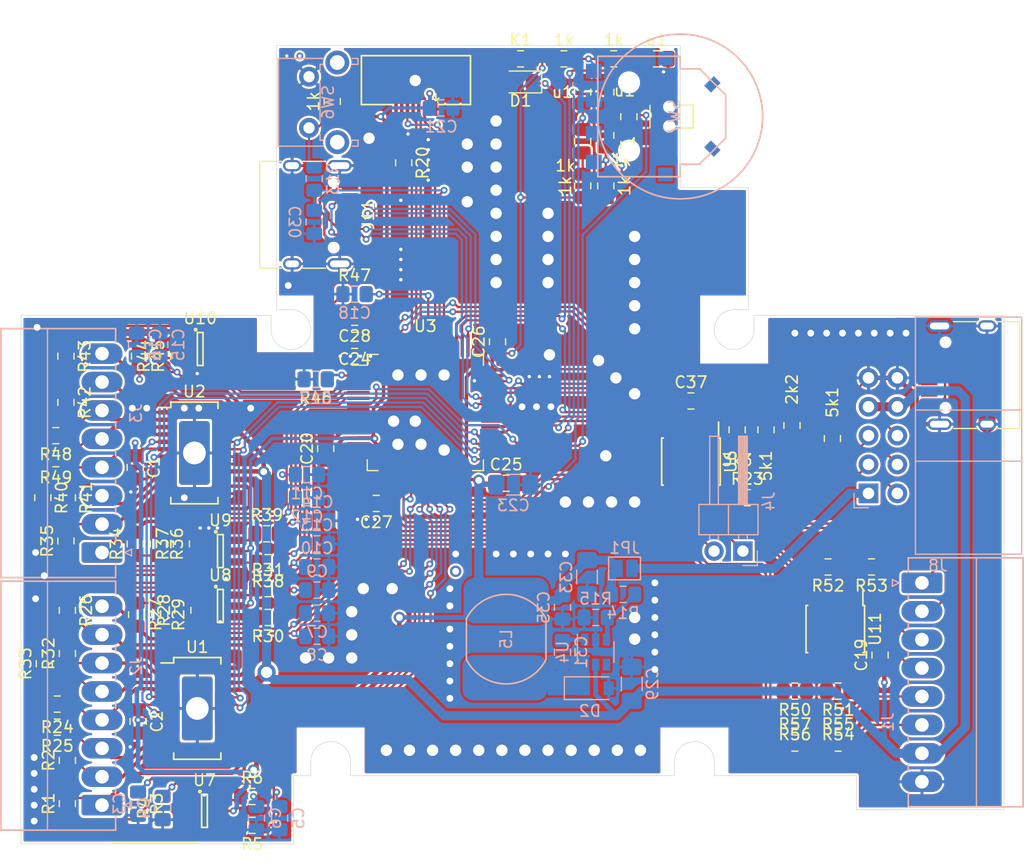
<source format=kicad_pcb>
(kicad_pcb (version 20171130) (host pcbnew "(5.1.2)-1")
  (layers (0 F.Cu signal) (31 B.Cu signal) (34 B.Paste user hide) (35 F.Paste user hide) (36 B.SilkS user hide) (37 F.SilkS user hide) (38 B.Mask user hide) (39 F.Mask user hide) (44 Edge.Cuts user hide))
  (net 0 "")
  (net 1 GND)
  (net 2 +3V3)
  (net 3 +24V)
  (net 4 "Net-(D1-Pad2)")
  (net 5 ROTA)
  (net 6 ROTB)
  (net 7 ROTS)
  (net 8 S)
  (net 9 "Net-(R17-Pad1)")
  (net 10 VBUS)
  (net 11 /hmi/NRST)
  (net 12 /hmi/CB)
  (net 13 /hmi/SW)
  (net 14 /hmi/SDA)
  (net 15 /hmi/SCL)
  (net 16 "Net-(J8-Pad1)")
  (net 17 /hmi/RX)
  (net 18 /hmi/TX)
  (net 19 /hmi/SWDIO)
  (net 20 /hmi/SWCLK)
  (net 21 "Net-(J12-PadA4)")
  (net 22 "Net-(J12-PadA5)")
  (net 23 /hmi/USB-)
  (net 24 /hmi/USB+)
  (net 25 "Net-(J12-PadB5)")
  (net 26 "Net-(R12-Pad2)")
  (net 27 /hmi/FB)
  (net 28 "Net-(R16-Pad1)")
  (net 29 "Net-(R20-Pad1)")
  (net 30 "Net-(R21-Pad2)")
  (net 31 "Net-(J11-PadA4)")
  (net 32 CANL)
  (net 33 CANH)
  (net 34 "Net-(R23-Pad1)")
  (net 35 IO_SO)
  (net 36 LCD_BL)
  (net 37 LCD_MOSI)
  (net 38 LCD_CLK)
  (net 39 LCD_RS)
  (net 40 SPIB_CLK)
  (net 41 SPIB_CS)
  (net 42 SPIB_MOSI)
  (net 43 I00)
  (net 44 I01)
  (net 45 I02)
  (net 46 I03)
  (net 47 /out/IN03)
  (net 48 /out/IN02)
  (net 49 /out/IN01)
  (net 50 /out/IN00)
  (net 51 "Net-(R1-Pad1)")
  (net 52 "Net-(R2-Pad1)")
  (net 53 "Net-(R24-Pad2)")
  (net 54 "Net-(R25-Pad2)")
  (net 55 I04)
  (net 56 I05)
  (net 57 I06)
  (net 58 I07)
  (net 59 /out/IN07)
  (net 60 /out/IN06)
  (net 61 /out/IN05)
  (net 62 /out/IN04)
  (net 63 "Net-(R26-Pad1)")
  (net 64 "Net-(R27-Pad1)")
  (net 65 "Net-(R30-Pad2)")
  (net 66 "Net-(R31-Pad1)")
  (net 67 SPIB_MISO)
  (net 68 CAN_TX)
  (net 69 CAN_RX)
  (net 70 I08)
  (net 71 I09)
  (net 72 I10)
  (net 73 I11)
  (net 74 I12)
  (net 75 I13)
  (net 76 I14)
  (net 77 I15)
  (net 78 /out/IN15)
  (net 79 /out/IN14)
  (net 80 /out/IN13)
  (net 81 /out/IN12)
  (net 82 /out/IN11)
  (net 83 /out/IN10)
  (net 84 /out/IN09)
  (net 85 /out/IN08)
  (net 86 "Net-(R34-Pad1)")
  (net 87 "Net-(R35-Pad1)")
  (net 88 "Net-(R38-Pad2)")
  (net 89 "Net-(R39-Pad1)")
  (net 90 "Net-(R42-Pad1)")
  (net 91 "Net-(R43-Pad1)")
  (net 92 "Net-(R46-Pad2)")
  (net 93 "Net-(R47-Pad1)")
  (net 94 PWM1)
  (net 95 PWM0)
  (net 96 AOUT1)
  (net 97 AOUT0)
  (net 98 PWM3)
  (net 99 PWM2)
  (net 100 "Net-(R50-Pad1)")
  (net 101 "Net-(R52-Pad1)")
  (net 102 DAC1)
  (net 103 DAC0)
  (net 104 /hmi/INT2)
  (net 105 /hmi/INT1)
  (net 106 /hmi/INT0)
  (net 107 LCD_RST)
  (net 108 LED)
  (net 109 "Net-(J1-Pad6)")
  (net 110 "Net-(J1-Pad5)")
  (module Resistor_SMD:R_0805_2012Metric_Pad1.15x1.40mm_HandSolder (layer F.Cu) (at 128.651 92.964 180)
    (fp_text reference R54 (at 0 -1.65) (layer F.SilkS))
    (fp_text value 22k)
    (pad 2 smd roundrect (at 1.025 0 180) (size 1.15 1.4) (layers F.Cu F.Paste F.Mask) (roundrect_rratio 0.217391) (net 94 PWM1))
    (pad 1 smd roundrect (at -1.025 0 180) (size 1.15 1.4) (layers F.Cu F.Paste F.Mask) (roundrect_rratio 0.217391) (net 110 "Net-(J1-Pad5)"))
  )
  (module Resistor_SMD:R_0805_2012Metric_Pad1.15x1.40mm_HandSolder (layer F.Cu) (at 124.841 92.964 180)
    (fp_text reference R56 (at 0 -1.65) (layer F.SilkS))
    (fp_text value 10k)
    (pad 2 smd roundrect (at 1.025 0 180) (size 1.15 1.4) (layers F.Cu F.Paste F.Mask) (roundrect_rratio 0.217391) (net 1 GND))
    (pad 1 smd roundrect (at -1.025 0 180) (size 1.15 1.4) (layers F.Cu F.Paste F.Mask) (roundrect_rratio 0.217391) (net 94 PWM1))
  )
  (module Resistor_SMD:R_0805_2012Metric_Pad1.15x1.40mm_HandSolder (layer F.Cu) (at 124.841 95.377)
    (fp_text reference R57 (at 0 -1.65) (layer F.SilkS))
    (fp_text value 10k)
    (pad 2 smd roundrect (at 1.025 0) (size 1.15 1.4) (layers F.Cu F.Paste F.Mask) (roundrect_rratio 0.217391) (net 95 PWM0))
    (pad 1 smd roundrect (at -1.025 0) (size 1.15 1.4) (layers F.Cu F.Paste F.Mask) (roundrect_rratio 0.217391) (net 1 GND))
  )
  (module Resistor_SMD:R_0805_2012Metric_Pad1.15x1.40mm_HandSolder (layer F.Cu) (at 128.651 95.377)
    (fp_text reference R55 (at 0 -1.65) (layer F.SilkS))
    (fp_text value 22k)
    (pad 2 smd roundrect (at 1.025 0) (size 1.15 1.4) (layers F.Cu F.Paste F.Mask) (roundrect_rratio 0.217391) (net 109 "Net-(J1-Pad6)"))
    (pad 1 smd roundrect (at -1.025 0) (size 1.15 1.4) (layers F.Cu F.Paste F.Mask) (roundrect_rratio 0.217391) (net 95 PWM0))
  )
  (module Resistor_SMD:R_0805_2012Metric_Pad1.15x1.40mm_HandSolder (layer F.Cu) (at 119.761 67.818 270)
    (fp_text reference R8 hide)
    (fp_text value 3k3 (at 2.667 0) (layer F.SilkS))
    (pad 2 smd roundrect (at 1.025 0 270) (size 1.15 1.4) (layers F.Cu F.Paste F.Mask) (roundrect_rratio 0.217391) (net 10 VBUS))
    (pad 1 smd roundrect (at -1.025 0 270) (size 1.15 1.4) (layers F.Cu F.Paste F.Mask) (roundrect_rratio 0.217391) (net 1 GND))
  )
  (module sensact:SSOP-24_3.9x8.7mm_P0.65mm_EP2.7x5.6mm (layer F.Cu) (at 72.009 69.85)
    (fp_text reference U2 (at 0 -5.4) (layer F.SilkS))
    (fp_text value NCV7719)
    (pad 25 thru_hole roundrect (at 0 0) (size 2.7 5.6) (drill 2) (layers *.Cu *.Mask) (roundrect_rratio 0.1) (net 1 GND))
    (pad 24 smd rect (at 2.6 -3.575) (size 1.2 0.4) (layers F.Cu F.Paste F.Mask) (net 1 GND))
    (pad 23 smd rect (at 2.6 -2.925) (size 1.2 0.4) (layers F.Cu F.Paste F.Mask) (net 79 /out/IN14))
    (pad 22 smd rect (at 2.6 -2.275) (size 1.2 0.4) (layers F.Cu F.Paste F.Mask) (net 78 /out/IN15))
    (pad 21 smd rect (at 2.6 -1.625) (size 1.2 0.4) (layers F.Cu F.Paste F.Mask) (net 3 +24V))
    (pad 20 smd rect (at 2.6 -0.975) (size 1.2 0.4) (layers F.Cu F.Paste F.Mask) (net 40 SPIB_CLK))
    (pad 19 smd rect (at 2.6 -0.325) (size 1.2 0.4) (layers F.Cu F.Paste F.Mask) (net 41 SPIB_CS))
    (pad 18 smd rect (at 2.6 0.325) (size 1.2 0.4) (layers F.Cu F.Paste F.Mask) (net 1 GND))
    (pad 17 smd rect (at 2.6 0.975) (size 1.2 0.4) (layers F.Cu F.Paste F.Mask) (net 1 GND))
    (pad 16 smd rect (at 2.6 1.625) (size 1.2 0.4) (layers F.Cu F.Paste F.Mask) (net 3 +24V))
    (pad 15 smd rect (at 2.6 2.275) (size 1.2 0.4) (layers F.Cu F.Paste F.Mask))
    (pad 14 smd rect (at 2.6 2.925) (size 1.2 0.4) (layers F.Cu F.Paste F.Mask) (net 85 /out/IN08))
    (pad 12 smd rect (at -2.6 3.575) (size 1.2 0.4) (layers F.Cu F.Paste F.Mask) (net 1 GND))
    (pad 11 smd rect (at -2.6 2.925) (size 1.2 0.4) (layers F.Cu F.Paste F.Mask) (net 84 /out/IN09))
    (pad 10 smd rect (at -2.6 2.275) (size 1.2 0.4) (layers F.Cu F.Paste F.Mask) (net 83 /out/IN10))
    (pad 9 smd rect (at -2.6 1.625) (size 1.2 0.4) (layers F.Cu F.Paste F.Mask))
    (pad 8 smd rect (at -2.6 0.975) (size 1.2 0.4) (layers F.Cu F.Paste F.Mask) (net 2 +3V3))
    (pad 7 smd rect (at -2.6 0.325) (size 1.2 0.4) (layers F.Cu F.Paste F.Mask) (net 67 SPIB_MISO))
    (pad 6 smd rect (at -2.6 -0.325) (size 1.2 0.4) (layers F.Cu F.Paste F.Mask) (net 2 +3V3))
    (pad 5 smd rect (at -2.6 -0.975) (size 1.2 0.4) (layers F.Cu F.Paste F.Mask) (net 35 IO_SO))
    (pad 4 smd rect (at -2.6 -1.625) (size 1.2 0.4) (layers F.Cu F.Paste F.Mask) (net 82 /out/IN11))
    (pad 3 smd rect (at -2.6 -2.275) (size 1.2 0.4) (layers F.Cu F.Paste F.Mask) (net 81 /out/IN12))
    (pad 2 smd rect (at -2.6 -2.925) (size 1.2 0.4) (layers F.Cu F.Paste F.Mask) (net 80 /out/IN13))
    (pad 13 smd rect (at 2.6 3.575) (size 1.2 0.4) (layers F.Cu F.Paste F.Mask) (net 1 GND))
    (pad 1 smd rect (at -2.6 -3.575) (size 1.2 0.4) (layers F.Cu F.Paste F.Mask) (net 1 GND))
  )
  (module sensact:LQFP-64_10x10mm_P0.5mm_handsolder (layer F.Cu) (at 92.329 66.294)
    (fp_text reference U3 (at 0 -7.6) (layer F.SilkS))
    (fp_text value STM32F072RBTx)
    (pad 64 smd roundrect (at -3.75 -5.9) (size 0.3 2) (layers F.Cu F.Paste F.Mask) (net 2 +3V3))
    (pad 63 smd roundrect (at -3.25 -5.9) (size 0.3 2) (layers F.Cu F.Paste F.Mask) (net 1 GND))
    (pad 62 smd roundrect (at -2.75 -5.9) (size 0.3 2) (layers F.Cu F.Paste F.Mask) (net 68 CAN_TX))
    (pad 61 smd roundrect (at -2.25 -5.9) (size 0.3 2) (layers F.Cu F.Paste F.Mask) (net 69 CAN_RX))
    (pad 60 smd roundrect (at -1.75 -5.9) (size 0.3 2) (layers F.Cu F.Paste F.Mask) (net 1 GND))
    (pad 59 smd roundrect (at -1.25 -5.9) (size 0.3 2) (layers F.Cu F.Paste F.Mask) (net 36 LCD_BL))
    (pad 58 smd roundrect (at -0.75 -5.9) (size 0.3 2) (layers F.Cu F.Paste F.Mask) (net 39 LCD_RS))
    (pad 57 smd roundrect (at -0.25 -5.9) (size 0.3 2) (layers F.Cu F.Paste F.Mask) (net 37 LCD_MOSI))
    (pad 56 smd roundrect (at 0.25 -5.9) (size 0.3 2) (layers F.Cu F.Paste F.Mask) (net 74 I12))
    (pad 55 smd roundrect (at 0.75 -5.9) (size 0.3 2) (layers F.Cu F.Paste F.Mask) (net 38 LCD_CLK))
    (pad 54 smd roundrect (at 1.25 -5.9) (size 0.3 2) (layers F.Cu F.Paste F.Mask) (net 8 S))
    (pad 53 smd roundrect (at 1.75 -5.9) (size 0.3 2) (layers F.Cu F.Paste F.Mask) (net 107 LCD_RST))
    (pad 52 smd roundrect (at 2.25 -5.9) (size 0.3 2) (layers F.Cu F.Paste F.Mask))
    (pad 51 smd roundrect (at 2.75 -5.9) (size 0.3 2) (layers F.Cu F.Paste F.Mask) (net 108 LED))
    (pad 50 smd roundrect (at 3.25 -5.9) (size 0.3 2) (layers F.Cu F.Paste F.Mask) (net 104 /hmi/INT2))
    (pad 48 smd roundrect (at 5.9 -3.75) (size 2 0.3) (layers F.Cu F.Paste F.Mask) (net 2 +3V3))
    (pad 47 smd roundrect (at 5.9 -3.25) (size 2 0.3) (layers F.Cu F.Paste F.Mask) (net 1 GND))
    (pad 46 smd roundrect (at 5.9 -2.75) (size 2 0.3) (layers F.Cu F.Paste F.Mask) (net 19 /hmi/SWDIO))
    (pad 45 smd roundrect (at 5.9 -2.25) (size 2 0.3) (layers F.Cu F.Paste F.Mask) (net 24 /hmi/USB+))
    (pad 44 smd roundrect (at 5.9 -1.75) (size 2 0.3) (layers F.Cu F.Paste F.Mask) (net 23 /hmi/USB-))
    (pad 43 smd roundrect (at 5.9 -1.25) (size 2 0.3) (layers F.Cu F.Paste F.Mask) (net 17 /hmi/RX))
    (pad 42 smd roundrect (at 5.9 -0.75) (size 2 0.3) (layers F.Cu F.Paste F.Mask) (net 18 /hmi/TX))
    (pad 41 smd roundrect (at 5.9 -0.25) (size 2 0.3) (layers F.Cu F.Paste F.Mask) (net 10 VBUS))
    (pad 40 smd roundrect (at 5.9 0.25) (size 2 0.3) (layers F.Cu F.Paste F.Mask) (net 105 /hmi/INT1))
    (pad 39 smd roundrect (at 5.9 0.75) (size 2 0.3) (layers F.Cu F.Paste F.Mask) (net 106 /hmi/INT0))
    (pad 38 smd roundrect (at 5.9 1.25) (size 2 0.3) (layers F.Cu F.Paste F.Mask) (net 6 ROTB))
    (pad 37 smd roundrect (at 5.9 1.75) (size 2 0.3) (layers F.Cu F.Paste F.Mask) (net 5 ROTA))
    (pad 36 smd roundrect (at 5.9 2.25) (size 2 0.3) (layers F.Cu F.Paste F.Mask) (net 42 SPIB_MOSI))
    (pad 35 smd roundrect (at 5.9 2.75) (size 2 0.3) (layers F.Cu F.Paste F.Mask) (net 67 SPIB_MISO))
    (pad 34 smd roundrect (at 5.9 3.25) (size 2 0.3) (layers F.Cu F.Paste F.Mask) (net 40 SPIB_CLK))
    (pad 1 smd roundrect (at -5.9 -3.75) (size 2 0.3) (layers F.Cu F.Paste F.Mask) (net 2 +3V3))
    (pad 17 smd roundrect (at -3.75 5.9) (size 0.3 2) (layers F.Cu F.Paste F.Mask) (net 98 PWM3))
    (pad 33 smd roundrect (at 5.9 3.75) (size 2 0.3) (layers F.Cu F.Paste F.Mask) (net 41 SPIB_CS))
    (pad 49 smd roundrect (at 3.75 -5.9) (size 0.3 2) (layers F.Cu F.Paste F.Mask) (net 20 /hmi/SWCLK))
    (pad 2 smd roundrect (at -5.9 -3.25) (size 2 0.3) (layers F.Cu F.Paste F.Mask) (net 75 I13))
    (pad 3 smd roundrect (at -5.9 -2.75) (size 2 0.3) (layers F.Cu F.Paste F.Mask) (net 76 I14))
    (pad 4 smd roundrect (at -5.9 -2.25) (size 2 0.3) (layers F.Cu F.Paste F.Mask) (net 77 I15))
    (pad 5 smd roundrect (at -5.9 -1.75) (size 2 0.3) (layers F.Cu F.Paste F.Mask) (net 70 I08))
    (pad 6 smd roundrect (at -5.9 -1.25) (size 2 0.3) (layers F.Cu F.Paste F.Mask) (net 71 I09))
    (pad 7 smd roundrect (at -5.9 -0.75) (size 2 0.3) (layers F.Cu F.Paste F.Mask) (net 11 /hmi/NRST))
    (pad 8 smd roundrect (at -5.9 -0.25) (size 2 0.3) (layers F.Cu F.Paste F.Mask) (net 72 I10))
    (pad 9 smd roundrect (at -5.9 0.25) (size 2 0.3) (layers F.Cu F.Paste F.Mask) (net 73 I11))
    (pad 10 smd roundrect (at -5.9 0.75) (size 2 0.3) (layers F.Cu F.Paste F.Mask) (net 55 I04))
    (pad 11 smd roundrect (at -5.9 1.25) (size 2 0.3) (layers F.Cu F.Paste F.Mask) (net 56 I05))
    (pad 12 smd roundrect (at -5.9 1.75) (size 2 0.3) (layers F.Cu F.Paste F.Mask) (net 1 GND))
    (pad 13 smd roundrect (at -5.9 2.25) (size 2 0.3) (layers F.Cu F.Paste F.Mask) (net 2 +3V3))
    (pad 14 smd roundrect (at -5.9 2.75) (size 2 0.3) (layers F.Cu F.Paste F.Mask) (net 95 PWM0))
    (pad 15 smd roundrect (at -5.9 3.25) (size 2 0.3) (layers F.Cu F.Paste F.Mask) (net 94 PWM1))
    (pad 16 smd roundrect (at -5.9 3.75) (size 2 0.3) (layers F.Cu F.Paste F.Mask) (net 99 PWM2))
    (pad 18 smd roundrect (at -3.25 5.9) (size 0.3 2) (layers F.Cu F.Paste F.Mask) (net 1 GND))
    (pad 19 smd roundrect (at -2.75 5.9) (size 0.3 2) (layers F.Cu F.Paste F.Mask) (net 2 +3V3))
    (pad 20 smd roundrect (at -2.25 5.9) (size 0.3 2) (layers F.Cu F.Paste F.Mask) (net 103 DAC0))
    (pad 21 smd roundrect (at -1.75 5.9) (size 0.3 2) (layers F.Cu F.Paste F.Mask) (net 102 DAC1))
    (pad 22 smd roundrect (at -1.25 5.9) (size 0.3 2) (layers F.Cu F.Paste F.Mask) (net 57 I06))
    (pad 23 smd roundrect (at -0.75 5.9) (size 0.3 2) (layers F.Cu F.Paste F.Mask) (net 58 I07))
    (pad 24 smd roundrect (at -0.25 5.9) (size 0.3 2) (layers F.Cu F.Paste F.Mask) (net 43 I00))
    (pad 25 smd roundrect (at 0.25 5.9) (size 0.3 2) (layers F.Cu F.Paste F.Mask) (net 44 I01))
    (pad 26 smd roundrect (at 0.75 5.9) (size 0.3 2) (layers F.Cu F.Paste F.Mask) (net 45 I02))
    (pad 27 smd roundrect (at 1.25 5.9) (size 0.3 2) (layers F.Cu F.Paste F.Mask) (net 46 I03))
    (pad 28 smd roundrect (at 1.75 5.9) (size 0.3 2) (layers F.Cu F.Paste F.Mask) (net 7 ROTS))
    (pad 29 smd roundrect (at 2.25 5.9) (size 0.3 2) (layers F.Cu F.Paste F.Mask) (net 15 /hmi/SCL))
    (pad 30 smd roundrect (at 2.75 5.9) (size 0.3 2) (layers F.Cu F.Paste F.Mask) (net 14 /hmi/SDA))
    (pad 31 smd roundrect (at 3.25 5.9) (size 0.3 2) (layers F.Cu F.Paste F.Mask) (net 1 GND))
    (pad 32 smd roundrect (at 3.75 5.9) (size 0.3 2) (layers F.Cu F.Paste F.Mask) (net 2 +3V3))
  )
  (module Capacitor_SMD:C_0805_2012Metric_Pad1.15x1.40mm_HandSolder (layer B.Cu) (at 93.726 39.497)
    (fp_text reference C21 (at 0 1.65) (layer B.SilkS) (effects (justify mirror)))
    (fp_text value u1)
    (pad 2 smd roundrect (at 1.025 0) (size 1.15 1.4) (layers B.Cu B.Paste B.Mask) (roundrect_rratio 0.217391) (net 1 GND))
    (pad 1 smd roundrect (at -1.025 0) (size 1.15 1.4) (layers B.Cu B.Paste B.Mask) (roundrect_rratio 0.217391) (net 2 +3V3))
  )
  (module sensact:FPC_TOP_1x08-1MP_P0.50mm_Horizontal (layer F.Cu) (at 91.5 39 180)
    (fp_text reference U5 hide)
    (fp_text value FP-096H09A hide)
    (pad MP smd rect (at -3.35 1.61 180) (size 2.2 3.3) (layers F.Cu F.Paste F.Mask))
    (pad MP smd rect (at 3.35 1.61 180) (size 2.2 3.3) (layers F.Cu F.Paste F.Mask))
    (pad 1 smd rect (at -1.75 -0.6 180) (size 0.3 1.2) (layers F.Cu F.Paste F.Mask) (net 1 GND))
    (pad 2 smd rect (at -1.25 -0.6 180) (size 0.3 1.2) (layers F.Cu F.Paste F.Mask) (net 2 +3V3))
    (pad 3 smd rect (at -0.75 -0.6 180) (size 0.3 1.2) (layers F.Cu F.Paste F.Mask) (net 38 LCD_CLK))
    (pad 4 smd rect (at -0.25 -0.6 180) (size 0.3 1.2) (layers F.Cu F.Paste F.Mask) (net 37 LCD_MOSI))
    (pad 8 smd rect (at 1.75 -0.6 180) (size 0.3 1.2) (layers F.Cu F.Paste F.Mask) (net 29 "Net-(R20-Pad1)"))
    (pad 7 smd rect (at 1.25 -0.6 180) (size 0.3 1.2) (layers F.Cu F.Paste F.Mask) (net 1 GND))
    (pad 6 smd rect (at 0.75 -0.6 180) (size 0.3 1.2) (layers F.Cu F.Paste F.Mask) (net 107 LCD_RST))
    (pad 5 smd rect (at 0.25 -0.6 180) (size 0.3 1.2) (layers F.Cu F.Paste F.Mask) (net 39 LCD_RS))
  )
  (module Capacitor_SMD:C_0805_2012Metric_Pad1.15x1.40mm_HandSolder (layer F.Cu) (at 83.566 69.469 90)
    (fp_text reference C20 (at 0 -1.65 90) (layer F.SilkS))
    (fp_text value u1)
    (pad 2 smd roundrect (at 1.025 0 90) (size 1.15 1.4) (layers F.Cu F.Paste F.Mask) (roundrect_rratio 0.217391) (net 1 GND))
    (pad 1 smd roundrect (at -1.025 0 90) (size 1.15 1.4) (layers F.Cu F.Paste F.Mask) (roundrect_rratio 0.217391) (net 2 +3V3))
  )
  (module sensact:SOT-23-6_handsolder (layer F.Cu) (at 74.295 78.486)
    (fp_text reference U9 (at 0 -2.7 180) (layer F.SilkS))
    (fp_text value SRV05-4)
    (pad 5 smd rect (at 1.35 0) (size 1.5 0.65) (layers F.Cu F.Paste F.Mask) (net 2 +3V3))
    (pad 6 smd rect (at 1.35 -0.95) (size 1.5 0.65) (layers F.Cu F.Paste F.Mask) (net 89 "Net-(R39-Pad1)"))
    (pad 4 smd rect (at 1.35 0.95) (size 1.5 0.65) (layers F.Cu F.Paste F.Mask) (net 88 "Net-(R38-Pad2)"))
    (pad 3 smd rect (at -1.35 0.95) (size 1.5 0.65) (layers F.Cu F.Paste F.Mask) (net 87 "Net-(R35-Pad1)"))
    (pad 2 smd rect (at -1.35 0) (size 1.5 0.65) (layers F.Cu F.Paste F.Mask) (net 1 GND))
    (pad 1 smd rect (at -1.35 -0.95) (size 1.5 0.65) (layers F.Cu F.Paste F.Mask) (net 86 "Net-(R34-Pad1)"))
  )
  (module Resistor_SMD:R_0805_2012Metric_Pad1.15x1.40mm_HandSolder (layer F.Cu) (at 78.359 76.962)
    (fp_text reference R39 (at 0 -1.65) (layer F.SilkS))
    (fp_text value 1k)
    (pad 2 smd roundrect (at 1.025 0) (size 1.15 1.4) (layers F.Cu F.Paste F.Mask) (roundrect_rratio 0.217391) (net 72 I10))
    (pad 1 smd roundrect (at -1.025 0) (size 1.15 1.4) (layers F.Cu F.Paste F.Mask) (roundrect_rratio 0.217391) (net 89 "Net-(R39-Pad1)"))
  )
  (module sensact:SOIC-8_3.9x4.9mm_Pitch1.27mm_handsolder (layer F.Cu) (at 128.397 85.344 270)
    (fp_text reference U11 (at 0 -3.5 90) (layer F.SilkS))
    (fp_text value LM358 hide)
    (pad 8 smd rect (at 3 -1.905 270) (size 2.2 0.6) (layers F.Cu F.Paste F.Mask) (net 3 +24V))
    (pad 7 smd rect (at 3 -0.635 270) (size 2.2 0.6) (layers F.Cu F.Paste F.Mask) (net 96 AOUT1))
    (pad 6 smd rect (at 3 0.635 270) (size 2.2 0.6) (layers F.Cu F.Paste F.Mask) (net 100 "Net-(R50-Pad1)"))
    (pad 5 smd rect (at 3 1.905 270) (size 2.2 0.6) (layers F.Cu F.Paste F.Mask) (net 103 DAC0))
    (pad 4 smd rect (at -3 1.905 270) (size 2.2 0.6) (layers F.Cu F.Paste F.Mask) (net 1 GND))
    (pad 3 smd rect (at -3 0.635 270) (size 2.2 0.6) (layers F.Cu F.Paste F.Mask) (net 102 DAC1))
    (pad 2 smd rect (at -3 -0.635 270) (size 2.2 0.6) (layers F.Cu F.Paste F.Mask) (net 101 "Net-(R52-Pad1)"))
    (pad 1 smd rect (at -3 -1.905 270) (size 2.2 0.6) (layers F.Cu F.Paste F.Mask) (net 97 AOUT0))
  )
  (module Resistor_SMD:R_0805_2012Metric_Pad1.15x1.40mm_HandSolder (layer F.Cu) (at 131.581 79.883 180)
    (fp_text reference R53 (at 0 -1.65) (layer F.SilkS))
    (fp_text value 22k)
    (pad 2 smd roundrect (at 1.025 0 180) (size 1.15 1.4) (layers F.Cu F.Paste F.Mask) (roundrect_rratio 0.217391) (net 101 "Net-(R52-Pad1)"))
    (pad 1 smd roundrect (at -1.025 0 180) (size 1.15 1.4) (layers F.Cu F.Paste F.Mask) (roundrect_rratio 0.217391) (net 97 AOUT0))
  )
  (module Resistor_SMD:R_0805_2012Metric_Pad1.15x1.40mm_HandSolder (layer F.Cu) (at 127.762 79.883 180)
    (fp_text reference R52 (at 0 -1.65) (layer F.SilkS))
    (fp_text value 10k)
    (pad 2 smd roundrect (at 1.025 0 180) (size 1.15 1.4) (layers F.Cu F.Paste F.Mask) (roundrect_rratio 0.217391) (net 1 GND))
    (pad 1 smd roundrect (at -1.025 0 180) (size 1.15 1.4) (layers F.Cu F.Paste F.Mask) (roundrect_rratio 0.217391) (net 101 "Net-(R52-Pad1)"))
  )
  (module Resistor_SMD:R_0805_2012Metric_Pad1.15x1.40mm_HandSolder (layer F.Cu) (at 128.651 90.805 180)
    (fp_text reference R51 (at 0 -1.65) (layer F.SilkS))
    (fp_text value 22k)
    (pad 2 smd roundrect (at 1.025 0 180) (size 1.15 1.4) (layers F.Cu F.Paste F.Mask) (roundrect_rratio 0.217391) (net 100 "Net-(R50-Pad1)"))
    (pad 1 smd roundrect (at -1.025 0 180) (size 1.15 1.4) (layers F.Cu F.Paste F.Mask) (roundrect_rratio 0.217391) (net 96 AOUT1))
  )
  (module Resistor_SMD:R_0805_2012Metric_Pad1.15x1.40mm_HandSolder (layer F.Cu) (at 124.841 90.805 180)
    (fp_text reference R50 (at 0 -1.65) (layer F.SilkS))
    (fp_text value 10k)
    (pad 2 smd roundrect (at 1.025 0 180) (size 1.15 1.4) (layers F.Cu F.Paste F.Mask) (roundrect_rratio 0.217391) (net 1 GND))
    (pad 1 smd roundrect (at -1.025 0 180) (size 1.15 1.4) (layers F.Cu F.Paste F.Mask) (roundrect_rratio 0.217391) (net 100 "Net-(R50-Pad1)"))
  )
  (module Connector_PinHeader_2.54mm:PinHeader_1x02_P2.54mm_Horizontal (layer B.Cu) (at 120.269 78.486 90)
    (fp_text reference J4 (at 4.385 2.27 270) (layer B.SilkS) (effects (justify mirror)))
    (fp_text value Conn_01x02)
    (pad 2 thru_hole oval (at 0 -2.54 90) (size 1.7 1.7) (drill 1) (layers *.Cu *.Mask) (net 99 PWM2))
    (pad 1 thru_hole rect (at 0 0 90) (size 1.7 1.7) (drill 1) (layers *.Cu *.Mask) (net 98 PWM3))
  )
  (module sensact:PhoenixContact_MC_0,5_8-G-2.5_1x08_P2.50mm_Horizontal (layer B.Cu) (at 136.017 81.28 270)
    (fp_text reference J1 (at 12.25 3 90) (layer B.SilkS) (effects (justify mirror)))
    (fp_text value Conn_01x08)
    (pad 8 thru_hole oval (at 17.5 0 270) (size 1.8 3.6) (drill 1.2) (layers *.Cu *.Mask) (net 1 GND))
    (pad 7 thru_hole oval (at 15 0 270) (size 1.8 3.6) (drill 1.2) (layers *.Cu *.Mask) (net 3 +24V))
    (pad 6 thru_hole oval (at 12.5 0 270) (size 1.8 3.6) (drill 1.2) (layers *.Cu *.Mask) (net 109 "Net-(J1-Pad6)"))
    (pad 5 thru_hole oval (at 10 0 270) (size 1.8 3.6) (drill 1.2) (layers *.Cu *.Mask) (net 110 "Net-(J1-Pad5)"))
    (pad 4 thru_hole oval (at 7.5 0 270) (size 1.8 3.6) (drill 1.2) (layers *.Cu *.Mask) (net 96 AOUT1))
    (pad 3 thru_hole oval (at 5 0 270) (size 1.8 3.6) (drill 1.2) (layers *.Cu *.Mask) (net 97 AOUT0))
    (pad 2 thru_hole oval (at 2.5 0 270) (size 1.8 3.6) (drill 1.2) (layers *.Cu *.Mask) (net 33 CANH))
    (pad 1 thru_hole roundrect (at 0 0 270) (size 1.8 3.6) (drill 1.2) (layers *.Cu *.Mask) (roundrect_rratio 0.138889) (net 32 CANL))
  )
  (module Capacitor_SMD:C_0805_2012Metric_Pad1.15x1.40mm_HandSolder (layer F.Cu) (at 132.334 87.63 90)
    (fp_text reference C19 (at 0 -1.65 90) (layer F.SilkS))
    (fp_text value u1)
    (pad 2 smd roundrect (at 1.025 0 90) (size 1.15 1.4) (layers F.Cu F.Paste F.Mask) (roundrect_rratio 0.217391) (net 1 GND))
    (pad 1 smd roundrect (at -1.025 0 90) (size 1.15 1.4) (layers F.Cu F.Paste F.Mask) (roundrect_rratio 0.217391) (net 3 +24V))
  )
  (module Resistor_SMD:R_0805_2012Metric_Pad1.15x1.40mm_HandSolder (layer F.Cu) (at 86.097 55.88)
    (fp_text reference R47 (at 0 -1.65) (layer F.SilkS))
    (fp_text value 1k)
    (pad 2 smd roundrect (at 1.025 0) (size 1.15 1.4) (layers F.Cu F.Paste F.Mask) (roundrect_rratio 0.217391) (net 74 I12))
    (pad 1 smd roundrect (at -1.025 0) (size 1.15 1.4) (layers F.Cu F.Paste F.Mask) (roundrect_rratio 0.217391) (net 93 "Net-(R47-Pad1)"))
  )
  (module Capacitor_SMD:C_0805_2012Metric_Pad1.15x1.40mm_HandSolder (layer B.Cu) (at 86.106 55.88)
    (fp_text reference C18 (at 0 1.65) (layer B.SilkS) (effects (justify mirror)))
    (fp_text value u1)
    (pad 2 smd roundrect (at 1.025 0) (size 1.15 1.4) (layers B.Cu B.Paste B.Mask) (roundrect_rratio 0.217391) (net 74 I12))
    (pad 1 smd roundrect (at -1.025 0) (size 1.15 1.4) (layers B.Cu B.Paste B.Mask) (roundrect_rratio 0.217391) (net 1 GND))
  )
  (module Resistor_SMD:R_0805_2012Metric_Pad1.15x1.40mm_HandSolder (layer F.Cu) (at 67.183 61.341 270)
    (fp_text reference R45 (at 0 -1.65 90) (layer F.SilkS))
    (fp_text value 1k)
    (pad 2 smd roundrect (at 1.025 0 270) (size 1.15 1.4) (layers F.Cu F.Paste F.Mask) (roundrect_rratio 0.217391) (net 77 I15))
    (pad 1 smd roundrect (at -1.025 0 270) (size 1.15 1.4) (layers F.Cu F.Paste F.Mask) (roundrect_rratio 0.217391) (net 91 "Net-(R43-Pad1)"))
  )
  (module Resistor_SMD:R_0805_2012Metric_Pad1.15x1.40mm_HandSolder (layer F.Cu) (at 70.993 83.693 90)
    (fp_text reference R28 (at 0 -1.65 270) (layer F.SilkS))
    (fp_text value 1k)
    (pad 2 smd roundrect (at 1.025 0 90) (size 1.15 1.4) (layers F.Cu F.Paste F.Mask) (roundrect_rratio 0.217391) (net 63 "Net-(R26-Pad1)"))
    (pad 1 smd roundrect (at -1.025 0 90) (size 1.15 1.4) (layers F.Cu F.Paste F.Mask) (roundrect_rratio 0.217391) (net 57 I06))
  )
  (module sensact:SOT-23-6_handsolder (layer F.Cu) (at 72.517 60.706)
    (fp_text reference U10 (at 0 -2.7 180) (layer F.SilkS))
    (fp_text value SRV05-4)
    (pad 5 smd rect (at 1.35 0) (size 1.5 0.65) (layers F.Cu F.Paste F.Mask) (net 2 +3V3))
    (pad 6 smd rect (at 1.35 -0.95) (size 1.5 0.65) (layers F.Cu F.Paste F.Mask) (net 93 "Net-(R47-Pad1)"))
    (pad 4 smd rect (at 1.35 0.95) (size 1.5 0.65) (layers F.Cu F.Paste F.Mask) (net 92 "Net-(R46-Pad2)"))
    (pad 3 smd rect (at -1.35 0.95) (size 1.5 0.65) (layers F.Cu F.Paste F.Mask) (net 91 "Net-(R43-Pad1)"))
    (pad 2 smd rect (at -1.35 0) (size 1.5 0.65) (layers F.Cu F.Paste F.Mask) (net 1 GND))
    (pad 1 smd rect (at -1.35 -0.95) (size 1.5 0.65) (layers F.Cu F.Paste F.Mask) (net 90 "Net-(R42-Pad1)"))
  )
  (module Resistor_SMD:R_0805_2012Metric_Pad1.15x1.40mm_HandSolder (layer F.Cu) (at 59.817 70.358 180)
    (fp_text reference R49 (at 0 -1.65) (layer F.SilkS))
    (fp_text value 10R)
    (pad 2 smd roundrect (at 1.025 0 180) (size 1.15 1.4) (layers F.Cu F.Paste F.Mask) (roundrect_rratio 0.217391) (net 93 "Net-(R47-Pad1)"))
    (pad 1 smd roundrect (at -1.025 0 180) (size 1.15 1.4) (layers F.Cu F.Paste F.Mask) (roundrect_rratio 0.217391) (net 81 /out/IN12))
  )
  (module Resistor_SMD:R_0805_2012Metric_Pad1.15x1.40mm_HandSolder (layer F.Cu) (at 59.817 68.326 180)
    (fp_text reference R48 (at 0 -1.65) (layer F.SilkS))
    (fp_text value 10R)
    (pad 2 smd roundrect (at 1.025 0 180) (size 1.15 1.4) (layers F.Cu F.Paste F.Mask) (roundrect_rratio 0.217391) (net 92 "Net-(R46-Pad2)"))
    (pad 1 smd roundrect (at -1.025 0 180) (size 1.15 1.4) (layers F.Cu F.Paste F.Mask) (roundrect_rratio 0.217391) (net 80 /out/IN13))
  )
  (module Resistor_SMD:R_0805_2012Metric_Pad1.15x1.40mm_HandSolder (layer F.Cu) (at 82.677 63.373 180)
    (fp_text reference R46 (at 0 -1.65) (layer F.SilkS))
    (fp_text value 1k)
    (pad 2 smd roundrect (at 1.025 0 180) (size 1.15 1.4) (layers F.Cu F.Paste F.Mask) (roundrect_rratio 0.217391) (net 92 "Net-(R46-Pad2)"))
    (pad 1 smd roundrect (at -1.025 0 180) (size 1.15 1.4) (layers F.Cu F.Paste F.Mask) (roundrect_rratio 0.217391) (net 75 I13))
  )
  (module Resistor_SMD:R_0805_2012Metric_Pad1.15x1.40mm_HandSolder (layer F.Cu) (at 69.215 61.341 90)
    (fp_text reference R44 (at 0 -1.65 90) (layer F.SilkS))
    (fp_text value 1k)
    (pad 2 smd roundrect (at 1.025 0 90) (size 1.15 1.4) (layers F.Cu F.Paste F.Mask) (roundrect_rratio 0.217391) (net 90 "Net-(R42-Pad1)"))
    (pad 1 smd roundrect (at -1.025 0 90) (size 1.15 1.4) (layers F.Cu F.Paste F.Mask) (roundrect_rratio 0.217391) (net 76 I14))
  )
  (module Resistor_SMD:R_0805_2012Metric_Pad1.15x1.40mm_HandSolder (layer F.Cu) (at 60.706 61.341 270)
    (fp_text reference R43 (at 0 -1.65 90) (layer F.SilkS))
    (fp_text value 10R)
    (pad 2 smd roundrect (at 1.025 0 270) (size 1.15 1.4) (layers F.Cu F.Paste F.Mask) (roundrect_rratio 0.217391) (net 78 /out/IN15))
    (pad 1 smd roundrect (at -1.025 0 270) (size 1.15 1.4) (layers F.Cu F.Paste F.Mask) (roundrect_rratio 0.217391) (net 91 "Net-(R43-Pad1)"))
  )
  (module Resistor_SMD:R_0805_2012Metric_Pad1.15x1.40mm_HandSolder (layer F.Cu) (at 60.706 65.405 270)
    (fp_text reference R42 (at 0 -1.65 90) (layer F.SilkS))
    (fp_text value 10R)
    (pad 2 smd roundrect (at 1.025 0 270) (size 1.15 1.4) (layers F.Cu F.Paste F.Mask) (roundrect_rratio 0.217391) (net 79 /out/IN14))
    (pad 1 smd roundrect (at -1.025 0 270) (size 1.15 1.4) (layers F.Cu F.Paste F.Mask) (roundrect_rratio 0.217391) (net 90 "Net-(R42-Pad1)"))
  )
  (module Resistor_SMD:R_0805_2012Metric_Pad1.15x1.40mm_HandSolder (layer F.Cu) (at 60.833 73.787 270)
    (fp_text reference R41 (at 0 -1.65 90) (layer F.SilkS))
    (fp_text value 10R)
    (pad 2 smd roundrect (at 1.025 0 270) (size 1.15 1.4) (layers F.Cu F.Paste F.Mask) (roundrect_rratio 0.217391) (net 89 "Net-(R39-Pad1)"))
    (pad 1 smd roundrect (at -1.025 0 270) (size 1.15 1.4) (layers F.Cu F.Paste F.Mask) (roundrect_rratio 0.217391) (net 83 /out/IN10))
  )
  (module Resistor_SMD:R_0805_2012Metric_Pad1.15x1.40mm_HandSolder (layer F.Cu) (at 58.674 73.787 270)
    (fp_text reference R40 (at 0 -1.65 90) (layer F.SilkS))
    (fp_text value 10R)
    (pad 2 smd roundrect (at 1.025 0 270) (size 1.15 1.4) (layers F.Cu F.Paste F.Mask) (roundrect_rratio 0.217391) (net 88 "Net-(R38-Pad2)"))
    (pad 1 smd roundrect (at -1.025 0 270) (size 1.15 1.4) (layers F.Cu F.Paste F.Mask) (roundrect_rratio 0.217391) (net 82 /out/IN11))
  )
  (module Resistor_SMD:R_0805_2012Metric_Pad1.15x1.40mm_HandSolder (layer F.Cu) (at 78.486 79.502 180)
    (fp_text reference R38 (at 0 -1.65) (layer F.SilkS))
    (fp_text value 1k)
    (pad 2 smd roundrect (at 1.025 0 180) (size 1.15 1.4) (layers F.Cu F.Paste F.Mask) (roundrect_rratio 0.217391) (net 88 "Net-(R38-Pad2)"))
    (pad 1 smd roundrect (at -1.025 0 180) (size 1.15 1.4) (layers F.Cu F.Paste F.Mask) (roundrect_rratio 0.217391) (net 73 I11))
  )
  (module Resistor_SMD:R_0805_2012Metric_Pad1.15x1.40mm_HandSolder (layer F.Cu) (at 70.866 77.851 90)
    (fp_text reference R37 (at 0 -1.65 90) (layer F.SilkS))
    (fp_text value 1k)
    (pad 2 smd roundrect (at 1.025 0 90) (size 1.15 1.4) (layers F.Cu F.Paste F.Mask) (roundrect_rratio 0.217391) (net 71 I09))
    (pad 1 smd roundrect (at -1.025 0 90) (size 1.15 1.4) (layers F.Cu F.Paste F.Mask) (roundrect_rratio 0.217391) (net 87 "Net-(R35-Pad1)"))
  )
  (module Resistor_SMD:R_0805_2012Metric_Pad1.15x1.40mm_HandSolder (layer F.Cu) (at 68.834 77.86 270)
    (fp_text reference R36 (at 0 -1.65 90) (layer F.SilkS))
    (fp_text value 1k)
    (pad 2 smd roundrect (at 1.025 0 270) (size 1.15 1.4) (layers F.Cu F.Paste F.Mask) (roundrect_rratio 0.217391) (net 86 "Net-(R34-Pad1)"))
    (pad 1 smd roundrect (at -1.025 0 270) (size 1.15 1.4) (layers F.Cu F.Paste F.Mask) (roundrect_rratio 0.217391) (net 70 I08))
  )
  (module Resistor_SMD:R_0805_2012Metric_Pad1.15x1.40mm_HandSolder (layer F.Cu) (at 60.706 77.597 90)
    (fp_text reference R35 (at 0 -1.65 90) (layer F.SilkS))
    (fp_text value 10R)
    (pad 2 smd roundrect (at 1.025 0 90) (size 1.15 1.4) (layers F.Cu F.Paste F.Mask) (roundrect_rratio 0.217391) (net 84 /out/IN09))
    (pad 1 smd roundrect (at -1.025 0 90) (size 1.15 1.4) (layers F.Cu F.Paste F.Mask) (roundrect_rratio 0.217391) (net 87 "Net-(R35-Pad1)"))
  )
  (module Resistor_SMD:R_0805_2012Metric_Pad1.15x1.40mm_HandSolder (layer F.Cu) (at 66.802 77.851 90)
    (fp_text reference R34 (at 0 -1.65 90) (layer F.SilkS))
    (fp_text value 10R)
    (pad 2 smd roundrect (at 1.025 0 90) (size 1.15 1.4) (layers F.Cu F.Paste F.Mask) (roundrect_rratio 0.217391) (net 85 /out/IN08))
    (pad 1 smd roundrect (at -1.025 0 90) (size 1.15 1.4) (layers F.Cu F.Paste F.Mask) (roundrect_rratio 0.217391) (net 86 "Net-(R34-Pad1)"))
  )
  (module Capacitor_SMD:C_0805_2012Metric_Pad1.15x1.40mm_HandSolder (layer B.Cu) (at 82.686 63.373)
    (fp_text reference C17 (at 0 1.65) (layer B.SilkS) (effects (justify mirror)))
    (fp_text value u1)
    (pad 2 smd roundrect (at 1.025 0) (size 1.15 1.4) (layers B.Cu B.Paste B.Mask) (roundrect_rratio 0.217391) (net 75 I13))
    (pad 1 smd roundrect (at -1.025 0) (size 1.15 1.4) (layers B.Cu B.Paste B.Mask) (roundrect_rratio 0.217391) (net 1 GND))
  )
  (module Capacitor_SMD:C_0805_2012Metric_Pad1.15x1.40mm_HandSolder (layer B.Cu) (at 66.929 60.325 90)
    (fp_text reference C16 (at 0 1.65 90) (layer B.SilkS) (effects (justify mirror)))
    (fp_text value u1)
    (pad 2 smd roundrect (at 1.025 0 90) (size 1.15 1.4) (layers B.Cu B.Paste B.Mask) (roundrect_rratio 0.217391) (net 1 GND))
    (pad 1 smd roundrect (at -1.025 0 90) (size 1.15 1.4) (layers B.Cu B.Paste B.Mask) (roundrect_rratio 0.217391) (net 77 I15))
  )
  (module Capacitor_SMD:C_0805_2012Metric_Pad1.15x1.40mm_HandSolder (layer B.Cu) (at 68.961 60.325 90)
    (fp_text reference C15 (at 0 1.65 90) (layer B.SilkS) (effects (justify mirror)))
    (fp_text value u1)
    (pad 2 smd roundrect (at 1.025 0 90) (size 1.15 1.4) (layers B.Cu B.Paste B.Mask) (roundrect_rratio 0.217391) (net 1 GND))
    (pad 1 smd roundrect (at -1.025 0 90) (size 1.15 1.4) (layers B.Cu B.Paste B.Mask) (roundrect_rratio 0.217391) (net 76 I14))
  )
  (module Capacitor_SMD:C_0805_2012Metric_Pad1.15x1.40mm_HandSolder (layer B.Cu) (at 82.804 75.819 180)
    (fp_text reference C14 (at 0 1.65) (layer B.SilkS) (effects (justify mirror)))
    (fp_text value u1)
    (pad 2 smd roundrect (at 1.025 0 180) (size 1.15 1.4) (layers B.Cu B.Paste B.Mask) (roundrect_rratio 0.217391) (net 72 I10))
    (pad 1 smd roundrect (at -1.025 0 180) (size 1.15 1.4) (layers B.Cu B.Paste B.Mask) (roundrect_rratio 0.217391) (net 1 GND))
  )
  (module Capacitor_SMD:C_0805_2012Metric_Pad1.15x1.40mm_HandSolder (layer B.Cu) (at 82.804 77.851 180)
    (fp_text reference C13 (at 0 1.65) (layer B.SilkS) (effects (justify mirror)))
    (fp_text value u1)
    (pad 2 smd roundrect (at 1.025 0 180) (size 1.15 1.4) (layers B.Cu B.Paste B.Mask) (roundrect_rratio 0.217391) (net 73 I11))
    (pad 1 smd roundrect (at -1.025 0 180) (size 1.15 1.4) (layers B.Cu B.Paste B.Mask) (roundrect_rratio 0.217391) (net 1 GND))
  )
  (module Capacitor_SMD:C_0805_2012Metric_Pad1.15x1.40mm_HandSolder (layer B.Cu) (at 81.915 73.787)
    (fp_text reference C12 (at 0 1.65) (layer B.SilkS) (effects (justify mirror)))
    (fp_text value u1)
    (pad 2 smd roundrect (at 1.025 0) (size 1.15 1.4) (layers B.Cu B.Paste B.Mask) (roundrect_rratio 0.217391) (net 1 GND))
    (pad 1 smd roundrect (at -1.025 0) (size 1.15 1.4) (layers B.Cu B.Paste B.Mask) (roundrect_rratio 0.217391) (net 71 I09))
  )
  (module Capacitor_SMD:C_0805_2012Metric_Pad1.15x1.40mm_HandSolder (layer B.Cu) (at 81.915 71.755)
    (fp_text reference C11 (at 0 1.65) (layer B.SilkS) (effects (justify mirror)))
    (fp_text value u1)
    (pad 2 smd roundrect (at 1.025 0) (size 1.15 1.4) (layers B.Cu B.Paste B.Mask) (roundrect_rratio 0.217391) (net 1 GND))
    (pad 1 smd roundrect (at -1.025 0) (size 1.15 1.4) (layers B.Cu B.Paste B.Mask) (roundrect_rratio 0.217391) (net 70 I08))
  )
  (module Resistor_SMD:R_0805_2012Metric_Pad1.15x1.40mm_HandSolder (layer F.Cu) (at 68.961 84.074 270)
    (fp_text reference R29 (at 0 -1.65 90) (layer F.SilkS))
    (fp_text value 1k)
    (pad 2 smd roundrect (at 1.025 0 270) (size 1.15 1.4) (layers F.Cu F.Paste F.Mask) (roundrect_rratio 0.217391) (net 58 I07))
    (pad 1 smd roundrect (at -1.025 0 270) (size 1.15 1.4) (layers F.Cu F.Paste F.Mask) (roundrect_rratio 0.217391) (net 64 "Net-(R27-Pad1)"))
  )
  (module Resistor_SMD:R_0805_2012Metric_Pad1.15x1.40mm_HandSolder (layer F.Cu) (at 60.833 96.901 90)
    (fp_text reference R2 (at 0 -1.65 90) (layer F.SilkS))
    (fp_text value 10R)
    (pad 2 smd roundrect (at 1.025 0 90) (size 1.15 1.4) (layers F.Cu F.Paste F.Mask) (roundrect_rratio 0.217391) (net 49 /out/IN01))
    (pad 1 smd roundrect (at -1.025 0 90) (size 1.15 1.4) (layers F.Cu F.Paste F.Mask) (roundrect_rratio 0.217391) (net 52 "Net-(R2-Pad1)"))
  )
  (module sensact:PhoenixContact_MC_0,5_8-G-2.5_1x08_P2.50mm_Horizontal (layer B.Cu) (at 63.881 100.838 90)
    (fp_text reference J2 (at 12.25 3 -90) (layer B.SilkS) (effects (justify mirror)))
    (fp_text value IO_A)
    (pad 8 thru_hole oval (at 17.5 0 90) (size 1.8 3.6) (drill 1.2) (layers *.Cu *.Mask) (net 59 /out/IN07))
    (pad 7 thru_hole oval (at 15 0 90) (size 1.8 3.6) (drill 1.2) (layers *.Cu *.Mask) (net 60 /out/IN06))
    (pad 6 thru_hole oval (at 12.5 0 90) (size 1.8 3.6) (drill 1.2) (layers *.Cu *.Mask) (net 61 /out/IN05))
    (pad 5 thru_hole oval (at 10 0 90) (size 1.8 3.6) (drill 1.2) (layers *.Cu *.Mask) (net 62 /out/IN04))
    (pad 4 thru_hole oval (at 7.5 0 90) (size 1.8 3.6) (drill 1.2) (layers *.Cu *.Mask) (net 47 /out/IN03))
    (pad 3 thru_hole oval (at 5 0 90) (size 1.8 3.6) (drill 1.2) (layers *.Cu *.Mask) (net 48 /out/IN02))
    (pad 2 thru_hole oval (at 2.5 0 90) (size 1.8 3.6) (drill 1.2) (layers *.Cu *.Mask) (net 49 /out/IN01))
    (pad 1 thru_hole roundrect (at 0 0 90) (size 1.8 3.6) (drill 1.2) (layers *.Cu *.Mask) (roundrect_rratio 0.138889) (net 50 /out/IN00))
  )
  (module Resistor_SMD:R_0805_2012Metric_Pad1.15x1.40mm_HandSolder (layer F.Cu) (at 58.801 88.392 90)
    (fp_text reference R33 (at 0 -1.65 90) (layer F.SilkS))
    (fp_text value 10R)
    (pad 2 smd roundrect (at 1.025 0 90) (size 1.15 1.4) (layers F.Cu F.Paste F.Mask) (roundrect_rratio 0.217391) (net 66 "Net-(R31-Pad1)"))
    (pad 1 smd roundrect (at -1.025 0 90) (size 1.15 1.4) (layers F.Cu F.Paste F.Mask) (roundrect_rratio 0.217391) (net 62 /out/IN04))
  )
  (module Resistor_SMD:R_0805_2012Metric_Pad1.15x1.40mm_HandSolder (layer F.Cu) (at 67.056 100.711 270)
    (fp_text reference R3 (at 0 -1.65 90) (layer F.SilkS))
    (fp_text value 1k)
    (pad 2 smd roundrect (at 1.025 0 270) (size 1.15 1.4) (layers F.Cu F.Paste F.Mask) (roundrect_rratio 0.217391) (net 51 "Net-(R1-Pad1)"))
    (pad 1 smd roundrect (at -1.025 0 270) (size 1.15 1.4) (layers F.Cu F.Paste F.Mask) (roundrect_rratio 0.217391) (net 43 I00))
  )
  (module Resistor_SMD:R_0805_2012Metric_Pad1.15x1.40mm_HandSolder (layer F.Cu) (at 69.215 101.092 90)
    (fp_text reference R4 (at 0 -1.65 270) (layer F.SilkS))
    (fp_text value 1k)
    (pad 2 smd roundrect (at 1.025 0 90) (size 1.15 1.4) (layers F.Cu F.Paste F.Mask) (roundrect_rratio 0.217391) (net 44 I01))
    (pad 1 smd roundrect (at -1.025 0 90) (size 1.15 1.4) (layers F.Cu F.Paste F.Mask) (roundrect_rratio 0.217391) (net 52 "Net-(R2-Pad1)"))
  )
  (module Capacitor_SMD:C_0805_2012Metric_Pad1.15x1.40mm_HandSolder (layer B.Cu) (at 79.502 101.981 90)
    (fp_text reference C5 (at 0 1.65 90) (layer B.SilkS) (effects (justify mirror)))
    (fp_text value u1)
    (pad 2 smd roundrect (at 1.025 0 90) (size 1.15 1.4) (layers B.Cu B.Paste B.Mask) (roundrect_rratio 0.217391) (net 46 I03))
    (pad 1 smd roundrect (at -1.025 0 90) (size 1.15 1.4) (layers B.Cu B.Paste B.Mask) (roundrect_rratio 0.217391) (net 1 GND))
  )
  (module Resistor_SMD:R_0805_2012Metric_Pad1.15x1.40mm_HandSolder (layer F.Cu) (at 66.929 84.074 270)
    (fp_text reference R27 (at 0 -1.65 90) (layer F.SilkS))
    (fp_text value 10R)
    (pad 2 smd roundrect (at 1.025 0 270) (size 1.15 1.4) (layers F.Cu F.Paste F.Mask) (roundrect_rratio 0.217391) (net 59 /out/IN07))
    (pad 1 smd roundrect (at -1.025 0 270) (size 1.15 1.4) (layers F.Cu F.Paste F.Mask) (roundrect_rratio 0.217391) (net 64 "Net-(R27-Pad1)"))
  )
  (module Capacitor_SMD:C_0805_2012Metric_Pad1.15x1.40mm_HandSolder (layer B.Cu) (at 82.804 83.947)
    (fp_text reference C7 (at 0 1.65) (layer B.SilkS) (effects (justify mirror)))
    (fp_text value u1)
    (pad 2 smd roundrect (at 1.025 0) (size 1.15 1.4) (layers B.Cu B.Paste B.Mask) (roundrect_rratio 0.217391) (net 1 GND))
    (pad 1 smd roundrect (at -1.025 0) (size 1.15 1.4) (layers B.Cu B.Paste B.Mask) (roundrect_rratio 0.217391) (net 57 I06))
  )
  (module sensact:SOT-23-6_handsolder (layer F.Cu) (at 74.295 83.312)
    (fp_text reference U8 (at 0 -2.7) (layer F.SilkS))
    (fp_text value SRV05-4)
    (pad 5 smd rect (at 1.35 0) (size 1.5 0.65) (layers F.Cu F.Paste F.Mask) (net 2 +3V3))
    (pad 6 smd rect (at 1.35 -0.95) (size 1.5 0.65) (layers F.Cu F.Paste F.Mask) (net 66 "Net-(R31-Pad1)"))
    (pad 4 smd rect (at 1.35 0.95) (size 1.5 0.65) (layers F.Cu F.Paste F.Mask) (net 65 "Net-(R30-Pad2)"))
    (pad 3 smd rect (at -1.35 0.95) (size 1.5 0.65) (layers F.Cu F.Paste F.Mask) (net 64 "Net-(R27-Pad1)"))
    (pad 2 smd rect (at -1.35 0) (size 1.5 0.65) (layers F.Cu F.Paste F.Mask) (net 1 GND))
    (pad 1 smd rect (at -1.35 -0.95) (size 1.5 0.65) (layers F.Cu F.Paste F.Mask) (net 63 "Net-(R26-Pad1)"))
  )
  (module Resistor_SMD:R_0805_2012Metric_Pad1.15x1.40mm_HandSolder (layer F.Cu) (at 60.833 87.503 90)
    (fp_text reference R32 (at 0 -1.65 90) (layer F.SilkS))
    (fp_text value 10R)
    (pad 2 smd roundrect (at 1.025 0 90) (size 1.15 1.4) (layers F.Cu F.Paste F.Mask) (roundrect_rratio 0.217391) (net 65 "Net-(R30-Pad2)"))
    (pad 1 smd roundrect (at -1.025 0 90) (size 1.15 1.4) (layers F.Cu F.Paste F.Mask) (roundrect_rratio 0.217391) (net 61 /out/IN05))
  )
  (module Resistor_SMD:R_0805_2012Metric_Pad1.15x1.40mm_HandSolder (layer F.Cu) (at 78.486 81.788)
    (fp_text reference R31 (at 0 -1.65 180) (layer F.SilkS))
    (fp_text value 1k)
    (pad 2 smd roundrect (at 1.025 0) (size 1.15 1.4) (layers F.Cu F.Paste F.Mask) (roundrect_rratio 0.217391) (net 55 I04))
    (pad 1 smd roundrect (at -1.025 0) (size 1.15 1.4) (layers F.Cu F.Paste F.Mask) (roundrect_rratio 0.217391) (net 66 "Net-(R31-Pad1)"))
  )
  (module Resistor_SMD:R_0805_2012Metric_Pad1.15x1.40mm_HandSolder (layer F.Cu) (at 78.486 84.328 180)
    (fp_text reference R30 (at 0 -1.65) (layer F.SilkS))
    (fp_text value 1k)
    (pad 2 smd roundrect (at 1.025 0 180) (size 1.15 1.4) (layers F.Cu F.Paste F.Mask) (roundrect_rratio 0.217391) (net 65 "Net-(R30-Pad2)"))
    (pad 1 smd roundrect (at -1.025 0 180) (size 1.15 1.4) (layers F.Cu F.Paste F.Mask) (roundrect_rratio 0.217391) (net 56 I05))
  )
  (module Resistor_SMD:R_0805_2012Metric_Pad1.15x1.40mm_HandSolder (layer F.Cu) (at 60.833 83.693 270)
    (fp_text reference R26 (at 0 -1.65 90) (layer F.SilkS))
    (fp_text value 10R)
    (pad 2 smd roundrect (at 1.025 0 270) (size 1.15 1.4) (layers F.Cu F.Paste F.Mask) (roundrect_rratio 0.217391) (net 60 /out/IN06))
    (pad 1 smd roundrect (at -1.025 0 270) (size 1.15 1.4) (layers F.Cu F.Paste F.Mask) (roundrect_rratio 0.217391) (net 63 "Net-(R26-Pad1)"))
  )
  (module Capacitor_SMD:C_0805_2012Metric_Pad1.15x1.40mm_HandSolder (layer B.Cu) (at 82.804 79.883 180)
    (fp_text reference C10 (at 0 1.65) (layer B.SilkS) (effects (justify mirror)))
    (fp_text value u1)
    (pad 2 smd roundrect (at 1.025 0 180) (size 1.15 1.4) (layers B.Cu B.Paste B.Mask) (roundrect_rratio 0.217391) (net 55 I04))
    (pad 1 smd roundrect (at -1.025 0 180) (size 1.15 1.4) (layers B.Cu B.Paste B.Mask) (roundrect_rratio 0.217391) (net 1 GND))
  )
  (module Capacitor_SMD:C_0805_2012Metric_Pad1.15x1.40mm_HandSolder (layer B.Cu) (at 82.804 81.915 180)
    (fp_text reference C9 (at 0 1.65) (layer B.SilkS) (effects (justify mirror)))
    (fp_text value u1)
    (pad 2 smd roundrect (at 1.025 0 180) (size 1.15 1.4) (layers B.Cu B.Paste B.Mask) (roundrect_rratio 0.217391) (net 56 I05))
    (pad 1 smd roundrect (at -1.025 0 180) (size 1.15 1.4) (layers B.Cu B.Paste B.Mask) (roundrect_rratio 0.217391) (net 1 GND))
  )
  (module Capacitor_SMD:C_0805_2012Metric_Pad1.15x1.40mm_HandSolder (layer B.Cu) (at 82.804 85.979)
    (fp_text reference C8 (at 0 1.65) (layer B.SilkS) (effects (justify mirror)))
    (fp_text value u1)
    (pad 2 smd roundrect (at 1.025 0) (size 1.15 1.4) (layers B.Cu B.Paste B.Mask) (roundrect_rratio 0.217391) (net 1 GND))
    (pad 1 smd roundrect (at -1.025 0) (size 1.15 1.4) (layers B.Cu B.Paste B.Mask) (roundrect_rratio 0.217391) (net 58 I07))
  )
  (module sensact:SOT-23-6_handsolder (layer F.Cu) (at 72.898 101.346)
    (fp_text reference U7 (at 0 -2.7) (layer F.SilkS))
    (fp_text value SRV05-4)
    (pad 5 smd rect (at 1.35 0) (size 1.5 0.65) (layers F.Cu F.Paste F.Mask) (net 2 +3V3))
    (pad 6 smd rect (at 1.35 -0.95) (size 1.5 0.65) (layers F.Cu F.Paste F.Mask) (net 54 "Net-(R25-Pad2)"))
    (pad 4 smd rect (at 1.35 0.95) (size 1.5 0.65) (layers F.Cu F.Paste F.Mask) (net 53 "Net-(R24-Pad2)"))
    (pad 3 smd rect (at -1.35 0.95) (size 1.5 0.65) (layers F.Cu F.Paste F.Mask) (net 52 "Net-(R2-Pad1)"))
    (pad 2 smd rect (at -1.35 0) (size 1.5 0.65) (layers F.Cu F.Paste F.Mask) (net 1 GND))
    (pad 1 smd rect (at -1.35 -0.95) (size 1.5 0.65) (layers F.Cu F.Paste F.Mask) (net 51 "Net-(R1-Pad1)"))
  )
  (module sensact:SSOP-24_3.9x8.7mm_P0.65mm_EP2.7x5.6mm (layer F.Cu) (at 72.263 92.329)
    (fp_text reference U1 (at 0 -5.4) (layer F.SilkS))
    (fp_text value NCV7719)
    (pad 25 thru_hole roundrect (at 0 0) (size 2.7 5.6) (drill 2) (layers *.Cu *.Mask) (roundrect_rratio 0.1) (net 1 GND))
    (pad 24 smd rect (at 2.6 -3.575) (size 1.2 0.4) (layers F.Cu F.Paste F.Mask) (net 1 GND))
    (pad 23 smd rect (at 2.6 -2.925) (size 1.2 0.4) (layers F.Cu F.Paste F.Mask) (net 60 /out/IN06))
    (pad 22 smd rect (at 2.6 -2.275) (size 1.2 0.4) (layers F.Cu F.Paste F.Mask) (net 59 /out/IN07))
    (pad 21 smd rect (at 2.6 -1.625) (size 1.2 0.4) (layers F.Cu F.Paste F.Mask) (net 3 +24V))
    (pad 20 smd rect (at 2.6 -0.975) (size 1.2 0.4) (layers F.Cu F.Paste F.Mask) (net 40 SPIB_CLK))
    (pad 19 smd rect (at 2.6 -0.325) (size 1.2 0.4) (layers F.Cu F.Paste F.Mask) (net 41 SPIB_CS))
    (pad 18 smd rect (at 2.6 0.325) (size 1.2 0.4) (layers F.Cu F.Paste F.Mask) (net 1 GND))
    (pad 17 smd rect (at 2.6 0.975) (size 1.2 0.4) (layers F.Cu F.Paste F.Mask) (net 1 GND))
    (pad 16 smd rect (at 2.6 1.625) (size 1.2 0.4) (layers F.Cu F.Paste F.Mask) (net 3 +24V))
    (pad 15 smd rect (at 2.6 2.275) (size 1.2 0.4) (layers F.Cu F.Paste F.Mask))
    (pad 14 smd rect (at 2.6 2.925) (size 1.2 0.4) (layers F.Cu F.Paste F.Mask) (net 50 /out/IN00))
    (pad 12 smd rect (at -2.6 3.575) (size 1.2 0.4) (layers F.Cu F.Paste F.Mask) (net 1 GND))
    (pad 11 smd rect (at -2.6 2.925) (size 1.2 0.4) (layers F.Cu F.Paste F.Mask) (net 49 /out/IN01))
    (pad 10 smd rect (at -2.6 2.275) (size 1.2 0.4) (layers F.Cu F.Paste F.Mask) (net 48 /out/IN02))
    (pad 9 smd rect (at -2.6 1.625) (size 1.2 0.4) (layers F.Cu F.Paste F.Mask))
    (pad 8 smd rect (at -2.6 0.975) (size 1.2 0.4) (layers F.Cu F.Paste F.Mask) (net 2 +3V3))
    (pad 7 smd rect (at -2.6 0.325) (size 1.2 0.4) (layers F.Cu F.Paste F.Mask) (net 35 IO_SO))
    (pad 6 smd rect (at -2.6 -0.325) (size 1.2 0.4) (layers F.Cu F.Paste F.Mask) (net 2 +3V3))
    (pad 5 smd rect (at -2.6 -0.975) (size 1.2 0.4) (layers F.Cu F.Paste F.Mask) (net 42 SPIB_MOSI))
    (pad 4 smd rect (at -2.6 -1.625) (size 1.2 0.4) (layers F.Cu F.Paste F.Mask) (net 47 /out/IN03))
    (pad 3 smd rect (at -2.6 -2.275) (size 1.2 0.4) (layers F.Cu F.Paste F.Mask) (net 62 /out/IN04))
    (pad 2 smd rect (at -2.6 -2.925) (size 1.2 0.4) (layers F.Cu F.Paste F.Mask) (net 61 /out/IN05))
    (pad 13 smd rect (at 2.6 3.575) (size 1.2 0.4) (layers F.Cu F.Paste F.Mask) (net 1 GND))
    (pad 1 smd rect (at -2.6 -3.575) (size 1.2 0.4) (layers F.Cu F.Paste F.Mask) (net 1 GND))
  )
  (module Resistor_SMD:R_0805_2012Metric_Pad1.15x1.40mm_HandSolder (layer F.Cu) (at 59.944 93.98 180)
    (fp_text reference R25 (at 0 -1.65) (layer F.SilkS))
    (fp_text value 10R)
    (pad 2 smd roundrect (at 1.025 0 180) (size 1.15 1.4) (layers F.Cu F.Paste F.Mask) (roundrect_rratio 0.217391) (net 54 "Net-(R25-Pad2)"))
    (pad 1 smd roundrect (at -1.025 0 180) (size 1.15 1.4) (layers F.Cu F.Paste F.Mask) (roundrect_rratio 0.217391) (net 48 /out/IN02))
  )
  (module Resistor_SMD:R_0805_2012Metric_Pad1.15x1.40mm_HandSolder (layer F.Cu) (at 59.944 91.948 180)
    (fp_text reference R24 (at 0 -2.032) (layer F.SilkS))
    (fp_text value 10R)
    (pad 2 smd roundrect (at 1.025 0 180) (size 1.15 1.4) (layers F.Cu F.Paste F.Mask) (roundrect_rratio 0.217391) (net 53 "Net-(R24-Pad2)"))
    (pad 1 smd roundrect (at -1.025 0 180) (size 1.15 1.4) (layers F.Cu F.Paste F.Mask) (roundrect_rratio 0.217391) (net 47 /out/IN03))
  )
  (module Resistor_SMD:R_0805_2012Metric_Pad1.15x1.40mm_HandSolder (layer F.Cu) (at 77.089 100.076)
    (fp_text reference R6 (at 0 -1.65) (layer F.SilkS))
    (fp_text value 1k)
    (pad 2 smd roundrect (at 1.025 0) (size 1.15 1.4) (layers F.Cu F.Paste F.Mask) (roundrect_rratio 0.217391) (net 45 I02))
    (pad 1 smd roundrect (at -1.025 0) (size 1.15 1.4) (layers F.Cu F.Paste F.Mask) (roundrect_rratio 0.217391) (net 54 "Net-(R25-Pad2)"))
  )
  (module Resistor_SMD:R_0805_2012Metric_Pad1.15x1.40mm_HandSolder (layer F.Cu) (at 77.089 102.616 180)
    (fp_text reference R5 (at 0 -1.65) (layer F.SilkS))
    (fp_text value 1k)
    (pad 2 smd roundrect (at 1.025 0 180) (size 1.15 1.4) (layers F.Cu F.Paste F.Mask) (roundrect_rratio 0.217391) (net 53 "Net-(R24-Pad2)"))
    (pad 1 smd roundrect (at -1.025 0 180) (size 1.15 1.4) (layers F.Cu F.Paste F.Mask) (roundrect_rratio 0.217391) (net 46 I03))
  )
  (module Resistor_SMD:R_0805_2012Metric_Pad1.15x1.40mm_HandSolder (layer F.Cu) (at 60.833 100.711 90)
    (fp_text reference R1 (at 0 -1.65 270) (layer F.SilkS))
    (fp_text value 10R)
    (pad 2 smd roundrect (at 1.025 0 90) (size 1.15 1.4) (layers F.Cu F.Paste F.Mask) (roundrect_rratio 0.217391) (net 50 /out/IN00))
    (pad 1 smd roundrect (at -1.025 0 90) (size 1.15 1.4) (layers F.Cu F.Paste F.Mask) (roundrect_rratio 0.217391) (net 51 "Net-(R1-Pad1)"))
  )
  (module sensact:PhoenixContact_MC_0,5_8-G-2.5_1x08_P2.50mm_Horizontal (layer B.Cu) (at 63.881 78.613 90)
    (fp_text reference J3 (at 12.25 3 -90) (layer B.SilkS) (effects (justify mirror)))
    (fp_text value IO_B)
    (pad 8 thru_hole oval (at 17.5 0 90) (size 1.8 3.6) (drill 1.2) (layers *.Cu *.Mask) (net 78 /out/IN15))
    (pad 7 thru_hole oval (at 15 0 90) (size 1.8 3.6) (drill 1.2) (layers *.Cu *.Mask) (net 79 /out/IN14))
    (pad 6 thru_hole oval (at 12.5 0 90) (size 1.8 3.6) (drill 1.2) (layers *.Cu *.Mask) (net 80 /out/IN13))
    (pad 5 thru_hole oval (at 10 0 90) (size 1.8 3.6) (drill 1.2) (layers *.Cu *.Mask) (net 81 /out/IN12))
    (pad 4 thru_hole oval (at 7.5 0 90) (size 1.8 3.6) (drill 1.2) (layers *.Cu *.Mask) (net 82 /out/IN11))
    (pad 3 thru_hole oval (at 5 0 90) (size 1.8 3.6) (drill 1.2) (layers *.Cu *.Mask) (net 83 /out/IN10))
    (pad 2 thru_hole oval (at 2.5 0 90) (size 1.8 3.6) (drill 1.2) (layers *.Cu *.Mask) (net 84 /out/IN09))
    (pad 1 thru_hole roundrect (at 0 0 90) (size 1.8 3.6) (drill 1.2) (layers *.Cu *.Mask) (roundrect_rratio 0.138889) (net 85 /out/IN08))
  )
  (module Capacitor_SMD:C_0805_2012Metric_Pad1.15x1.40mm_HandSolder (layer B.Cu) (at 77.47 101.981 90)
    (fp_text reference C6 (at 0 1.65 90) (layer B.SilkS) (effects (justify mirror)))
    (fp_text value u1)
    (pad 2 smd roundrect (at 1.025 0 90) (size 1.15 1.4) (layers B.Cu B.Paste B.Mask) (roundrect_rratio 0.217391) (net 45 I02))
    (pad 1 smd roundrect (at -1.025 0 90) (size 1.15 1.4) (layers B.Cu B.Paste B.Mask) (roundrect_rratio 0.217391) (net 1 GND))
  )
  (module Capacitor_SMD:C_0805_2012Metric_Pad1.15x1.40mm_HandSolder (layer B.Cu) (at 69.215 101.092 270)
    (fp_text reference C4 (at 0 1.65 90) (layer B.SilkS) (effects (justify mirror)))
    (fp_text value u1)
    (pad 2 smd roundrect (at 1.025 0 270) (size 1.15 1.4) (layers B.Cu B.Paste B.Mask) (roundrect_rratio 0.217391) (net 1 GND))
    (pad 1 smd roundrect (at -1.025 0 270) (size 1.15 1.4) (layers B.Cu B.Paste B.Mask) (roundrect_rratio 0.217391) (net 44 I01))
  )
  (module Capacitor_SMD:C_0805_2012Metric_Pad1.15x1.40mm_HandSolder (layer B.Cu) (at 67.056 100.702 270)
    (fp_text reference C3 (at 0 1.65 90) (layer B.SilkS) (effects (justify mirror)))
    (fp_text value u1)
    (pad 2 smd roundrect (at 1.025 0 270) (size 1.15 1.4) (layers B.Cu B.Paste B.Mask) (roundrect_rratio 0.217391) (net 1 GND))
    (pad 1 smd roundrect (at -1.025 0 270) (size 1.15 1.4) (layers B.Cu B.Paste B.Mask) (roundrect_rratio 0.217391) (net 43 I00))
  )
  (module Capacitor_SMD:C_0805_2012Metric_Pad1.15x1.40mm_HandSolder (layer F.Cu) (at 67.056 93.472 270)
    (fp_text reference C2 (at 0 -1.65 90) (layer F.SilkS))
    (fp_text value u1)
    (pad 2 smd roundrect (at 1.025 0 270) (size 1.15 1.4) (layers F.Cu F.Paste F.Mask) (roundrect_rratio 0.217391) (net 1 GND))
    (pad 1 smd roundrect (at -1.025 0 270) (size 1.15 1.4) (layers F.Cu F.Paste F.Mask) (roundrect_rratio 0.217391) (net 2 +3V3))
  )
  (module Capacitor_SMD:C_0805_2012Metric_Pad1.15x1.40mm_HandSolder (layer F.Cu) (at 66.802 71.12 270)
    (fp_text reference C1 (at 0 -1.65 90) (layer F.SilkS))
    (fp_text value u1)
    (pad 2 smd roundrect (at 1.025 0 270) (size 1.15 1.4) (layers F.Cu F.Paste F.Mask) (roundrect_rratio 0.217391) (net 1 GND))
    (pad 1 smd roundrect (at -1.025 0 270) (size 1.15 1.4) (layers F.Cu F.Paste F.Mask) (roundrect_rratio 0.217391) (net 2 +3V3))
  )
  (module Capacitor_SMD:C_0805_2012Metric_Pad1.15x1.40mm_HandSolder (layer F.Cu) (at 99.441 72.517)
    (fp_text reference C25 (at 0 -1.65) (layer F.SilkS))
    (fp_text value u1)
    (pad 2 smd roundrect (at 1.025 0) (size 1.15 1.4) (layers F.Cu F.Paste F.Mask) (roundrect_rratio 0.217391) (net 1 GND))
    (pad 1 smd roundrect (at -1.025 0) (size 1.15 1.4) (layers F.Cu F.Paste F.Mask) (roundrect_rratio 0.217391) (net 2 +3V3))
  )
  (module Resistor_SMD:R_0805_2012Metric_Pad1.15x1.40mm_HandSolder (layer F.Cu) (at 90.424 44.323 270)
    (fp_text reference R20 (at 0 -1.65 90) (layer F.SilkS))
    (fp_text value 10R)
    (pad 2 smd roundrect (at 1.025 0 270) (size 1.15 1.4) (layers F.Cu F.Paste F.Mask) (roundrect_rratio 0.217391) (net 36 LCD_BL))
    (pad 1 smd roundrect (at -1.025 0 270) (size 1.15 1.4) (layers F.Cu F.Paste F.Mask) (roundrect_rratio 0.217391) (net 29 "Net-(R20-Pad1)"))
  )
  (module Capacitor_SMD:C_0805_2012Metric_Pad1.15x1.40mm_HandSolder (layer F.Cu) (at 98.679 60.071 90)
    (fp_text reference C26 (at 0 -1.65 90) (layer F.SilkS))
    (fp_text value u1)
    (pad 2 smd roundrect (at 1.025 0 90) (size 1.15 1.4) (layers F.Cu F.Paste F.Mask) (roundrect_rratio 0.217391) (net 1 GND))
    (pad 1 smd roundrect (at -1.025 0 90) (size 1.15 1.4) (layers F.Cu F.Paste F.Mask) (roundrect_rratio 0.217391) (net 2 +3V3))
  )
  (module Resistor_SMD:R_0805_2012Metric_Pad1.15x1.40mm_HandSolder (layer B.Cu) (at 82.55 45.72 90)
    (fp_text reference R13 (at 0 1.65 90) (layer B.SilkS) (effects (justify mirror)))
    (fp_text value 1k)
    (pad 2 smd roundrect (at 1.025 0 90) (size 1.15 1.4) (layers B.Cu B.Paste B.Mask) (roundrect_rratio 0.217391) (net 26 "Net-(R12-Pad2)"))
    (pad 1 smd roundrect (at -1.025 0 90) (size 1.15 1.4) (layers B.Cu B.Paste B.Mask) (roundrect_rratio 0.217391) (net 8 S))
  )
  (module sensact:SW_SPST_2x4x3,5 (layer F.Cu) (at 113.792 40.259 270)
    (fp_text reference SW5 hide)
    (fp_text value Reset hide)
    (pad "" np_thru_hole circle (at -0.85 0 270) (size 0.7 0.7) (drill 0.7) (layers *.Cu *.Mask))
    (pad "" np_thru_hole circle (at 0.85 0 270) (size 0.7 0.7) (drill 0.7) (layers *.Cu *.Mask))
    (pad MP smd rect (at 2.55 0 270) (size 1.4 1.2) (layers F.Cu F.Paste F.Mask))
    (pad 2 smd rect (at 1.8 1.7 270) (size 1.4 1.6) (layers F.Cu F.Paste F.Mask) (net 1 GND))
    (pad MP smd rect (at -2.55 0 270) (size 1.4 1.2) (layers F.Cu F.Paste F.Mask))
    (pad 1 smd rect (at -1.8 1.7 270) (size 1.4 1.6) (layers F.Cu F.Paste F.Mask) (net 11 /hmi/NRST))
  )
  (module sensact:Inductor_CD75_handsolder (layer B.Cu) (at 99.441 86.233 270)
    (fp_text reference L5 (at 0 0 90) (layer B.SilkS) (effects (justify mirror)))
    (fp_text value 150u hide)
    (pad 2 smd roundrect (at 3.4 0.1 270) (size 4 7.5) (layers B.Cu B.Paste B.Mask) (net 13 /hmi/SW))
    (pad 1 smd roundrect (at -3.4 0 270) (size 4 7.5) (layers B.Cu B.Paste B.Mask) (net 2 +3V3))
  )
  (module Capacitor_SMD:C_0805_2012Metric_Pad1.15x1.40mm_HandSolder (layer F.Cu) (at 86.106 59.944 180)
    (fp_text reference C24 (at 0 -1.65) (layer F.SilkS))
    (fp_text value u1)
    (pad 2 smd roundrect (at 1.025 0 180) (size 1.15 1.4) (layers F.Cu F.Paste F.Mask) (roundrect_rratio 0.217391) (net 1 GND))
    (pad 1 smd roundrect (at -1.025 0 180) (size 1.15 1.4) (layers F.Cu F.Paste F.Mask) (roundrect_rratio 0.217391) (net 2 +3V3))
  )
  (module sensact:SOIC-8_3.9x4.9mm_Pitch1.27mm_handsolder (layer F.Cu) (at 115.697 70.612 270)
    (fp_text reference U6 (at 0 -3.5 270) (layer F.SilkS))
    (fp_text value SN65HVD230 hide)
    (pad 8 smd rect (at 3 -1.905 270) (size 2.2 0.6) (layers F.Cu F.Paste F.Mask) (net 34 "Net-(R23-Pad1)"))
    (pad 7 smd rect (at 3 -0.635 270) (size 2.2 0.6) (layers F.Cu F.Paste F.Mask) (net 33 CANH))
    (pad 6 smd rect (at 3 0.635 270) (size 2.2 0.6) (layers F.Cu F.Paste F.Mask) (net 32 CANL))
    (pad 5 smd rect (at 3 1.905 270) (size 2.2 0.6) (layers F.Cu F.Paste F.Mask))
    (pad 4 smd rect (at -3 1.905 270) (size 2.2 0.6) (layers F.Cu F.Paste F.Mask) (net 69 CAN_RX))
    (pad 3 smd rect (at -3 0.635 270) (size 2.2 0.6) (layers F.Cu F.Paste F.Mask) (net 2 +3V3))
    (pad 2 smd rect (at -3 -0.635 270) (size 2.2 0.6) (layers F.Cu F.Paste F.Mask) (net 1 GND))
    (pad 1 smd rect (at -3 -1.905 270) (size 2.2 0.6) (layers F.Cu F.Paste F.Mask) (net 68 CAN_TX))
  )
  (module Resistor_SMD:R_0805_2012Metric_Pad1.15x1.40mm_HandSolder (layer F.Cu) (at 120.659 73.787)
    (fp_text reference R23 (at 0 -1.65 180) (layer F.SilkS))
    (fp_text value 10k)
    (pad 2 smd roundrect (at 1.025 0) (size 1.15 1.4) (layers F.Cu F.Paste F.Mask) (roundrect_rratio 0.217391) (net 1 GND))
    (pad 1 smd roundrect (at -1.025 0) (size 1.15 1.4) (layers F.Cu F.Paste F.Mask) (roundrect_rratio 0.217391) (net 34 "Net-(R23-Pad1)"))
  )
  (module Capacitor_SMD:C_0805_2012Metric_Pad1.15x1.40mm_HandSolder (layer F.Cu) (at 115.697 65.278)
    (fp_text reference C37 (at 0 -1.65) (layer F.SilkS))
    (fp_text value u1)
    (pad 2 smd roundrect (at 1.025 0) (size 1.15 1.4) (layers F.Cu F.Paste F.Mask) (roundrect_rratio 0.217391) (net 1 GND))
    (pad 1 smd roundrect (at -1.025 0) (size 1.15 1.4) (layers F.Cu F.Paste F.Mask) (roundrect_rratio 0.217391) (net 2 +3V3))
  )
  (module Connector_USB:USB_C_Receptacle_HRO_TYPE-C-31-M-12 (layer F.Cu) (at 81.661 48.895 270)
    (fp_text reference J11 (at 0 -5.645 270) (layer F.SilkS))
    (fp_text value USB_C_Receptacle_USB2.0 hide)
    (pad B1 smd rect (at 3.25 -4.045 270) (size 0.6 1.45) (layers F.Cu F.Paste F.Mask) (net 1 GND))
    (pad A9 smd rect (at 2.45 -4.045 270) (size 0.6 1.45) (layers F.Cu F.Paste F.Mask) (net 31 "Net-(J11-PadA4)"))
    (pad B9 smd rect (at -2.45 -4.045 270) (size 0.6 1.45) (layers F.Cu F.Paste F.Mask) (net 31 "Net-(J11-PadA4)"))
    (pad B12 smd rect (at -3.25 -4.045 270) (size 0.6 1.45) (layers F.Cu F.Paste F.Mask) (net 1 GND))
    (pad A1 smd rect (at -3.25 -4.045 270) (size 0.6 1.45) (layers F.Cu F.Paste F.Mask) (net 1 GND))
    (pad A4 smd rect (at -2.45 -4.045 270) (size 0.6 1.45) (layers F.Cu F.Paste F.Mask) (net 31 "Net-(J11-PadA4)"))
    (pad B4 smd rect (at 2.45 -4.045 270) (size 0.6 1.45) (layers F.Cu F.Paste F.Mask) (net 31 "Net-(J11-PadA4)"))
    (pad A12 smd rect (at 3.25 -4.045 270) (size 0.6 1.45) (layers F.Cu F.Paste F.Mask) (net 1 GND))
    (pad B8 smd rect (at -1.75 -4.045 270) (size 0.3 1.45) (layers F.Cu F.Paste F.Mask) (net 17 /hmi/RX))
    (pad A5 smd rect (at -1.25 -4.045 270) (size 0.3 1.45) (layers F.Cu F.Paste F.Mask) (net 18 /hmi/TX))
    (pad B7 smd rect (at -0.75 -4.045 270) (size 0.3 1.45) (layers F.Cu F.Paste F.Mask) (net 20 /hmi/SWCLK))
    (pad A7 smd rect (at 0.25 -4.045 270) (size 0.3 1.45) (layers F.Cu F.Paste F.Mask) (net 20 /hmi/SWCLK))
    (pad B6 smd rect (at 0.75 -4.045 270) (size 0.3 1.45) (layers F.Cu F.Paste F.Mask) (net 19 /hmi/SWDIO))
    (pad A8 smd rect (at 1.25 -4.045 270) (size 0.3 1.45) (layers F.Cu F.Paste F.Mask) (net 17 /hmi/RX))
    (pad B5 smd rect (at 1.75 -4.045 270) (size 0.3 1.45) (layers F.Cu F.Paste F.Mask) (net 18 /hmi/TX))
    (pad A6 smd rect (at -0.25 -4.045 270) (size 0.3 1.45) (layers F.Cu F.Paste F.Mask) (net 19 /hmi/SWDIO))
    (pad S1 thru_hole oval (at 4.32 -3.13 270) (size 1 2.1) (drill oval 0.6 1.7) (layers *.Cu *.Mask) (net 1 GND))
    (pad S1 thru_hole oval (at -4.32 -3.13 270) (size 1 2.1) (drill oval 0.6 1.7) (layers *.Cu *.Mask) (net 1 GND))
    (pad "" np_thru_hole circle (at -2.89 -2.6 270) (size 0.65 0.65) (drill 0.65) (layers *.Cu *.Mask))
    (pad S1 thru_hole oval (at -4.32 1.05 270) (size 1 1.6) (drill oval 0.6 1.2) (layers *.Cu *.Mask) (net 1 GND))
    (pad "" np_thru_hole circle (at 2.89 -2.6 270) (size 0.65 0.65) (drill 0.65) (layers *.Cu *.Mask))
    (pad S1 thru_hole oval (at 4.32 1.05 270) (size 1 1.6) (drill oval 0.6 1.2) (layers *.Cu *.Mask) (net 1 GND))
  )
  (module Resistor_SMD:R_0805_2012Metric_Pad1.15x1.40mm_HandSolder (layer F.Cu) (at 108.204 46.355 90)
    (fp_text reference R18 hide)
    (fp_text value 1k (at 0 1.65 90) (layer F.SilkS))
    (pad 2 smd roundrect (at 1.025 0 90) (size 1.15 1.4) (layers F.Cu F.Paste F.Mask) (roundrect_rratio 0.217391) (net 28 "Net-(R16-Pad1)"))
    (pad 1 smd roundrect (at -1.025 0 90) (size 1.15 1.4) (layers F.Cu F.Paste F.Mask) (roundrect_rratio 0.217391) (net 2 +3V3))
  )
  (module Button_Switch_THT:SW_Tactile_SPST_Angled_PTS645Vx83-2LFS (layer B.Cu) (at 82.0928 36.7496 270)
    (fp_text reference SW6 (at 2.25 -1.68 90) (layer B.SilkS) (effects (justify mirror)))
    (fp_text value SW_Push)
    (pad "" thru_hole circle (at -1.25 -2.49 270) (size 2.1 2.1) (drill 1.3) (layers *.Cu *.Mask))
    (pad 1 thru_hole circle (at 0 0 270) (size 1.75 1.75) (drill 0.99) (layers *.Cu *.Mask) (net 1 GND))
    (pad 2 thru_hole circle (at 4.5 0 270) (size 1.75 1.75) (drill 0.99) (layers *.Cu *.Mask) (net 26 "Net-(R12-Pad2)"))
    (pad "" thru_hole circle (at 5.76 -2.49 270) (size 2.1 2.1) (drill 1.3) (layers *.Cu *.Mask))
  )
  (module Capacitor_SMD:C_1206_3216Metric_Pad1.42x1.75mm_HandSolder (layer B.Cu) (at 110.49 90.17 90)
    (fp_text reference C29 (at 0 1.82 90) (layer B.SilkS) (effects (justify mirror)))
    (fp_text value 4u7)
    (pad 2 smd roundrect (at 1.4875 0 90) (size 1.425 1.75) (layers B.Cu B.Paste B.Mask) (roundrect_rratio 0.175439) (net 1 GND))
    (pad 1 smd roundrect (at -1.4875 0 90) (size 1.425 1.75) (layers B.Cu B.Paste B.Mask) (roundrect_rratio 0.175439) (net 3 +24V))
  )
  (module Capacitor_SMD:C_0805_2012Metric_Pad1.15x1.40mm_HandSolder (layer F.Cu) (at 110.236 40.268 270)
    (fp_text reference C22 hide)
    (fp_text value u1 (at 2.404 0 180) (layer F.SilkS))
    (pad 2 smd roundrect (at 1.025 0 270) (size 1.15 1.4) (layers F.Cu F.Paste F.Mask) (roundrect_rratio 0.217391) (net 1 GND))
    (pad 1 smd roundrect (at -1.025 0 270) (size 1.15 1.4) (layers F.Cu F.Paste F.Mask) (roundrect_rratio 0.217391) (net 11 /hmi/NRST))
  )
  (module Capacitor_SMD:C_0805_2012Metric_Pad1.15x1.40mm_HandSolder (layer F.Cu) (at 108.204 38.1 270)
    (fp_text reference C32 hide)
    (fp_text value u1 (at -0.127 -1.651 180) (layer F.SilkS))
    (pad 2 smd roundrect (at 1.025 0 270) (size 1.15 1.4) (layers F.Cu F.Paste F.Mask) (roundrect_rratio 0.217391) (net 5 ROTA))
    (pad 1 smd roundrect (at -1.025 0 270) (size 1.15 1.4) (layers F.Cu F.Paste F.Mask) (roundrect_rratio 0.217391) (net 1 GND))
  )
  (module Capacitor_SMD:C_0805_2012Metric_Pad1.15x1.40mm_HandSolder (layer B.Cu) (at 82.55 49.53 270)
    (fp_text reference C30 (at 0 1.65 270) (layer B.SilkS) (effects (justify mirror)))
    (fp_text value u1)
    (pad 2 smd roundrect (at 1.025 0 270) (size 1.15 1.4) (layers B.Cu B.Paste B.Mask) (roundrect_rratio 0.217391) (net 1 GND))
    (pad 1 smd roundrect (at -1.025 0 270) (size 1.15 1.4) (layers B.Cu B.Paste B.Mask) (roundrect_rratio 0.217391) (net 8 S))
  )
  (module Capacitor_SMD:C_1206_3216Metric_Pad1.42x1.75mm_HandSolder (layer B.Cu) (at 100.076 72.644)
    (fp_text reference C23 (at 0 1.82) (layer B.SilkS) (effects (justify mirror)))
    (fp_text value 4u7)
    (pad 2 smd roundrect (at 1.4875 0) (size 1.425 1.75) (layers B.Cu B.Paste B.Mask) (roundrect_rratio 0.175439) (net 1 GND))
    (pad 1 smd roundrect (at -1.4875 0) (size 1.425 1.75) (layers B.Cu B.Paste B.Mask) (roundrect_rratio 0.175439) (net 2 +3V3))
  )
  (module Capacitor_SMD:C_0805_2012Metric_Pad1.15x1.40mm_HandSolder (layer F.Cu) (at 86.106 57.912 180)
    (fp_text reference C28 (at 0 -1.65) (layer F.SilkS))
    (fp_text value u1)
    (pad 2 smd roundrect (at 1.025 0 180) (size 1.15 1.4) (layers F.Cu F.Paste F.Mask) (roundrect_rratio 0.217391) (net 1 GND))
    (pad 1 smd roundrect (at -1.025 0 180) (size 1.15 1.4) (layers F.Cu F.Paste F.Mask) (roundrect_rratio 0.217391) (net 2 +3V3))
  )
  (module LED_SMD:LED_0805_2012Metric_Pad1.15x1.40mm_HandSolder (layer F.Cu) (at 100.702 37.211 180)
    (fp_text reference D1 (at 0 -1.65) (layer F.SilkS))
    (fp_text value LED)
    (pad 2 smd roundrect (at 1.025 0 180) (size 1.15 1.4) (layers F.Cu F.Paste F.Mask) (roundrect_rratio 0.217391) (net 4 "Net-(D1-Pad2)"))
    (pad 1 smd roundrect (at -1.025 0 180) (size 1.15 1.4) (layers F.Cu F.Paste F.Mask) (roundrect_rratio 0.217391) (net 108 LED))
  )
  (module Connector_IDC:IDC-Header_2x05_P2.54mm_Horizontal (layer B.Cu) (at 131.318 73.406)
    (fp_text reference J8 (at 6.105 6.35) (layer B.SilkS) (effects (justify mirror)))
    (fp_text value SensactBusConnector)
    (pad 10 thru_hole oval (at 2.54 -10.16) (size 1.7272 1.7272) (drill 1.016) (layers *.Cu *.Mask) (net 1 GND))
    (pad 9 thru_hole oval (at 0 -10.16) (size 1.7272 1.7272) (drill 1.016) (layers *.Cu *.Mask) (net 1 GND))
    (pad 8 thru_hole oval (at 2.54 -7.62) (size 1.7272 1.7272) (drill 1.016) (layers *.Cu *.Mask) (net 3 +24V))
    (pad 7 thru_hole oval (at 0 -7.62) (size 1.7272 1.7272) (drill 1.016) (layers *.Cu *.Mask) (net 3 +24V))
    (pad 6 thru_hole oval (at 2.54 -5.08) (size 1.7272 1.7272) (drill 1.016) (layers *.Cu *.Mask) (net 104 /hmi/INT2))
    (pad 5 thru_hole oval (at 0 -5.08) (size 1.7272 1.7272) (drill 1.016) (layers *.Cu *.Mask) (net 105 /hmi/INT1))
    (pad 4 thru_hole oval (at 2.54 -2.54) (size 1.7272 1.7272) (drill 1.016) (layers *.Cu *.Mask) (net 106 /hmi/INT0))
    (pad 3 thru_hole oval (at 0 -2.54) (size 1.7272 1.7272) (drill 1.016) (layers *.Cu *.Mask) (net 14 /hmi/SDA))
    (pad 2 thru_hole oval (at 2.54 0) (size 1.7272 1.7272) (drill 1.016) (layers *.Cu *.Mask) (net 15 /hmi/SCL))
    (pad 1 thru_hole rect (at 0 0) (size 1.7272 1.7272) (drill 1.016) (layers *.Cu *.Mask) (net 16 "Net-(J8-Pad1)"))
  )
  (module Diode_SMD:D_SOD-123 (layer B.Cu) (at 106.807 90.551)
    (fp_text reference D2 (at 0 2) (layer B.SilkS) (effects (justify mirror)))
    (fp_text value MBR0540)
    (pad 2 smd rect (at 1.65 0) (size 0.9 1.2) (layers B.Cu B.Paste B.Mask) (net 1 GND))
    (pad 1 smd rect (at -1.65 0) (size 0.9 1.2) (layers B.Cu B.Paste B.Mask) (net 13 /hmi/SW))
  )
  (module Resistor_SMD:R_0805_2012Metric_Pad1.15x1.40mm_HandSolder (layer F.Cu) (at 106.172 42.418 270)
    (fp_text reference R22 hide)
    (fp_text value 1k (at 2.159 1.524 180) (layer F.SilkS))
    (pad 2 smd roundrect (at 1.025 0 270) (size 1.15 1.4) (layers F.Cu F.Paste F.Mask) (roundrect_rratio 0.217391) (net 30 "Net-(R21-Pad2)"))
    (pad 1 smd roundrect (at -1.025 0 270) (size 1.15 1.4) (layers F.Cu F.Paste F.Mask) (roundrect_rratio 0.217391) (net 7 ROTS))
  )
  (module Resistor_SMD:R_0805_2012Metric_Pad1.15x1.40mm_HandSolder (layer F.Cu) (at 108.9025 35.179)
    (fp_text reference R17 hide)
    (fp_text value 1k (at 0 -1.651) (layer F.SilkS))
    (pad 2 smd roundrect (at 1.025 0) (size 1.15 1.4) (layers F.Cu F.Paste F.Mask) (roundrect_rratio 0.217391) (net 6 ROTB))
    (pad 1 smd roundrect (at -1.025 0) (size 1.15 1.4) (layers F.Cu F.Paste F.Mask) (roundrect_rratio 0.217391) (net 9 "Net-(R17-Pad1)"))
  )
  (module Resistor_SMD:R_0805_2012Metric_Pad1.15x1.40mm_HandSolder (layer F.Cu) (at 84.1375 38.9255 270)
    (fp_text reference R12 hide)
    (fp_text value 1k (at 0 1.65 90) (layer F.SilkS))
    (pad 2 smd roundrect (at 1.025 0 270) (size 1.15 1.4) (layers F.Cu F.Paste F.Mask) (roundrect_rratio 0.217391) (net 26 "Net-(R12-Pad2)"))
    (pad 1 smd roundrect (at -1.025 0 270) (size 1.15 1.4) (layers F.Cu F.Paste F.Mask) (roundrect_rratio 0.217391) (net 2 +3V3))
  )
  (module Resistor_SMD:R_0805_2012Metric_Pad1.15x1.40mm_HandSolder (layer B.Cu) (at 109.728 82.296)
    (fp_text reference R14 (at 0 1.65) (layer B.SilkS) (effects (justify mirror)))
    (fp_text value 3k3)
    (pad 2 smd roundrect (at 1.025 0) (size 1.15 1.4) (layers B.Cu B.Paste B.Mask) (roundrect_rratio 0.217391) (net 27 /hmi/FB))
    (pad 1 smd roundrect (at -1.025 0) (size 1.15 1.4) (layers B.Cu B.Paste B.Mask) (roundrect_rratio 0.217391) (net 2 +3V3))
  )
  (module Resistor_SMD:R_0805_2012Metric_Pad1.15x1.40mm_HandSolder (layer F.Cu) (at 124.587 67.437 90)
    (fp_text reference R9 hide)
    (fp_text value 2k2 (at 3.175 0 90) (layer F.SilkS))
    (pad 2 smd roundrect (at 1.025 0 90) (size 1.15 1.4) (layers F.Cu F.Paste F.Mask) (roundrect_rratio 0.217391) (net 21 "Net-(J12-PadA4)"))
    (pad 1 smd roundrect (at -1.025 0 90) (size 1.15 1.4) (layers F.Cu F.Paste F.Mask) (roundrect_rratio 0.217391) (net 10 VBUS))
  )
  (module Package_TO_SOT_SMD:SOT-23-6 (layer B.Cu) (at 107.315 87.376 270)
    (fp_text reference U4 (at 0 2.9 90) (layer B.SilkS) (effects (justify mirror)))
    (fp_text value LMR14206)
    (pad 5 smd rect (at 1.1 0 270) (size 1.06 0.65) (layers B.Cu B.Paste B.Mask) (net 3 +24V))
    (pad 6 smd rect (at 1.1 0.95 270) (size 1.06 0.65) (layers B.Cu B.Paste B.Mask) (net 13 /hmi/SW))
    (pad 4 smd rect (at 1.1 -0.95 270) (size 1.06 0.65) (layers B.Cu B.Paste B.Mask))
    (pad 3 smd rect (at -1.1 -0.95 270) (size 1.06 0.65) (layers B.Cu B.Paste B.Mask) (net 27 /hmi/FB))
    (pad 2 smd rect (at -1.1 0 270) (size 1.06 0.65) (layers B.Cu B.Paste B.Mask) (net 1 GND))
    (pad 1 smd rect (at -1.1 0.95 270) (size 1.06 0.65) (layers B.Cu B.Paste B.Mask) (net 12 /hmi/CB))
  )
  (module sensact:Mitsumi_SIQ-02FVS3 (layer B.Cu) (at 114.75 40.25 90)
    (fp_text reference SW7 (at 0 -0.5 90) (layer B.SilkS) (effects (justify mirror)))
    (fp_text value Mitsumi_SIQ-02FVS3)
    (pad "" np_thru_hole circle (at 3 -4.5 90) (size 1.55 1.55) (drill 1.55) (layers *.Cu *.Mask))
    (pad "" np_thru_hole circle (at -3 -4.5 90) (size 1.55 1.55) (drill 1.55) (layers *.Cu *.Mask))
    (pad M smd rect (at 2.83 2.83 315) (size 0.85 1.2) (layers B.Cu B.Paste B.Mask))
    (pad M smd rect (at -2.83 2.83 45) (size 0.85 1.2) (layers B.Cu B.Paste B.Mask))
    (pad M smd rect (at 5.1 -1.3 90) (size 1.2 1.3) (layers B.Cu B.Paste B.Mask))
    (pad M smd rect (at -5.1 -1.3 90) (size 1.2 1.3) (layers B.Cu B.Paste B.Mask))
    (pad B smd rect (at 4 -7.6 90) (size 1.3 1.4) (layers B.Cu B.Paste B.Mask) (net 9 "Net-(R17-Pad1)"))
    (pad C smd rect (at 1.475 -7.6 90) (size 1.3 1.4) (layers B.Cu B.Paste B.Mask) (net 1 GND))
    (pad S smd rect (at -1.475 -7.6 90) (size 1.3 1.4) (layers B.Cu B.Paste B.Mask) (net 30 "Net-(R21-Pad2)"))
    (pad A smd rect (at -4 -7.6 90) (size 1.3 1.4) (layers B.Cu B.Paste B.Mask) (net 28 "Net-(R16-Pad1)"))
  )
  (module Resistor_SMD:R_0805_2012Metric_Pad1.15x1.40mm_HandSolder (layer F.Cu) (at 106.172 46.355 90)
    (fp_text reference R21 hide)
    (fp_text value 1k (at 0 -1.524 90) (layer F.SilkS))
    (pad 2 smd roundrect (at 1.025 0 90) (size 1.15 1.4) (layers F.Cu F.Paste F.Mask) (roundrect_rratio 0.217391) (net 30 "Net-(R21-Pad2)"))
    (pad 1 smd roundrect (at -1.025 0 90) (size 1.15 1.4) (layers F.Cu F.Paste F.Mask) (roundrect_rratio 0.217391) (net 2 +3V3))
  )
  (module Resistor_SMD:R_0805_2012Metric_Pad1.15x1.40mm_HandSolder (layer F.Cu) (at 104.521 35.179 180)
    (fp_text reference R19 hide)
    (fp_text value 1k (at 0 1.65) (layer F.SilkS))
    (pad 2 smd roundrect (at 1.025 0 180) (size 1.15 1.4) (layers F.Cu F.Paste F.Mask) (roundrect_rratio 0.217391) (net 2 +3V3))
    (pad 1 smd roundrect (at -1.025 0 180) (size 1.15 1.4) (layers F.Cu F.Paste F.Mask) (roundrect_rratio 0.217391) (net 9 "Net-(R17-Pad1)"))
  )
  (module Resistor_SMD:R_0805_2012Metric_Pad1.15x1.40mm_HandSolder (layer F.Cu) (at 108.204 41.91 90)
    (fp_text reference R16 hide)
    (fp_text value 1k (at -2.159 1.397 180) (layer F.SilkS))
    (pad 2 smd roundrect (at 1.025 0 90) (size 1.15 1.4) (layers F.Cu F.Paste F.Mask) (roundrect_rratio 0.217391) (net 5 ROTA))
    (pad 1 smd roundrect (at -1.025 0 90) (size 1.15 1.4) (layers F.Cu F.Paste F.Mask) (roundrect_rratio 0.217391) (net 28 "Net-(R16-Pad1)"))
  )
  (module Resistor_SMD:R_0805_2012Metric_Pad1.15x1.40mm_HandSolder (layer B.Cu) (at 107.315 84.328 180)
    (fp_text reference R15 (at 0 1.65) (layer B.SilkS) (effects (justify mirror)))
    (fp_text value 1k)
    (pad 2 smd roundrect (at 1.025 0 180) (size 1.15 1.4) (layers B.Cu B.Paste B.Mask) (roundrect_rratio 0.217391) (net 1 GND))
    (pad 1 smd roundrect (at -1.025 0 180) (size 1.15 1.4) (layers B.Cu B.Paste B.Mask) (roundrect_rratio 0.217391) (net 27 /hmi/FB))
  )
  (module Resistor_SMD:R_0805_2012Metric_Pad1.15x1.40mm_HandSolder (layer F.Cu) (at 122.301 67.818 270)
    (fp_text reference R11 hide)
    (fp_text value 5k1 (at 3.175 0 90) (layer F.SilkS))
    (pad 2 smd roundrect (at 1.025 0 270) (size 1.15 1.4) (layers F.Cu F.Paste F.Mask) (roundrect_rratio 0.217391) (net 25 "Net-(J12-PadB5)"))
    (pad 1 smd roundrect (at -1.025 0 270) (size 1.15 1.4) (layers F.Cu F.Paste F.Mask) (roundrect_rratio 0.217391) (net 1 GND))
  )
  (module Resistor_SMD:R_0805_2012Metric_Pad1.15x1.40mm_HandSolder (layer F.Cu) (at 128.143 68.58 90)
    (fp_text reference R10 hide)
    (fp_text value 5k1 (at 3.175 0 90) (layer F.SilkS))
    (pad 2 smd roundrect (at 1.025 0 90) (size 1.15 1.4) (layers F.Cu F.Paste F.Mask) (roundrect_rratio 0.217391) (net 22 "Net-(J12-PadA5)"))
    (pad 1 smd roundrect (at -1.025 0 90) (size 1.15 1.4) (layers F.Cu F.Paste F.Mask) (roundrect_rratio 0.217391) (net 1 GND))
  )
  (module Resistor_SMD:R_0805_2012Metric_Pad1.15x1.40mm_HandSolder (layer F.Cu) (at 100.711 35.179 180)
    (fp_text reference R7 hide)
    (fp_text value K1 (at 0 1.65) (layer F.SilkS))
    (pad 2 smd roundrect (at 1.025 0 180) (size 1.15 1.4) (layers F.Cu F.Paste F.Mask) (roundrect_rratio 0.217391) (net 4 "Net-(D1-Pad2)"))
    (pad 1 smd roundrect (at -1.025 0 180) (size 1.15 1.4) (layers F.Cu F.Paste F.Mask) (roundrect_rratio 0.217391) (net 2 +3V3))
  )
  (module Jumper:SolderJumper-2_P1.3mm_Open_Pad1.0x1.5mm (layer B.Cu) (at 109.855 80.01 180)
    (fp_text reference JP1 (at 0 1.8) (layer B.SilkS) (effects (justify mirror)))
    (fp_text value 3V3_INT)
    (pad 1 smd rect (at -0.65 0 180) (size 1 1.5) (layers B.Cu B.Mask) (net 16 "Net-(J8-Pad1)"))
    (pad 2 smd rect (at 0.65 0 180) (size 1 1.5) (layers B.Cu B.Mask) (net 2 +3V3))
  )
  (module Connector_USB:USB_C_Receptacle_HRO_TYPE-C-31-M-12 (layer F.Cu) (at 140.7 63 90)
    (fp_text reference J12 hide)
    (fp_text value USB_C_Receptacle_USB2.0 hide)
    (pad B1 smd rect (at 3.25 -4.045 90) (size 0.6 1.45) (layers F.Cu F.Paste F.Mask) (net 1 GND))
    (pad A9 smd rect (at 2.45 -4.045 90) (size 0.6 1.45) (layers F.Cu F.Paste F.Mask) (net 21 "Net-(J12-PadA4)"))
    (pad B9 smd rect (at -2.45 -4.045 90) (size 0.6 1.45) (layers F.Cu F.Paste F.Mask) (net 21 "Net-(J12-PadA4)"))
    (pad B12 smd rect (at -3.25 -4.045 90) (size 0.6 1.45) (layers F.Cu F.Paste F.Mask) (net 1 GND))
    (pad A1 smd rect (at -3.25 -4.045 90) (size 0.6 1.45) (layers F.Cu F.Paste F.Mask) (net 1 GND))
    (pad A4 smd rect (at -2.45 -4.045 90) (size 0.6 1.45) (layers F.Cu F.Paste F.Mask) (net 21 "Net-(J12-PadA4)"))
    (pad B4 smd rect (at 2.45 -4.045 90) (size 0.6 1.45) (layers F.Cu F.Paste F.Mask) (net 21 "Net-(J12-PadA4)"))
    (pad A12 smd rect (at 3.25 -4.045 90) (size 0.6 1.45) (layers F.Cu F.Paste F.Mask) (net 1 GND))
    (pad B8 smd rect (at -1.75 -4.045 90) (size 0.3 1.45) (layers F.Cu F.Paste F.Mask))
    (pad A5 smd rect (at -1.25 -4.045 90) (size 0.3 1.45) (layers F.Cu F.Paste F.Mask) (net 22 "Net-(J12-PadA5)"))
    (pad B7 smd rect (at -0.75 -4.045 90) (size 0.3 1.45) (layers F.Cu F.Paste F.Mask) (net 23 /hmi/USB-))
    (pad A7 smd rect (at 0.25 -4.045 90) (size 0.3 1.45) (layers F.Cu F.Paste F.Mask) (net 23 /hmi/USB-))
    (pad B6 smd rect (at 0.75 -4.045 90) (size 0.3 1.45) (layers F.Cu F.Paste F.Mask) (net 24 /hmi/USB+))
    (pad A8 smd rect (at 1.25 -4.045 90) (size 0.3 1.45) (layers F.Cu F.Paste F.Mask))
    (pad B5 smd rect (at 1.75 -4.045 90) (size 0.3 1.45) (layers F.Cu F.Paste F.Mask) (net 25 "Net-(J12-PadB5)"))
    (pad A6 smd rect (at -0.25 -4.045 90) (size 0.3 1.45) (layers F.Cu F.Paste F.Mask) (net 24 /hmi/USB+))
    (pad S1 thru_hole oval (at 4.32 -3.13 90) (size 1 2.1) (drill oval 0.6 1.7) (layers *.Cu *.Mask) (net 1 GND))
    (pad S1 thru_hole oval (at -4.32 -3.13 90) (size 1 2.1) (drill oval 0.6 1.7) (layers *.Cu *.Mask) (net 1 GND))
    (pad "" np_thru_hole circle (at -2.89 -2.6 90) (size 0.65 0.65) (drill 0.65) (layers *.Cu *.Mask))
    (pad S1 thru_hole oval (at -4.32 1.05 90) (size 1 1.6) (drill oval 0.6 1.2) (layers *.Cu *.Mask) (net 1 GND))
    (pad "" np_thru_hole circle (at 2.89 -2.6 90) (size 0.65 0.65) (drill 0.65) (layers *.Cu *.Mask))
    (pad S1 thru_hole oval (at 4.32 1.05 90) (size 1 1.6) (drill oval 0.6 1.2) (layers *.Cu *.Mask) (net 1 GND))
  )
  (module Capacitor_SMD:C_0805_2012Metric_Pad1.15x1.40mm_HandSolder (layer F.Cu) (at 106.172 38.1 90)
    (fp_text reference C36 hide)
    (fp_text value u1 (at 0 -1.778 180) (layer F.SilkS))
    (pad 2 smd roundrect (at 1.025 0 90) (size 1.15 1.4) (layers F.Cu F.Paste F.Mask) (roundrect_rratio 0.217391) (net 1 GND))
    (pad 1 smd roundrect (at -1.025 0 90) (size 1.15 1.4) (layers F.Cu F.Paste F.Mask) (roundrect_rratio 0.217391) (net 7 ROTS))
  )
  (module Capacitor_SMD:C_0805_2012Metric_Pad1.15x1.40mm_HandSolder (layer B.Cu) (at 104.394 83.439 270)
    (fp_text reference C35 (at 0 1.65 270) (layer B.SilkS) (effects (justify mirror)))
    (fp_text value u1)
    (pad 2 smd roundrect (at 1.025 0 270) (size 1.15 1.4) (layers B.Cu B.Paste B.Mask) (roundrect_rratio 0.217391) (net 1 GND))
    (pad 1 smd roundrect (at -1.025 0 270) (size 1.15 1.4) (layers B.Cu B.Paste B.Mask) (roundrect_rratio 0.217391) (net 2 +3V3))
  )
  (module Capacitor_SMD:C_0805_2012Metric_Pad1.15x1.40mm_HandSolder (layer F.Cu) (at 112.658 35.179)
    (fp_text reference C34 hide)
    (fp_text value u1 (at 0 -1.651) (layer F.SilkS))
    (pad 2 smd roundrect (at 1.025 0) (size 1.15 1.4) (layers F.Cu F.Paste F.Mask) (roundrect_rratio 0.217391) (net 1 GND))
    (pad 1 smd roundrect (at -1.025 0) (size 1.15 1.4) (layers F.Cu F.Paste F.Mask) (roundrect_rratio 0.217391) (net 6 ROTB))
  )
  (module Capacitor_SMD:C_1206_3216Metric_Pad1.42x1.75mm_HandSolder (layer B.Cu) (at 106.553 80.772 270)
    (fp_text reference C33 (at 0 1.82 90) (layer B.SilkS) (effects (justify mirror)))
    (fp_text value m1)
    (pad 2 smd roundrect (at 1.4875 0 270) (size 1.425 1.75) (layers B.Cu B.Paste B.Mask) (roundrect_rratio 0.175439) (net 1 GND))
    (pad 1 smd roundrect (at -1.4875 0 270) (size 1.425 1.75) (layers B.Cu B.Paste B.Mask) (roundrect_rratio 0.175439) (net 2 +3V3))
  )
  (module Capacitor_SMD:C_0805_2012Metric_Pad1.15x1.40mm_HandSolder (layer B.Cu) (at 104.394 87.376 90)
    (fp_text reference C31 (at 0 1.65 270) (layer B.SilkS) (effects (justify mirror)))
    (fp_text value u1)
    (pad 2 smd roundrect (at 1.025 0 90) (size 1.15 1.4) (layers B.Cu B.Paste B.Mask) (roundrect_rratio 0.217391) (net 12 /hmi/CB))
    (pad 1 smd roundrect (at -1.025 0 90) (size 1.15 1.4) (layers B.Cu B.Paste B.Mask) (roundrect_rratio 0.217391) (net 13 /hmi/SW))
  )
  (module Capacitor_SMD:C_0805_2012Metric_Pad1.15x1.40mm_HandSolder (layer F.Cu) (at 88.011 74.295 180)
    (fp_text reference C27 (at 0 -1.65 180) (layer F.SilkS))
    (fp_text value u1)
    (pad 2 smd roundrect (at 1.025 0 180) (size 1.15 1.4) (layers F.Cu F.Paste F.Mask) (roundrect_rratio 0.217391) (net 1 GND))
    (pad 1 smd roundrect (at -1.025 0 180) (size 1.15 1.4) (layers F.Cu F.Paste F.Mask) (roundrect_rratio 0.217391) (net 2 +3V3))
  )
  (gr_line (start 114.75 46.5) (end 114.75 34) (layer Edge.Cuts) (width 0.05))
  (gr_line (start 79.25 34) (end 79.25 57.25) (layer Edge.Cuts) (width 0.05))
  (gr_line (start 80.75 104.25) (end 80.75 98.25) (layer Edge.Cuts) (width 0.05))
  (gr_line (start 56.75 57.75) (end 56.75 104.25) (layer Edge.Cuts) (width 0.05))
  (gr_line (start 78.75 57.75) (end 56.75 57.75) (layer Edge.Cuts) (width 0.05))
  (gr_line (start 114.75 34) (end 79.25 34) (layer Edge.Cuts) (width 0.05))
  (gr_line (start 143.25 101.25) (end 143.25 57.75) (layer Edge.Cuts) (width 0.05))
  (gr_line (start 130.25 98.25) (end 130.25 101.25) (layer Edge.Cuts) (width 0.05))
  (gr_line (start 143.25 57.75) (end 121.25 57.75) (layer Edge.Cuts) (width 0.05))
  (gr_line (start 130.25 101.25) (end 143.25 101.25) (layer Edge.Cuts) (width 0.05))
  (gr_line (start 114.25 98.25) (end 85.75 98.25) (layer Edge.Cuts) (width 0.05))
  (gr_line (start 80.75 104.25) (end 56.75 104.25) (layer Edge.Cuts) (width 0.05))
  (gr_line (start 120.75 57.25) (end 120.75 46.5) (layer Edge.Cuts) (width 0.05))
  (gr_line (start 120.75 57.25) (end 119.5 57.25) (layer Edge.Cuts) (width 0.05))
  (gr_line (start 120.75 46.5) (end 114.75 46.5) (layer Edge.Cuts) (width 0.05))
  (gr_arc (start 119.5 59) (end 119.5 57.25) (angle -270) (layer Edge.Cuts) (width 0.05))
  (gr_line (start 117.75 97) (end 117.75 98.25) (layer Edge.Cuts) (width 0.05))
  (gr_line (start 82.25 98.25) (end 80.75 98.25) (layer Edge.Cuts) (width 0.05))
  (gr_line (start 82.25 97) (end 82.25 98.25) (layer Edge.Cuts) (width 0.05))
  (gr_arc (start 84 97) (end 85.75 97) (angle -180) (layer Edge.Cuts) (width 0.05))
  (gr_line (start 85.75 97) (end 85.75 98.25) (layer Edge.Cuts) (width 0.05))
  (gr_line (start 78.75 57.75) (end 78.75 59) (layer Edge.Cuts) (width 0.05))
  (gr_arc (start 116 97) (end 117.75 97) (angle -180) (layer Edge.Cuts) (width 0.05))
  (gr_line (start 80.5 57.25) (end 79.25 57.25) (layer Edge.Cuts) (width 0.05))
  (gr_arc (start 80.5 59) (end 78.75 59) (angle -270) (layer Edge.Cuts) (width 0.05))
  (gr_line (start 117.75 98.25) (end 130.25 98.25) (layer Edge.Cuts) (width 0.05))
  (gr_line (start 121.25 59) (end 121.25 57.75) (layer Edge.Cuts) (width 0.05))
  (gr_line (start 114.25 97) (end 114.25 98.25) (layer Edge.Cuts) (width 0.05))
  (gr_line (start 64.77 104.14) (end 72.39 104.14) (layer F.SilkS) (width 0.12))
  (via (at 81.28 34.925) (size 0.6) (drill 0.3) (layers F.Cu B.Cu) (net 0))
  (via (at 94.996 80.264) (size 1) (drill 0.6) (layers F.Cu B.Cu) (net 0))
  (via (at 80.137 34.925) (size 0.6) (drill 0.3) (layers F.Cu B.Cu) (net 1))
  (segment (start 107.315 86.883002) (end 107.315 86.276) (width 0.4) (layer B.Cu) (net 1))
  (segment (start 107.627999 87.196001) (end 107.315 86.883002) (width 0.4) (layer B.Cu) (net 1))
  (segment (start 109.308001 87.196001) (end 107.627999 87.196001) (width 0.4) (layer B.Cu) (net 1))
  (segment (start 110.49 88.378) (end 109.308001 87.196001) (width 0.4) (layer B.Cu) (net 1))
  (segment (start 110.49 89.1905) (end 110.49 88.378) (width 0.4) (layer B.Cu) (net 1))
  (via (at 113.284 36.322) (size 0.6) (drill 0.3) (layers F.Cu B.Cu) (net 1))
  (via (at 110.744 84.328) (size 1.6) (drill 1) (layers F.Cu B.Cu) (net 1))
  (via (at 110.744 86.233) (size 1.6) (drill 1) (layers F.Cu B.Cu) (net 1))
  (via (at 80.264 55.118) (size 1) (drill 0.6) (layers F.Cu B.Cu) (net 1))
  (segment (start 136.12 67.32) (end 137.57 67.32) (width 0.4) (layer F.Cu) (net 1))
  (segment (start 135.539999 66.739999) (end 136.12 67.32) (width 0.4) (layer F.Cu) (net 1))
  (segment (start 135.539999 64.927999) (end 135.539999 66.739999) (width 0.4) (layer F.Cu) (net 1))
  (segment (start 133.858 63.246) (end 135.539999 64.927999) (width 0.4) (layer F.Cu) (net 1))
  (segment (start 133.858 63.246) (end 131.318 63.246) (width 0.4) (layer F.Cu) (net 1))
  (segment (start 126.492 80.128) (end 126.737 79.883) (width 0.2) (layer F.Cu) (net 1))
  (segment (start 126.492 82.344) (end 126.492 80.128) (width 0.2) (layer F.Cu) (net 1))
  (segment (start 88.332096 70.85399) (end 87.73098 71.455106) (width 0.3) (layer F.Cu) (net 1))
  (segment (start 88.825904 70.85399) (end 88.332096 70.85399) (width 0.3) (layer F.Cu) (net 1))
  (segment (start 89.079 72.194) (end 89.079 71.107086) (width 0.3) (layer F.Cu) (net 1))
  (segment (start 89.079 71.107086) (end 88.825904 70.85399) (width 0.3) (layer F.Cu) (net 1))
  (segment (start 87.73098 73.55002) (end 86.986 74.295) (width 0.3) (layer F.Cu) (net 1))
  (segment (start 87.73098 71.455106) (end 87.73098 73.55002) (width 0.3) (layer F.Cu) (net 1))
  (segment (start 99.42599 73.55701) (end 100.466 72.517) (width 0.3) (layer F.Cu) (net 1))
  (segment (start 95.855096 73.55701) (end 99.42599 73.55701) (width 0.3) (layer F.Cu) (net 1))
  (segment (start 95.579 72.194) (end 95.579 73.280914) (width 0.3) (layer F.Cu) (net 1))
  (segment (start 95.579 73.280914) (end 95.855096 73.55701) (width 0.3) (layer F.Cu) (net 1))
  (segment (start 83.966 68.044) (end 83.566 68.444) (width 0.3) (layer F.Cu) (net 1))
  (segment (start 86.429 68.044) (end 83.966 68.044) (width 0.3) (layer F.Cu) (net 1))
  (via (at 66.548 65.913) (size 1) (drill 0.6) (layers F.Cu B.Cu) (net 1))
  (via (at 67.818 65.913) (size 1) (drill 0.6) (layers F.Cu B.Cu) (net 1))
  (via (at 71.12 65.913) (size 1) (drill 0.6) (layers F.Cu B.Cu) (net 1))
  (via (at 72.39 65.913) (size 1) (drill 0.6) (layers F.Cu B.Cu) (net 1))
  (via (at 71.12 73.787) (size 1) (drill 0.6) (layers F.Cu B.Cu) (net 1))
  (via (at 66.421 73.279) (size 0.6) (drill 0.3) (layers F.Cu B.Cu) (net 1))
  (segment (start 66.802 72.145) (end 66.802 72.898) (width 0.2) (layer F.Cu) (net 1))
  (segment (start 66.802 72.898) (end 66.421 73.279) (width 0.2) (layer F.Cu) (net 1))
  (via (at 74.295 84.709) (size 0.6) (drill 0.3) (layers F.Cu B.Cu) (net 1))
  (segment (start 73.985001 84.399001) (end 74.295 84.709) (width 0.2) (layer F.Cu) (net 1))
  (segment (start 73.985001 83.402001) (end 73.985001 84.399001) (width 0.2) (layer F.Cu) (net 1))
  (segment (start 72.945 83.312) (end 73.895 83.312) (width 0.2) (layer F.Cu) (net 1))
  (segment (start 73.895 83.312) (end 73.985001 83.402001) (width 0.2) (layer F.Cu) (net 1))
  (via (at 72.898 99.949) (size 0.6) (drill 0.3) (layers F.Cu B.Cu) (net 1))
  (segment (start 72.588001 100.258999) (end 72.898 99.949) (width 0.2) (layer F.Cu) (net 1))
  (segment (start 72.588001 101.255999) (end 72.588001 100.258999) (width 0.2) (layer F.Cu) (net 1))
  (segment (start 71.548 101.346) (end 72.498 101.346) (width 0.2) (layer F.Cu) (net 1))
  (segment (start 72.498 101.346) (end 72.588001 101.255999) (width 0.2) (layer F.Cu) (net 1))
  (via (at 72.263 62.865) (size 0.6) (drill 0.3) (layers F.Cu B.Cu) (net 1))
  (via (at 72.517 76.454) (size 0.6) (drill 0.3) (layers F.Cu B.Cu) (net 1))
  (via (at 73.279 76.454) (size 0.6) (drill 0.3) (layers F.Cu B.Cu) (net 1))
  (via (at 74.041 76.454) (size 0.6) (drill 0.3) (layers F.Cu B.Cu) (net 1))
  (via (at 86.36 75.692) (size 0.6) (drill 0.3) (layers F.Cu B.Cu) (net 1))
  (via (at 87.122 75.692) (size 0.6) (drill 0.3) (layers F.Cu B.Cu) (net 1))
  (via (at 87.884 75.692) (size 0.6) (drill 0.3) (layers F.Cu B.Cu) (net 1))
  (segment (start 129.13301 68.61499) (end 128.143 69.605) (width 0.2) (layer F.Cu) (net 1))
  (segment (start 129.13301 65.43099) (end 129.13301 68.61499) (width 0.2) (layer F.Cu) (net 1))
  (segment (start 131.318 63.246) (end 129.13301 65.43099) (width 0.2) (layer F.Cu) (net 1))
  (segment (start 119.137628 67.416372) (end 119.761 66.793) (width 0.2) (layer F.Cu) (net 1))
  (segment (start 119.137628 67.92768) (end 119.137628 67.416372) (width 0.2) (layer F.Cu) (net 1))
  (segment (start 118.022358 69.04295) (end 119.137628 67.92768) (width 0.2) (layer F.Cu) (net 1))
  (segment (start 116.96295 69.04295) (end 118.022358 69.04295) (width 0.2) (layer F.Cu) (net 1))
  (segment (start 116.332 68.412) (end 116.96295 69.04295) (width 0.2) (layer F.Cu) (net 1))
  (segment (start 116.332 67.612) (end 116.332 68.412) (width 0.2) (layer F.Cu) (net 1))
  (segment (start 122.301 66.793) (end 119.761 66.793) (width 0.2) (layer F.Cu) (net 1))
  (segment (start 116.332 65.668) (end 116.722 65.278) (width 0.2) (layer F.Cu) (net 1))
  (segment (start 116.332 67.612) (end 116.332 65.668) (width 0.2) (layer F.Cu) (net 1))
  (via (at 103.251 61.214) (size 1.6) (drill 1) (layers F.Cu B.Cu) (net 1))
  (via (at 107.569 61.722) (size 1.6) (drill 1) (layers F.Cu B.Cu) (net 1))
  (via (at 109.093 63.246) (size 1.6) (drill 1) (layers F.Cu B.Cu) (net 1))
  (via (at 110.744 64.643) (size 1.6) (drill 1) (layers F.Cu B.Cu) (net 1))
  (via (at 96.647 63.5) (size 0.6) (drill 0.3) (layers F.Cu B.Cu) (net 1))
  (segment (start 98.229 63.044) (end 97.103 63.044) (width 0.2) (layer F.Cu) (net 1))
  (segment (start 97.103 63.044) (end 96.647 63.5) (width 0.2) (layer F.Cu) (net 1))
  (segment (start 66.36599 95.18701) (end 66.36599 95.288712) (width 0.2) (layer F.Cu) (net 1))
  (segment (start 66.36599 95.288712) (end 66.36599 95.712976) (width 0.2) (layer F.Cu) (net 1))
  (segment (start 67.056 94.497) (end 66.36599 95.18701) (width 0.2) (layer F.Cu) (net 1))
  (via (at 66.36599 95.712976) (size 0.6) (drill 0.3) (layers F.Cu B.Cu) (net 1))
  (segment (start 72.39 60.979) (end 72.39 62.738) (width 0.2) (layer F.Cu) (net 1))
  (segment (start 72.39 62.738) (end 72.263 62.865) (width 0.2) (layer F.Cu) (net 1))
  (segment (start 71.167 60.706) (end 72.117 60.706) (width 0.2) (layer F.Cu) (net 1))
  (segment (start 72.117 60.706) (end 72.39 60.979) (width 0.2) (layer F.Cu) (net 1))
  (via (at 92.583 45.847) (size 0.6) (drill 0.3) (layers F.Cu B.Cu) (net 1))
  (via (at 92.583 44.958) (size 0.6) (drill 0.3) (layers F.Cu B.Cu) (net 1))
  (via (at 92.583 44.069) (size 0.6) (drill 0.3) (layers F.Cu B.Cu) (net 1))
  (via (at 92.583 43.18) (size 0.6) (drill 0.3) (layers F.Cu B.Cu) (net 1))
  (via (at 92.583 42.291) (size 0.6) (drill 0.3) (layers F.Cu B.Cu) (net 1))
  (via (at 90.17 47.625) (size 0.6) (drill 0.3) (layers F.Cu B.Cu) (net 1))
  (via (at 90.17 51.943) (size 0.6) (drill 0.3) (layers F.Cu B.Cu) (net 1))
  (via (at 90.17 52.832) (size 0.6) (drill 0.3) (layers F.Cu B.Cu) (net 1))
  (via (at 90.17 53.721) (size 0.6) (drill 0.3) (layers F.Cu B.Cu) (net 1))
  (via (at 90.17 54.61) (size 0.6) (drill 0.3) (layers F.Cu B.Cu) (net 1))
  (via (at 76.962 65.913) (size 1) (drill 0.6) (layers F.Cu B.Cu) (net 1))
  (via (at 58.166 58.801) (size 1) (drill 0.6) (layers F.Cu B.Cu) (net 1))
  (via (at 58.801 80.645) (size 1) (drill 0.6) (layers F.Cu B.Cu) (net 1))
  (via (at 58.039 78.613) (size 1) (drill 0.6) (layers F.Cu B.Cu) (net 1))
  (via (at 58.039 82.677) (size 1) (drill 0.6) (layers F.Cu B.Cu) (net 1))
  (via (at 57.912 96.647) (size 1) (drill 0.6) (layers F.Cu B.Cu) (net 1))
  (via (at 57.912 98.044) (size 1) (drill 0.6) (layers F.Cu B.Cu) (net 1))
  (via (at 57.912 99.441) (size 1) (drill 0.6) (layers F.Cu B.Cu) (net 1))
  (via (at 57.912 100.838) (size 1) (drill 0.6) (layers F.Cu B.Cu) (net 1))
  (via (at 57.912 102.235) (size 1) (drill 0.6) (layers F.Cu B.Cu) (net 1))
  (via (at 90.805 41.783) (size 0.6) (drill 0.3) (layers F.Cu B.Cu) (net 1))
  (via (at 91.44 67.056) (size 1.6) (drill 1) (layers F.Cu B.Cu) (net 1))
  (via (at 89.916 69.088) (size 1.6) (drill 1) (layers F.Cu B.Cu) (net 1))
  (via (at 91.948 69.088) (size 1.6) (drill 1) (layers F.Cu B.Cu) (net 1))
  (via (at 93.98 69.596) (size 1.6) (drill 1) (layers F.Cu B.Cu) (net 1))
  (via (at 89.916 62.992) (size 1.6) (drill 1) (layers F.Cu B.Cu) (net 1))
  (via (at 91.948 62.992) (size 1.6) (drill 1) (layers F.Cu B.Cu) (net 1))
  (via (at 93.98 62.992) (size 1.6) (drill 1) (layers F.Cu B.Cu) (net 1))
  (via (at 108.204 70.104) (size 1.6) (drill 1) (layers F.Cu B.Cu) (net 1))
  (via (at 104.648 74.168) (size 1.6) (drill 1) (layers F.Cu B.Cu) (net 1))
  (via (at 106.68 74.168) (size 1.6) (drill 1) (layers F.Cu B.Cu) (net 1))
  (via (at 108.712 74.168) (size 1.6) (drill 1) (layers F.Cu B.Cu) (net 1))
  (via (at 110.744 74.168) (size 1.6) (drill 1) (layers F.Cu B.Cu) (net 1))
  (via (at 110.744 58.928) (size 1.6) (drill 1) (layers F.Cu B.Cu) (net 1))
  (via (at 110.744 56.896) (size 1.6) (drill 1) (layers F.Cu B.Cu) (net 1))
  (via (at 110.744 54.864) (size 1.6) (drill 1) (layers F.Cu B.Cu) (net 1))
  (via (at 110.744 52.832) (size 1.6) (drill 1) (layers F.Cu B.Cu) (net 1))
  (via (at 110.744 50.8) (size 1.6) (drill 1) (layers F.Cu B.Cu) (net 1))
  (via (at 103.124 54.864) (size 1.6) (drill 1) (layers F.Cu B.Cu) (net 1))
  (via (at 103.124 52.832) (size 1.6) (drill 1) (layers F.Cu B.Cu) (net 1))
  (via (at 103.124 50.8) (size 1.6) (drill 1) (layers F.Cu B.Cu) (net 1))
  (via (at 103.124 48.768) (size 1.6) (drill 1) (layers F.Cu B.Cu) (net 1))
  (via (at 98.552 54.864) (size 1.6) (drill 1) (layers F.Cu B.Cu) (net 1))
  (via (at 98.552 52.832) (size 1.6) (drill 1) (layers F.Cu B.Cu) (net 1))
  (via (at 98.552 50.8) (size 1.6) (drill 1) (layers F.Cu B.Cu) (net 1))
  (via (at 98.552 48.768) (size 1.6) (drill 1) (layers F.Cu B.Cu) (net 1))
  (via (at 98.552 46.736) (size 1.6) (drill 1) (layers F.Cu B.Cu) (net 1))
  (via (at 98.552 44.704) (size 1.6) (drill 1) (layers F.Cu B.Cu) (net 1))
  (via (at 98.552 42.672) (size 1.6) (drill 1) (layers F.Cu B.Cu) (net 1))
  (via (at 98.552 40.64) (size 1.6) (drill 1) (layers F.Cu B.Cu) (net 1))
  (via (at 96.012 44.704) (size 1.6) (drill 1) (layers F.Cu B.Cu) (net 1))
  (via (at 96.012 42.672) (size 1.6) (drill 1) (layers F.Cu B.Cu) (net 1))
  (via (at 96.012 47.752) (size 1.6) (drill 1) (layers F.Cu B.Cu) (net 1))
  (via (at 91.44 37.084) (size 1.6) (drill 1) (layers F.Cu B.Cu) (net 1))
  (via (at 87.376 42.164) (size 1.6) (drill 1) (layers F.Cu B.Cu) (net 1))
  (via (at 81.788 87.884) (size 1.6) (drill 1) (layers F.Cu B.Cu) (net 1))
  (via (at 83.82 87.884) (size 1.6) (drill 1) (layers F.Cu B.Cu) (net 1))
  (via (at 85.852 87.884) (size 1.6) (drill 1) (layers F.Cu B.Cu) (net 1))
  (via (at 85.852 85.852) (size 1.6) (drill 1) (layers F.Cu B.Cu) (net 1))
  (via (at 85.852 83.82) (size 1.6) (drill 1) (layers F.Cu B.Cu) (net 1))
  (via (at 86.868 81.788) (size 1.6) (drill 1) (layers F.Cu B.Cu) (net 1))
  (via (at 89.408 81.788) (size 1.6) (drill 1) (layers F.Cu B.Cu) (net 1))
  (via (at 88.9 96.012) (size 1.6) (drill 1) (layers F.Cu B.Cu) (net 1))
  (via (at 90.932 96.012) (size 1.6) (drill 1) (layers F.Cu B.Cu) (net 1))
  (via (at 92.964 96.012) (size 1.6) (drill 1) (layers F.Cu B.Cu) (net 1))
  (via (at 94.996 96.012) (size 1.6) (drill 1) (layers F.Cu B.Cu) (net 1))
  (via (at 97.028 96.012) (size 1.6) (drill 1) (layers F.Cu B.Cu) (net 1))
  (via (at 99.06 96.012) (size 1.6) (drill 1) (layers F.Cu B.Cu) (net 1))
  (via (at 101.092 96.012) (size 1.6) (drill 1) (layers F.Cu B.Cu) (net 1))
  (via (at 103.124 96.012) (size 1.6) (drill 1) (layers F.Cu B.Cu) (net 1))
  (via (at 105.156 96.012) (size 1.6) (drill 1) (layers F.Cu B.Cu) (net 1))
  (via (at 107.188 96.012) (size 1.6) (drill 1) (layers F.Cu B.Cu) (net 1))
  (via (at 109.22 96.012) (size 1.6) (drill 1) (layers F.Cu B.Cu) (net 1))
  (via (at 111.252 96.012) (size 1.6) (drill 1) (layers F.Cu B.Cu) (net 1))
  (via (at 94.996 78.74) (size 1) (drill 0.6) (layers F.Cu B.Cu) (net 1))
  (via (at 94.488 81.788) (size 1) (drill 0.6) (layers F.Cu B.Cu) (net 1))
  (via (at 94.488 83.312) (size 1) (drill 0.6) (layers F.Cu B.Cu) (net 1))
  (via (at 94.488 83.312) (size 1) (drill 0.6) (layers F.Cu B.Cu) (net 1))
  (via (at 94.488 85.344) (size 1) (drill 0.6) (layers F.Cu B.Cu) (net 1))
  (via (at 94.488 86.868) (size 1) (drill 0.6) (layers F.Cu B.Cu) (net 1))
  (via (at 94.488 88.392) (size 1) (drill 0.6) (layers F.Cu B.Cu) (net 1))
  (via (at 94.488 89.916) (size 1) (drill 0.6) (layers F.Cu B.Cu) (net 1))
  (via (at 94.488 91.44) (size 1) (drill 0.6) (layers F.Cu B.Cu) (net 1))
  (via (at 100.076 78.74) (size 1) (drill 0.6) (layers F.Cu B.Cu) (net 1))
  (via (at 101.6 78.74) (size 1) (drill 0.6) (layers F.Cu B.Cu) (net 1))
  (via (at 103.124 78.74) (size 1) (drill 0.6) (layers F.Cu B.Cu) (net 1))
  (via (at 104.648 78.74) (size 1) (drill 0.6) (layers F.Cu B.Cu) (net 1))
  (via (at 98.552 78.74) (size 1) (drill 0.6) (layers F.Cu B.Cu) (net 1))
  (via (at 112.522 81.28) (size 1) (drill 0.6) (layers F.Cu B.Cu) (net 1))
  (via (at 112.522 82.804) (size 1) (drill 0.6) (layers F.Cu B.Cu) (net 1))
  (via (at 112.522 84.328) (size 1) (drill 0.6) (layers F.Cu B.Cu) (net 1))
  (via (at 112.522 85.852) (size 1) (drill 0.6) (layers F.Cu B.Cu) (net 1))
  (via (at 112.522 87.376) (size 1) (drill 0.6) (layers F.Cu B.Cu) (net 1))
  (via (at 112.522 88.9) (size 1) (drill 0.6) (layers F.Cu B.Cu) (net 1))
  (via (at 100.838 65.786) (size 1) (drill 0.6) (layers F.Cu B.Cu) (net 1))
  (via (at 102.108 65.786) (size 1) (drill 0.6) (layers F.Cu B.Cu) (net 1))
  (via (at 103.378 65.786) (size 1) (drill 0.6) (layers F.Cu B.Cu) (net 1))
  (via (at 102.362 63.13401) (size 0.6) (drill 0.3) (layers F.Cu B.Cu) (net 1))
  (via (at 103.251 63.13401) (size 0.6) (drill 0.3) (layers F.Cu B.Cu) (net 1))
  (via (at 101.473 63.13401) (size 0.6) (drill 0.3) (layers F.Cu B.Cu) (net 1))
  (segment (start 84.836 61.341) (end 84.836 61.341) (width 0.2) (layer F.Cu) (net 1))
  (segment (start 85.081 59.944) (end 85.081 61.096) (width 0.2) (layer F.Cu) (net 1))
  (segment (start 85.081 61.096) (end 84.836 61.341) (width 0.2) (layer F.Cu) (net 1))
  (segment (start 84.836 61.341) (end 84.709 61.341) (width 0.2) (layer F.Cu) (net 1))
  (via (at 84.836 61.341) (size 0.6) (drill 0.3) (layers F.Cu B.Cu) (net 1))
  (via (at 85.725 61.341) (size 0.6) (drill 0.3) (layers F.Cu B.Cu) (net 1))
  (via (at 86.614 61.341) (size 0.6) (drill 0.3) (layers F.Cu B.Cu) (net 1))
  (via (at 87.503 61.341) (size 0.6) (drill 0.3) (layers F.Cu B.Cu) (net 1))
  (via (at 74.803 80.899) (size 0.6) (drill 0.3) (layers F.Cu B.Cu) (net 1))
  (via (at 134.62 59.309) (size 1) (drill 0.6) (layers F.Cu B.Cu) (net 1))
  (via (at 133.223 59.309) (size 1) (drill 0.6) (layers F.Cu B.Cu) (net 1))
  (via (at 131.826 59.309) (size 1) (drill 0.6) (layers F.Cu B.Cu) (net 1))
  (via (at 130.429 59.309) (size 1) (drill 0.6) (layers F.Cu B.Cu) (net 1))
  (via (at 129.032 59.309) (size 1) (drill 0.6) (layers F.Cu B.Cu) (net 1))
  (via (at 127.635 59.309) (size 1) (drill 0.6) (layers F.Cu B.Cu) (net 1))
  (via (at 126.238 59.309) (size 1) (drill 0.6) (layers F.Cu B.Cu) (net 1))
  (via (at 124.841 59.309) (size 1) (drill 0.6) (layers F.Cu B.Cu) (net 1))
  (segment (start 141.75 61.887798) (end 141.75 67.32) (width 1.5) (layer F.Cu) (net 1))
  (segment (start 138.577212 58.71501) (end 141.75 61.887798) (width 1.5) (layer F.Cu) (net 1))
  (segment (start 133.223 59.309) (end 133.81699 58.71501) (width 1.5) (layer F.Cu) (net 1))
  (segment (start 133.81699 58.71501) (end 138.577212 58.71501) (width 1.5) (layer F.Cu) (net 1))
  (via (at 89.535 67.056) (size 1.6) (drill 1) (layers F.Cu B.Cu) (net 1))
  (via (at 66.421 89.281) (size 0.6) (drill 0.3) (layers F.Cu B.Cu) (net 1))
  (segment (start 103.975 82.833) (end 104.394 82.414) (width 0.8) (layer B.Cu) (net 2))
  (segment (start 99.441 82.833) (end 103.975 82.833) (width 0.8) (layer B.Cu) (net 2))
  (segment (start 104.394 81.4435) (end 104.394 82.414) (width 0.8) (layer B.Cu) (net 2))
  (segment (start 106.553 79.2845) (end 104.394 81.4435) (width 0.8) (layer B.Cu) (net 2))
  (segment (start 108.4795 79.2845) (end 109.205 80.01) (width 0.8) (layer B.Cu) (net 2))
  (segment (start 106.553 79.2845) (end 108.4795 79.2845) (width 0.8) (layer B.Cu) (net 2))
  (segment (start 108.703 80.512) (end 109.205 80.01) (width 0.8) (layer B.Cu) (net 2))
  (segment (start 108.703 82.296) (end 108.703 80.512) (width 0.8) (layer B.Cu) (net 2))
  (via (at 102.616 36.00198) (size 0.6) (drill 0.3) (layers F.Cu B.Cu) (net 2))
  (segment (start 102.616 36.00198) (end 102.616 35.179) (width 0.2) (layer F.Cu) (net 2))
  (segment (start 103.496 35.179) (end 102.616 35.179) (width 0.2) (layer F.Cu) (net 2))
  (segment (start 102.616 35.179) (end 101.736 35.179) (width 0.2) (layer F.Cu) (net 2))
  (via (at 75.438 101.346) (size 0.6) (drill 0.3) (layers F.Cu B.Cu) (net 2))
  (segment (start 74.248 101.346) (end 75.438 101.346) (width 0.2) (layer F.Cu) (net 2))
  (segment (start 67.425372 69.471628) (end 66.802 70.095) (width 0.2) (layer F.Cu) (net 2))
  (segment (start 68.555628 69.471628) (end 67.425372 69.471628) (width 0.2) (layer F.Cu) (net 2))
  (segment (start 68.609 69.525) (end 68.555628 69.471628) (width 0.2) (layer F.Cu) (net 2))
  (segment (start 69.409 69.525) (end 68.609 69.525) (width 0.2) (layer F.Cu) (net 2))
  (segment (start 67.532 70.825) (end 66.802 70.095) (width 0.2) (layer F.Cu) (net 2))
  (segment (start 69.409 70.825) (end 67.532 70.825) (width 0.2) (layer F.Cu) (net 2))
  (via (at 66.802 68.961) (size 0.6) (drill 0.3) (layers F.Cu B.Cu) (net 2))
  (segment (start 66.802 70.095) (end 66.802 68.961) (width 0.2) (layer F.Cu) (net 2))
  (segment (start 67.499 92.004) (end 67.056 92.447) (width 0.2) (layer F.Cu) (net 2))
  (segment (start 69.409 92.004) (end 67.499 92.004) (width 0.2) (layer F.Cu) (net 2))
  (segment (start 67.913 93.304) (end 67.056 92.447) (width 0.2) (layer F.Cu) (net 2))
  (segment (start 69.409 93.304) (end 67.913 93.304) (width 0.2) (layer F.Cu) (net 2))
  (via (at 67.056 93.345) (size 0.6) (drill 0.3) (layers F.Cu B.Cu) (net 2))
  (segment (start 67.056 93.345) (end 67.056 92.447) (width 0.2) (layer F.Cu) (net 2))
  (segment (start 89.579 72.694) (end 89.579 71.231998) (width 0.3) (layer F.Cu) (net 2))
  (via (at 76.962 78.232) (size 0.6) (drill 0.3) (layers F.Cu B.Cu) (net 2))
  (segment (start 75.645 78.486) (end 76.708 78.486) (width 0.2) (layer F.Cu) (net 2))
  (segment (start 76.708 78.486) (end 76.962 78.232) (width 0.2) (layer F.Cu) (net 2))
  (segment (start 100.711 37.90698) (end 102.616 36.00198) (width 0.2) (layer B.Cu) (net 2))
  (segment (start 98.229 61.546) (end 98.679 61.096) (width 0.3) (layer F.Cu) (net 2))
  (segment (start 98.229 62.544) (end 98.229 61.546) (width 0.3) (layer F.Cu) (net 2))
  (segment (start 89.579 73.752) (end 89.036 74.295) (width 0.3) (layer F.Cu) (net 2))
  (segment (start 89.579 72.194) (end 89.579 73.752) (width 0.3) (layer F.Cu) (net 2))
  (via (at 97.028 72.262994) (size 1) (drill 0.6) (layers F.Cu B.Cu) (net 2))
  (segment (start 97.155 72.389994) (end 97.028 72.262994) (width 0.8) (layer B.Cu) (net 2))
  (segment (start 89.81901 70.85399) (end 89.579 71.094) (width 0.3) (layer F.Cu) (net 2))
  (segment (start 95.825904 70.85399) (end 89.81901 70.85399) (width 0.3) (layer F.Cu) (net 2))
  (segment (start 96.079 72.194) (end 96.079 71.107086) (width 0.3) (layer F.Cu) (net 2))
  (segment (start 96.079 71.107086) (end 95.825904 70.85399) (width 0.3) (layer F.Cu) (net 2))
  (segment (start 96.959006 72.194) (end 97.028 72.262994) (width 0.3) (layer F.Cu) (net 2))
  (segment (start 96.079 72.194) (end 96.959006 72.194) (width 0.3) (layer F.Cu) (net 2))
  (segment (start 97.282006 72.517) (end 97.028 72.262994) (width 0.3) (layer F.Cu) (net 2))
  (segment (start 98.416 72.517) (end 97.282006 72.517) (width 0.3) (layer F.Cu) (net 2))
  (via (at 100.711 47.371) (size 0.6) (drill 0.3) (layers F.Cu B.Cu) (net 2))
  (segment (start 100.72 47.38) (end 100.711 47.371) (width 0.2) (layer F.Cu) (net 2))
  (segment (start 106.172 47.38) (end 100.72 47.38) (width 0.2) (layer F.Cu) (net 2))
  (segment (start 100.711 47.371) (end 100.711 37.90698) (width 0.2) (layer B.Cu) (net 2))
  (segment (start 108.204 47.38) (end 106.172 47.38) (width 0.2) (layer F.Cu) (net 2))
  (segment (start 83.566 70.133176) (end 83.566 70.494) (width 0.3) (layer F.Cu) (net 2))
  (segment (start 86.429 68.544) (end 85.155176 68.544) (width 0.3) (layer F.Cu) (net 2))
  (segment (start 85.155176 68.544) (end 83.566 70.133176) (width 0.3) (layer F.Cu) (net 2))
  (via (at 99.949 61.087) (size 0.6) (drill 0.3) (layers F.Cu B.Cu) (net 2))
  (segment (start 98.679 61.096) (end 99.94 61.096) (width 0.2) (layer F.Cu) (net 2))
  (segment (start 99.94 61.096) (end 99.949 61.087) (width 0.2) (layer F.Cu) (net 2))
  (via (at 92.71 38.227) (size 0.6) (drill 0.3) (layers F.Cu B.Cu) (net 2))
  (segment (start 92.75 39.6) (end 92.75 38.267) (width 0.3) (layer F.Cu) (net 2))
  (segment (start 92.75 38.267) (end 92.71 38.227) (width 0.3) (layer F.Cu) (net 2))
  (segment (start 92.71 39.488) (end 92.701 39.497) (width 0.3) (layer B.Cu) (net 2))
  (segment (start 92.71 38.227) (end 92.71 39.488) (width 0.3) (layer B.Cu) (net 2))
  (segment (start 89.579 72.194) (end 89.579 70.607086) (width 0.3) (layer F.Cu) (net 2))
  (segment (start 89.579 71.094) (end 89.579 72.194) (width 0.3) (layer F.Cu) (net 2))
  (segment (start 89.579 70.607086) (end 89.579 71.094) (width 0.3) (layer F.Cu) (net 2))
  (segment (start 87.515914 68.544) (end 89.579 70.607086) (width 0.3) (layer F.Cu) (net 2))
  (segment (start 86.429 68.544) (end 87.515914 68.544) (width 0.3) (layer F.Cu) (net 2))
  (segment (start 100.711 60.325) (end 100.711 47.371) (width 0.2) (layer B.Cu) (net 2))
  (segment (start 99.949 61.087) (end 100.711 60.325) (width 0.2) (layer B.Cu) (net 2))
  (segment (start 115.062 65.668) (end 114.672 65.278) (width 0.2) (layer F.Cu) (net 2))
  (segment (start 115.062 67.612) (end 115.062 65.668) (width 0.2) (layer F.Cu) (net 2))
  (segment (start 96.079 71.094) (end 96.079 72.194) (width 0.3) (layer F.Cu) (net 2))
  (segment (start 96.079 70.791116) (end 96.079 71.094) (width 0.3) (layer F.Cu) (net 2))
  (segment (start 95.945329 70.657445) (end 96.079 70.791116) (width 0.3) (layer F.Cu) (net 2))
  (segment (start 95.945329 63.185671) (end 95.945329 70.657445) (width 0.3) (layer F.Cu) (net 2))
  (segment (start 98.229 62.544) (end 96.587 62.544) (width 0.3) (layer F.Cu) (net 2))
  (segment (start 96.587 62.544) (end 95.945329 63.185671) (width 0.3) (layer F.Cu) (net 2))
  (segment (start 97.409006 72.644) (end 97.028 72.262994) (width 0.4) (layer B.Cu) (net 2))
  (segment (start 98.5885 72.644) (end 97.409006 72.644) (width 0.4) (layer B.Cu) (net 2))
  (segment (start 66.802 70.67749) (end 66.802 69.385264) (width 0.4) (layer B.Cu) (net 2))
  (segment (start 67.056 93.345) (end 67.056 92.005978) (width 0.4) (layer B.Cu) (net 2))
  (segment (start 67.056 92.005978) (end 66.946999 91.896977) (width 0.4) (layer B.Cu) (net 2))
  (segment (start 66.802 69.385264) (end 66.802 68.961) (width 0.4) (layer B.Cu) (net 2))
  (segment (start 66.946999 91.896977) (end 66.947 90.729022) (width 0.4) (layer B.Cu) (net 2))
  (segment (start 66.947 90.729022) (end 67.31898 90.357042) (width 0.4) (layer B.Cu) (net 2))
  (segment (start 67.31898 90.357042) (end 67.31898 71.19447) (width 0.4) (layer B.Cu) (net 2))
  (segment (start 67.31898 71.19447) (end 66.802 70.67749) (width 0.4) (layer B.Cu) (net 2))
  (segment (start 67.056 93.345) (end 67.480264 93.345) (width 0.4) (layer B.Cu) (net 2))
  (segment (start 67.056 97.409) (end 67.056 93.345) (width 0.4) (layer B.Cu) (net 2))
  (segment (start 67.564 97.917) (end 67.056 97.409) (width 0.4) (layer B.Cu) (net 2))
  (segment (start 75.737999 101.046001) (end 75.737999 100.030001) (width 0.4) (layer B.Cu) (net 2))
  (segment (start 75.438 101.346) (end 75.737999 101.046001) (width 0.4) (layer B.Cu) (net 2))
  (segment (start 75.737999 100.030001) (end 76.581 99.187) (width 0.4) (layer B.Cu) (net 2))
  (segment (start 76.581 99.187) (end 76.581 98.171) (width 0.4) (layer B.Cu) (net 2))
  (segment (start 76.581 98.171) (end 76.327 97.917) (width 0.4) (layer B.Cu) (net 2))
  (via (at 77.216 97.752989) (size 1) (drill 0.6) (layers F.Cu B.Cu) (net 2))
  (segment (start 77.051989 97.917) (end 77.216 97.752989) (width 0.4) (layer B.Cu) (net 2))
  (segment (start 74.676 97.917) (end 77.051989 97.917) (width 0.4) (layer B.Cu) (net 2))
  (segment (start 74.676 97.917) (end 67.564 97.917) (width 0.4) (layer B.Cu) (net 2))
  (segment (start 76.327 97.917) (end 74.676 97.917) (width 0.4) (layer B.Cu) (net 2))
  (segment (start 87.76901 68.30399) (end 87.76901 67.04399) (width 0.3) (layer F.Cu) (net 2))
  (segment (start 86.429 68.544) (end 87.529 68.544) (width 0.3) (layer F.Cu) (net 2))
  (segment (start 87.529 68.544) (end 87.76901 68.30399) (width 0.3) (layer F.Cu) (net 2))
  (segment (start 87.76901 66.53599) (end 87.76901 67.04399) (width 0.3) (layer F.Cu) (net 2))
  (segment (start 89.56901 71.40801) (end 89.569009 70.904117) (width 0.3) (layer F.Cu) (net 2))
  (segment (start 89.579 72.194) (end 89.579 71.418) (width 0.3) (layer F.Cu) (net 2))
  (segment (start 89.579 71.418) (end 89.56901 71.40801) (width 0.3) (layer F.Cu) (net 2))
  (segment (start 87.581 60.394) (end 87.131 59.944) (width 0.3) (layer F.Cu) (net 2))
  (segment (start 88.579 60.394) (end 87.581 60.394) (width 0.3) (layer F.Cu) (net 2))
  (segment (start 87.131 59.944) (end 87.131 57.912) (width 0.3) (layer F.Cu) (net 2))
  (segment (start 84.1375 37.9005) (end 86.496 40.259) (width 0.3) (layer F.Cu) (net 2))
  (segment (start 87.967736 40.259) (end 88.392 40.259) (width 0.3) (layer F.Cu) (net 2))
  (segment (start 86.496 40.259) (end 87.967736 40.259) (width 0.3) (layer F.Cu) (net 2))
  (segment (start 89.154 39.497) (end 88.691999 39.959001) (width 0.3) (layer B.Cu) (net 2))
  (segment (start 92.701 39.497) (end 89.154 39.497) (width 0.3) (layer B.Cu) (net 2))
  (segment (start 88.691999 39.959001) (end 88.392 40.259) (width 0.3) (layer B.Cu) (net 2))
  (via (at 88.392 40.259) (size 0.6) (drill 0.3) (layers F.Cu B.Cu) (net 2))
  (segment (start 88.691999 40.558999) (end 88.392 40.259) (width 0.3) (layer F.Cu) (net 2))
  (segment (start 88.945999 40.812999) (end 88.691999 40.558999) (width 0.3) (layer F.Cu) (net 2))
  (segment (start 88.945999 56.772001) (end 88.945999 40.812999) (width 0.3) (layer F.Cu) (net 2))
  (segment (start 87.131 57.912) (end 87.806 57.912) (width 0.3) (layer F.Cu) (net 2))
  (segment (start 87.806 57.912) (end 88.945999 56.772001) (width 0.3) (layer F.Cu) (net 2))
  (segment (start 98.073 82.833) (end 99.441 82.833) (width 0.8) (layer B.Cu) (net 2))
  (segment (start 97.028 72.262994) (end 97.028 81.788) (width 0.8) (layer B.Cu) (net 2))
  (segment (start 97.028 81.788) (end 98.073 82.833) (width 0.8) (layer B.Cu) (net 2))
  (segment (start 115.062 68.412) (end 115.062 67.612) (width 0.2) (layer F.Cu) (net 2))
  (segment (start 114.471999 69.002001) (end 115.062 68.412) (width 0.2) (layer F.Cu) (net 2))
  (segment (start 113.161783 69.002001) (end 114.471999 69.002001) (width 0.2) (layer F.Cu) (net 2))
  (segment (start 106.643782 62.484) (end 113.161783 69.002001) (width 0.2) (layer F.Cu) (net 2))
  (segment (start 98.229 62.544) (end 98.289 62.484) (width 0.2) (layer F.Cu) (net 2))
  (segment (start 98.289 62.484) (end 106.643782 62.484) (width 0.2) (layer F.Cu) (net 2))
  (segment (start 74.817 60.706) (end 75.06601 60.95501) (width 0.2) (layer F.Cu) (net 2))
  (segment (start 73.867 60.706) (end 74.817 60.706) (width 0.2) (layer F.Cu) (net 2))
  (segment (start 75.06601 60.95501) (end 75.06601 61.554527) (width 0.2) (layer F.Cu) (net 2))
  (segment (start 75.06601 61.554527) (end 75.894473 62.38299) (width 0.2) (layer F.Cu) (net 2))
  (segment (start 75.894473 62.38299) (end 83.837567 62.38299) (width 0.2) (layer F.Cu) (net 2))
  (segment (start 85.388202 62.544) (end 86.429 62.544) (width 0.2) (layer F.Cu) (net 2))
  (segment (start 83.837567 62.38299) (end 85.227192 62.38299) (width 0.2) (layer F.Cu) (net 2))
  (segment (start 85.227192 62.38299) (end 85.388202 62.544) (width 0.2) (layer F.Cu) (net 2))
  (segment (start 87.3805 62.544) (end 86.429 62.544) (width 0.3) (layer F.Cu) (net 2))
  (segment (start 88.579 60.394) (end 88.579 61.3455) (width 0.3) (layer F.Cu) (net 2))
  (segment (start 88.579 61.3455) (end 87.3805 62.544) (width 0.3) (layer F.Cu) (net 2))
  (segment (start 97.946 84.328) (end 90.750116 84.328) (width 0.4) (layer B.Cu) (net 2))
  (via (at 90.04301 84.328) (size 1) (drill 0.6) (layers F.Cu B.Cu) (net 2))
  (segment (start 99.441 82.833) (end 97.946 84.328) (width 0.4) (layer B.Cu) (net 2))
  (segment (start 90.750116 84.328) (end 90.04301 84.328) (width 0.4) (layer B.Cu) (net 2))
  (segment (start 90.04301 85.035106) (end 90.04301 84.328) (width 0.4) (layer F.Cu) (net 2))
  (segment (start 77.47 97.498989) (end 77.47 93.472) (width 0.4) (layer F.Cu) (net 2))
  (segment (start 77.216 97.752989) (end 77.47 97.498989) (width 0.4) (layer F.Cu) (net 2))
  (segment (start 77.47 93.472) (end 79.756 91.186) (width 0.4) (layer F.Cu) (net 2))
  (segment (start 79.756 91.186) (end 85.979 91.186) (width 0.4) (layer F.Cu) (net 2))
  (segment (start 85.979 91.186) (end 90.04301 87.12199) (width 0.4) (layer F.Cu) (net 2))
  (segment (start 90.04301 87.12199) (end 90.04301 85.035106) (width 0.4) (layer F.Cu) (net 2))
  (segment (start 87.76901 65.926258) (end 87.76901 66.53599) (width 0.3) (layer F.Cu) (net 2))
  (segment (start 88.651001 65.044267) (end 87.76901 65.926258) (width 0.3) (layer F.Cu) (net 2))
  (segment (start 88.651001 63.679087) (end 88.651001 65.044267) (width 0.3) (layer F.Cu) (net 2))
  (segment (start 86.429 62.544) (end 87.515914 62.544) (width 0.3) (layer F.Cu) (net 2))
  (segment (start 87.515914 62.544) (end 88.651001 63.679087) (width 0.3) (layer F.Cu) (net 2))
  (via (at 87.884 68.58) (size 0.6) (drill 0.3) (layers F.Cu B.Cu) (net 2))
  (segment (start 86.429 68.544) (end 87.848 68.544) (width 0.3) (layer F.Cu) (net 2))
  (segment (start 87.848 68.544) (end 87.884 68.58) (width 0.3) (layer F.Cu) (net 2))
  (segment (start 76.810628 78.383372) (end 76.962 78.232) (width 0.3) (layer B.Cu) (net 2))
  (via (at 76.962 83.058) (size 0.6) (drill 0.3) (layers F.Cu B.Cu) (net 2))
  (segment (start 75.645 83.312) (end 76.708 83.312) (width 0.3) (layer F.Cu) (net 2))
  (segment (start 76.708 83.312) (end 76.962 83.058) (width 0.3) (layer F.Cu) (net 2))
  (segment (start 76.962 83.058) (end 76.962 78.232) (width 0.3) (layer B.Cu) (net 2))
  (segment (start 76.962 75.692) (end 76.962 78.232) (width 0.3) (layer B.Cu) (net 2))
  (segment (start 76.962 70.485) (end 76.962 75.692) (width 0.3) (layer B.Cu) (net 2))
  (segment (start 87.884 68.58) (end 78.867 68.58) (width 0.3) (layer B.Cu) (net 2))
  (segment (start 78.867 68.58) (end 76.962 70.485) (width 0.3) (layer B.Cu) (net 2))
  (segment (start 133.858 65.786) (end 131.318 65.786) (width 0.8) (layer F.Cu) (net 3))
  (segment (start 78.994 89.789) (end 78.994 89.789) (width 0.8) (layer B.Cu) (net 3))
  (via (at 132.715 90.043) (size 0.6) (drill 0.3) (layers F.Cu B.Cu) (net 3))
  (segment (start 132.715 89.036) (end 132.334 88.655) (width 0.4) (layer F.Cu) (net 3))
  (segment (start 132.715 90.043) (end 132.715 89.036) (width 0.4) (layer F.Cu) (net 3))
  (segment (start 130.613 88.655) (end 130.302 88.344) (width 0.4) (layer F.Cu) (net 3))
  (segment (start 132.334 88.655) (end 130.613 88.655) (width 0.4) (layer F.Cu) (net 3))
  (segment (start 133.745 96.28) (end 136.017 96.28) (width 0.8) (layer B.Cu) (net 3))
  (segment (start 110.49 91.6575) (end 111.3425 90.805) (width 0.8) (layer B.Cu) (net 3))
  (segment (start 128.27 90.805) (end 130.4925 93.0275) (width 0.8) (layer B.Cu) (net 3))
  (segment (start 121.666 90.805) (end 128.27 90.805) (width 0.8) (layer B.Cu) (net 3))
  (segment (start 130.4925 93.0275) (end 133.745 96.28) (width 0.8) (layer B.Cu) (net 3))
  (segment (start 129.54 92.075) (end 130.4925 93.0275) (width 0.8) (layer B.Cu) (net 3))
  (segment (start 111.3425 90.805) (end 121.666 90.805) (width 0.8) (layer B.Cu) (net 3))
  (segment (start 132.715 95.25) (end 133.745 96.28) (width 0.4) (layer B.Cu) (net 3))
  (segment (start 132.715 90.043) (end 132.715 95.25) (width 0.4) (layer B.Cu) (net 3))
  (segment (start 110.48051 91.6575) (end 110.49 91.6575) (width 0.8) (layer B.Cu) (net 3))
  (segment (start 109.17401 92.964) (end 110.48051 91.6575) (width 0.8) (layer B.Cu) (net 3))
  (segment (start 107.315 91.10499) (end 107.315 88.476) (width 0.4) (layer B.Cu) (net 3))
  (segment (start 109.17401 92.964) (end 107.315 91.10499) (width 0.4) (layer B.Cu) (net 3))
  (segment (start 76.823001 90.689999) (end 78.359 89.154) (width 0.8) (layer F.Cu) (net 3))
  (via (at 78.359 89.154) (size 1.6) (drill 1) (layers F.Cu B.Cu) (net 3))
  (segment (start 76.807717 90.674715) (end 75.683706 90.674715) (width 0.4) (layer F.Cu) (net 3))
  (segment (start 75.683706 90.674715) (end 75.654421 90.704) (width 0.4) (layer F.Cu) (net 3))
  (segment (start 75.654421 90.704) (end 74.863 90.704) (width 0.4) (layer F.Cu) (net 3))
  (segment (start 76.823001 90.689999) (end 76.807717 90.674715) (width 0.4) (layer F.Cu) (net 3))
  (segment (start 76.823001 92.589825) (end 76.823001 90.689999) (width 0.4) (layer F.Cu) (net 3))
  (segment (start 76.2 93.212826) (end 76.823001 92.589825) (width 0.4) (layer F.Cu) (net 3))
  (segment (start 76.2 93.617) (end 76.2 93.212826) (width 0.4) (layer F.Cu) (net 3))
  (segment (start 75.863 93.954) (end 76.2 93.617) (width 0.4) (layer F.Cu) (net 3))
  (segment (start 74.863 93.954) (end 75.863 93.954) (width 0.4) (layer F.Cu) (net 3))
  (segment (start 137.527 96.28) (end 139.827 93.98) (width 0.8) (layer B.Cu) (net 3))
  (segment (start 136.017 96.28) (end 137.527 96.28) (width 0.8) (layer B.Cu) (net 3))
  (segment (start 139.827 93.98) (end 139.827 65.024) (width 0.8) (layer B.Cu) (net 3))
  (segment (start 139.827 65.024) (end 139.192 64.389) (width 0.8) (layer B.Cu) (net 3))
  (segment (start 139.192 64.389) (end 135.6995 64.389) (width 0.8) (layer B.Cu) (net 3))
  (segment (start 134.3025 65.786) (end 133.858 65.786) (width 0.8) (layer B.Cu) (net 3))
  (segment (start 135.6995 64.389) (end 134.3025 65.786) (width 0.8) (layer B.Cu) (net 3))
  (via (at 78.105 71.501) (size 1) (drill 0.6) (layers F.Cu B.Cu) (net 3))
  (segment (start 78.079 71.475) (end 78.105 71.501) (width 0.4) (layer F.Cu) (net 3))
  (segment (start 74.609 71.475) (end 78.079 71.475) (width 0.4) (layer F.Cu) (net 3))
  (segment (start 78.105 70.793894) (end 78.105 71.501) (width 0.4) (layer F.Cu) (net 3))
  (segment (start 78.105 70.152902) (end 78.105 70.793894) (width 0.4) (layer F.Cu) (net 3))
  (segment (start 76.133259 68.181161) (end 78.105 70.152902) (width 0.4) (layer F.Cu) (net 3))
  (segment (start 75.413257 68.181161) (end 76.133259 68.181161) (width 0.4) (layer F.Cu) (net 3))
  (segment (start 75.369418 68.225) (end 75.413257 68.181161) (width 0.4) (layer F.Cu) (net 3))
  (segment (start 74.609 68.225) (end 75.369418 68.225) (width 0.4) (layer F.Cu) (net 3))
  (segment (start 78.359 71.755) (end 78.105 71.501) (width 0.8) (layer B.Cu) (net 3))
  (segment (start 109.17401 92.964) (end 93.98 92.964) (width 0.8) (layer B.Cu) (net 3))
  (segment (start 90.805 89.789) (end 78.994 89.789) (width 0.8) (layer B.Cu) (net 3))
  (segment (start 93.98 92.964) (end 90.805 89.789) (width 0.8) (layer B.Cu) (net 3))
  (segment (start 78.994 89.789) (end 78.359 89.154) (width 0.8) (layer B.Cu) (net 3))
  (segment (start 78.359 89.154) (end 78.359 71.755) (width 0.8) (layer B.Cu) (net 3))
  (segment (start 99.686 37.202) (end 99.677 37.211) (width 0.2) (layer F.Cu) (net 4))
  (segment (start 99.686 35.179) (end 99.686 37.202) (width 0.2) (layer F.Cu) (net 4))
  (segment (start 108.204 39.125) (end 108.204 40.885) (width 0.2) (layer F.Cu) (net 5))
  (segment (start 105.579822 38.25999) (end 105.88501 38.25999) (width 0.2) (layer F.Cu) (net 5))
  (segment (start 108.204 39.125) (end 107.33899 38.25999) (width 0.2) (layer F.Cu) (net 5))
  (segment (start 107.33899 38.25999) (end 105.88501 38.25999) (width 0.2) (layer F.Cu) (net 5))
  (segment (start 105.789274 38.1) (end 105.36501 38.1) (width 0.2) (layer F.Cu) (net 5))
  (via (at 105.36501 38.1) (size 0.6) (drill 0.3) (layers F.Cu B.Cu) (net 5))
  (segment (start 105.88501 38.195736) (end 105.789274 38.1) (width 0.2) (layer F.Cu) (net 5))
  (segment (start 105.88501 38.25999) (end 105.88501 38.195736) (width 0.2) (layer F.Cu) (net 5))
  (via (at 104.902 67.634) (size 0.6) (drill 0.3) (layers F.Cu B.Cu) (net 5))
  (segment (start 105.40099 38.13598) (end 105.36501 38.1) (width 0.2) (layer B.Cu) (net 5))
  (segment (start 105.40099 45.98301) (end 105.40099 38.13598) (width 0.2) (layer B.Cu) (net 5))
  (segment (start 105.39198 45.99202) (end 105.40099 45.98301) (width 0.2) (layer B.Cu) (net 5))
  (segment (start 105.39198 66.649464) (end 105.39198 45.99202) (width 0.2) (layer B.Cu) (net 5))
  (segment (start 104.902 67.634) (end 104.902 67.139444) (width 0.2) (layer B.Cu) (net 5))
  (segment (start 104.902 67.139444) (end 105.39198 66.649464) (width 0.2) (layer B.Cu) (net 5))
  (segment (start 104.311999 68.224001) (end 104.902 67.634) (width 0.2) (layer F.Cu) (net 5))
  (segment (start 103.784001 68.224001) (end 104.311999 68.224001) (width 0.2) (layer F.Cu) (net 5))
  (segment (start 103.38402 67.82402) (end 103.784001 68.224001) (width 0.2) (layer F.Cu) (net 5))
  (segment (start 99.605537 67.82402) (end 103.38402 67.82402) (width 0.2) (layer F.Cu) (net 5))
  (segment (start 98.229 68.044) (end 99.385557 68.044) (width 0.2) (layer F.Cu) (net 5))
  (segment (start 99.385557 68.044) (end 99.605537 67.82402) (width 0.2) (layer F.Cu) (net 5))
  (segment (start 109.9275 35.179) (end 111.633 35.179) (width 0.2) (layer F.Cu) (net 6))
  (via (at 104.058393 67.634) (size 0.6) (drill 0.3) (layers F.Cu B.Cu) (net 6))
  (segment (start 105.90301 36.20999) (end 105.26801 36.20999) (width 0.2) (layer F.Cu) (net 6))
  (segment (start 108.89651 36.20999) (end 105.90301 36.20999) (width 0.2) (layer F.Cu) (net 6))
  (segment (start 105.26801 36.20999) (end 105.029 36.449) (width 0.2) (layer F.Cu) (net 6))
  (segment (start 109.9275 35.179) (end 108.89651 36.20999) (width 0.2) (layer F.Cu) (net 6))
  (via (at 105.029 36.449) (size 0.6) (drill 0.3) (layers F.Cu B.Cu) (net 6))
  (segment (start 103.858403 67.43401) (end 104.058393 67.634) (width 0.2) (layer F.Cu) (net 6))
  (segment (start 99.44399 67.43401) (end 103.858403 67.43401) (width 0.2) (layer F.Cu) (net 6))
  (segment (start 98.229 67.544) (end 99.334 67.544) (width 0.2) (layer F.Cu) (net 6))
  (segment (start 99.334 67.544) (end 99.44399 67.43401) (width 0.2) (layer F.Cu) (net 6))
  (segment (start 104.775 38.354) (end 104.775 37.846) (width 0.2) (layer B.Cu) (net 6))
  (segment (start 105.029 37.592) (end 105.029 36.449) (width 0.2) (layer B.Cu) (net 6))
  (segment (start 104.058393 67.431495) (end 105.00197 66.487918) (width 0.2) (layer B.Cu) (net 6))
  (segment (start 104.058393 67.634) (end 104.058393 67.431495) (width 0.2) (layer B.Cu) (net 6))
  (segment (start 104.775 37.846) (end 105.029 37.592) (width 0.2) (layer B.Cu) (net 6))
  (segment (start 105.00197 66.487918) (end 105.00197 45.74703) (width 0.2) (layer B.Cu) (net 6))
  (segment (start 105.00197 45.74703) (end 105.01098 45.73802) (width 0.2) (layer B.Cu) (net 6))
  (segment (start 105.01098 45.73802) (end 105.01098 38.58998) (width 0.2) (layer B.Cu) (net 6))
  (segment (start 105.01098 38.58998) (end 104.775 38.354) (width 0.2) (layer B.Cu) (net 6))
  (segment (start 106.172 39.125) (end 106.172 39.8) (width 0.2) (layer F.Cu) (net 7))
  (via (at 106.172 40.386) (size 0.6) (drill 0.3) (layers F.Cu B.Cu) (net 7))
  (segment (start 106.172 39.8) (end 106.172 40.386) (width 0.2) (layer F.Cu) (net 7))
  (segment (start 106.172 40.386) (end 106.172 41.393) (width 0.2) (layer F.Cu) (net 7))
  (segment (start 105.791 40.767) (end 106.172 40.386) (width 0.2) (layer B.Cu) (net 7))
  (segment (start 105.78199 49.13999) (end 105.791 49.13098) (width 0.2) (layer B.Cu) (net 7))
  (segment (start 105.791 49.13098) (end 105.791 40.767) (width 0.2) (layer B.Cu) (net 7))
  (segment (start 94.079 73.506295) (end 95.349744 74.777041) (width 0.2) (layer F.Cu) (net 7))
  (segment (start 94.079 72.194) (end 94.079 73.506295) (width 0.2) (layer F.Cu) (net 7))
  (via (at 103.169177 72.79821) (size 0.6) (drill 0.3) (layers F.Cu B.Cu) (net 7))
  (segment (start 102.886347 72.79821) (end 103.169177 72.79821) (width 0.2) (layer F.Cu) (net 7))
  (segment (start 95.349744 74.777041) (end 100.907516 74.777041) (width 0.2) (layer F.Cu) (net 7))
  (segment (start 100.907516 74.777041) (end 102.886347 72.79821) (width 0.2) (layer F.Cu) (net 7))
  (segment (start 105.78199 66.81101) (end 105.78199 66.17601) (width 0.2) (layer B.Cu) (net 7))
  (segment (start 105.537 67.056) (end 105.78199 66.81101) (width 0.2) (layer B.Cu) (net 7))
  (segment (start 105.537 70.430387) (end 105.537 67.056) (width 0.2) (layer B.Cu) (net 7))
  (segment (start 103.169177 72.79821) (end 105.537 70.430387) (width 0.2) (layer B.Cu) (net 7))
  (segment (start 105.78199 66.17601) (end 105.78199 49.13999) (width 0.2) (layer B.Cu) (net 7))
  (segment (start 82.55 46.745) (end 82.55 48.505) (width 0.2) (layer B.Cu) (net 8))
  (via (at 93.98 46.736) (size 0.6) (drill 0.3) (layers F.Cu B.Cu) (net 8))
  (segment (start 93.680001 47.035999) (end 93.98 46.736) (width 0.2) (layer F.Cu) (net 8))
  (segment (start 93.579 47.137) (end 93.680001 47.035999) (width 0.2) (layer F.Cu) (net 8))
  (segment (start 93.579 60.394) (end 93.579 47.137) (width 0.2) (layer F.Cu) (net 8))
  (segment (start 93.971 46.745) (end 93.98 46.736) (width 0.2) (layer B.Cu) (net 8))
  (segment (start 82.55 46.745) (end 93.971 46.745) (width 0.2) (layer B.Cu) (net 8))
  (segment (start 107.8775 35.179) (end 107.2025 35.179) (width 0.2) (layer F.Cu) (net 9))
  (via (at 106.68 35.179) (size 0.6) (drill 0.3) (layers F.Cu B.Cu) (net 9))
  (segment (start 105.546 35.179) (end 106.68 35.179) (width 0.2) (layer F.Cu) (net 9))
  (segment (start 107.2025 35.179) (end 106.68 35.179) (width 0.2) (layer F.Cu) (net 9))
  (segment (start 107.15 35.649) (end 106.68 35.179) (width 0.2) (layer B.Cu) (net 9))
  (segment (start 107.15 36.25) (end 107.15 35.649) (width 0.2) (layer B.Cu) (net 9))
  (via (at 99.835571 65.134959) (size 0.6) (drill 0.3) (layers F.Cu B.Cu) (net 10))
  (segment (start 99.835571 65.537429) (end 99.835571 65.134959) (width 0.2) (layer F.Cu) (net 10))
  (segment (start 98.229 66.044) (end 99.329 66.044) (width 0.2) (layer F.Cu) (net 10))
  (segment (start 99.329 66.044) (end 99.835571 65.537429) (width 0.2) (layer F.Cu) (net 10))
  (via (at 100.519964 63.50194) (size 0.6) (drill 0.3) (layers F.Cu B.Cu) (net 10))
  (segment (start 99.835571 65.134959) (end 99.835571 64.186333) (width 0.2) (layer B.Cu) (net 10))
  (segment (start 99.835571 64.186333) (end 100.519964 63.50194) (width 0.2) (layer B.Cu) (net 10))
  (segment (start 123.963628 67.838628) (end 124.587 68.462) (width 0.2) (layer F.Cu) (net 10))
  (segment (start 120.765372 67.838628) (end 123.963628 67.838628) (width 0.2) (layer F.Cu) (net 10))
  (segment (start 119.761 68.843) (end 120.765372 67.838628) (width 0.2) (layer F.Cu) (net 10))
  (segment (start 119.17104 69.43296) (end 119.761 68.843) (width 0.2) (layer F.Cu) (net 10))
  (segment (start 113.041186 69.43296) (end 119.17104 69.43296) (width 0.2) (layer F.Cu) (net 10))
  (segment (start 107.372207 63.763981) (end 113.041186 69.43296) (width 0.2) (layer F.Cu) (net 10))
  (segment (start 100.519964 63.50194) (end 100.782005 63.763981) (width 0.2) (layer F.Cu) (net 10))
  (segment (start 100.782005 63.763981) (end 107.372207 63.763981) (width 0.2) (layer F.Cu) (net 10))
  (segment (start 111.02 38.459) (end 110.236 39.243) (width 0.2) (layer F.Cu) (net 11))
  (segment (start 112.092 38.459) (end 111.02 38.459) (width 0.2) (layer F.Cu) (net 11))
  (via (at 88.011 64.04399) (size 0.6) (drill 0.3) (layers F.Cu B.Cu) (net 11))
  (via (at 100.018715 68.635733) (size 0.6) (drill 0.3) (layers F.Cu B.Cu) (net 11))
  (via (at 111.76 40.132) (size 0.6) (drill 0.3) (layers F.Cu B.Cu) (net 11))
  (segment (start 111.125 40.132) (end 110.236 39.243) (width 0.2) (layer F.Cu) (net 11))
  (segment (start 111.76 40.132) (end 111.125 40.132) (width 0.2) (layer F.Cu) (net 11))
  (segment (start 88.011 64.468254) (end 88.011 64.04399) (width 0.2) (layer F.Cu) (net 11))
  (segment (start 88.011 65.062) (end 88.011 64.468254) (width 0.2) (layer F.Cu) (net 11))
  (segment (start 87.529 65.544) (end 88.011 65.062) (width 0.2) (layer F.Cu) (net 11))
  (segment (start 86.429 65.544) (end 87.529 65.544) (width 0.2) (layer F.Cu) (net 11))
  (segment (start 111.76 45.085) (end 111.76 40.132) (width 0.2) (layer B.Cu) (net 11))
  (segment (start 106.172 50.673) (end 111.76 45.085) (width 0.2) (layer B.Cu) (net 11))
  (segment (start 106.172 67.634) (end 106.172 50.673) (width 0.2) (layer B.Cu) (net 11))
  (via (at 106.172 68.834) (size 0.6) (drill 0.3) (layers F.Cu B.Cu) (net 11))
  (segment (start 106.172 68.834) (end 106.172 67.634) (width 0.2) (layer B.Cu) (net 11))
  (segment (start 105.791 69.215) (end 106.172 68.834) (width 0.2) (layer F.Cu) (net 11))
  (segment (start 100.584 69.215) (end 105.791 69.215) (width 0.2) (layer F.Cu) (net 11))
  (segment (start 100.318714 68.949714) (end 100.584 69.215) (width 0.2) (layer F.Cu) (net 11))
  (segment (start 100.018715 68.635733) (end 100.318714 68.935732) (width 0.2) (layer F.Cu) (net 11))
  (segment (start 100.318714 68.935732) (end 100.318714 68.949714) (width 0.2) (layer F.Cu) (net 11))
  (segment (start 99.962982 68.58) (end 100.018715 68.635733) (width 0.2) (layer B.Cu) (net 11))
  (segment (start 88.04699 64.04399) (end 88.24698 64.24398) (width 0.2) (layer B.Cu) (net 11))
  (segment (start 88.011 64.04399) (end 88.04699 64.04399) (width 0.2) (layer B.Cu) (net 11))
  (segment (start 88.24698 64.24398) (end 92.652094 64.24398) (width 0.2) (layer B.Cu) (net 11))
  (segment (start 92.652094 64.24398) (end 95.816818 67.408705) (width 0.2) (layer B.Cu) (net 11))
  (segment (start 95.816818 67.408705) (end 98.791687 67.408705) (width 0.2) (layer B.Cu) (net 11))
  (segment (start 98.791687 67.408705) (end 99.962982 68.58) (width 0.2) (layer B.Cu) (net 11))
  (segment (start 104.469 86.276) (end 104.394 86.351) (width 0.4) (layer B.Cu) (net 12))
  (segment (start 106.365 86.276) (end 104.469 86.276) (width 0.4) (layer B.Cu) (net 12))
  (segment (start 104.469 88.476) (end 104.394 88.401) (width 0.4) (layer B.Cu) (net 13))
  (segment (start 106.365 88.476) (end 104.469 88.476) (width 0.4) (layer B.Cu) (net 13))
  (segment (start 100.573 88.401) (end 99.341 89.633) (width 0.4) (layer B.Cu) (net 13))
  (segment (start 104.394 88.401) (end 100.573 88.401) (width 0.4) (layer B.Cu) (net 13))
  (segment (start 100.259 90.551) (end 99.341 89.633) (width 0.4) (layer B.Cu) (net 13))
  (segment (start 105.157 90.551) (end 100.259 90.551) (width 0.4) (layer B.Cu) (net 13))
  (segment (start 106.365 89.343) (end 105.157 90.551) (width 0.4) (layer B.Cu) (net 13))
  (segment (start 106.365 88.476) (end 106.365 89.343) (width 0.4) (layer B.Cu) (net 13))
  (segment (start 100.584422 73.99702) (end 102.80842 71.773022) (width 0.2) (layer F.Cu) (net 14))
  (segment (start 102.80842 71.773022) (end 124.405933 71.773022) (width 0.2) (layer F.Cu) (net 14))
  (segment (start 124.405933 71.773022) (end 124.414944 71.782033) (width 0.2) (layer F.Cu) (net 14))
  (segment (start 124.414944 71.782033) (end 130.401967 71.782033) (width 0.2) (layer F.Cu) (net 14))
  (segment (start 130.401967 71.782033) (end 130.454401 71.729599) (width 0.2) (layer F.Cu) (net 14))
  (segment (start 130.454401 71.729599) (end 131.318 70.866) (width 0.2) (layer F.Cu) (net 14))
  (segment (start 95.672838 73.99702) (end 100.584422 73.99702) (width 0.2) (layer F.Cu) (net 14))
  (segment (start 95.079 73.40318) (end 95.672838 73.99702) (width 0.2) (layer F.Cu) (net 14))
  (segment (start 95.079 72.194) (end 95.079 73.40318) (width 0.2) (layer F.Cu) (net 14))
  (segment (start 132.994401 72.542401) (end 133.858 73.406) (width 0.2) (layer F.Cu) (net 15))
  (segment (start 132.624044 72.172044) (end 132.994401 72.542401) (width 0.2) (layer F.Cu) (net 15))
  (segment (start 124.253397 72.172044) (end 132.624044 72.172044) (width 0.2) (layer F.Cu) (net 15))
  (segment (start 100.745969 74.387031) (end 102.969967 72.163033) (width 0.2) (layer F.Cu) (net 15))
  (segment (start 102.969967 72.163033) (end 124.244386 72.163033) (width 0.2) (layer F.Cu) (net 15))
  (segment (start 94.579 72.194) (end 94.579 73.454738) (width 0.2) (layer F.Cu) (net 15))
  (segment (start 94.579 73.454738) (end 95.511291 74.387031) (width 0.2) (layer F.Cu) (net 15))
  (segment (start 95.511291 74.387031) (end 100.745969 74.387031) (width 0.2) (layer F.Cu) (net 15))
  (segment (start 124.244386 72.163033) (end 124.253397 72.172044) (width 0.2) (layer F.Cu) (net 15))
  (segment (start 123.0504 80.01) (end 119.761 80.01) (width 0.8) (layer B.Cu) (net 16))
  (segment (start 129.6544 73.406) (end 123.0504 80.01) (width 0.8) (layer B.Cu) (net 16))
  (segment (start 131.318 73.406) (end 129.6544 73.406) (width 0.8) (layer B.Cu) (net 16))
  (segment (start 110.505 80.01) (end 119.761 80.01) (width 0.8) (layer B.Cu) (net 16))
  (segment (start 119.761 80.01) (end 120.269 80.01) (width 0.8) (layer B.Cu) (net 16))
  (segment (start 85.891001 47.204999) (end 84.522761 47.204999) (width 0.2) (layer F.Cu) (net 17))
  (segment (start 84.522761 47.204999) (end 84.165465 47.562295) (width 0.2) (layer F.Cu) (net 17))
  (segment (start 84.165465 47.562295) (end 83.828265 47.562295) (width 0.2) (layer F.Cu) (net 17))
  (segment (start 83.828265 47.562295) (end 83.44801 47.94255) (width 0.2) (layer F.Cu) (net 17))
  (segment (start 83.44801 47.94255) (end 83.44801 48.362042) (width 0.2) (layer F.Cu) (net 17))
  (segment (start 83.44801 48.362042) (end 83.82901 48.743041) (width 0.2) (layer F.Cu) (net 17))
  (segment (start 84.781 50.145) (end 85.706 50.145) (width 0.2) (layer F.Cu) (net 17))
  (segment (start 84.673202 50.145) (end 84.781 50.145) (width 0.2) (layer F.Cu) (net 17))
  (segment (start 83.82901 49.300808) (end 84.673202 50.145) (width 0.2) (layer F.Cu) (net 17))
  (segment (start 83.82901 48.743041) (end 83.82901 49.300808) (width 0.2) (layer F.Cu) (net 17))
  (segment (start 87.091989 50.145) (end 87.122 50.175011) (width 0.2) (layer F.Cu) (net 17))
  (segment (start 85.706 50.145) (end 87.091989 50.145) (width 0.2) (layer F.Cu) (net 17))
  (via (at 87.122 50.175011) (size 0.6) (drill 0.3) (layers F.Cu B.Cu) (net 17))
  (via (at 96.774 64.897) (size 0.6) (drill 0.3) (layers F.Cu B.Cu) (net 17))
  (segment (start 98.229 65.044) (end 96.921 65.044) (width 0.2) (layer F.Cu) (net 17))
  (segment (start 96.921 65.044) (end 96.774 64.897) (width 0.2) (layer F.Cu) (net 17))
  (segment (start 95.17657 50.175011) (end 87.122 50.175011) (width 0.2) (layer B.Cu) (net 17))
  (segment (start 95.929987 50.928428) (end 95.17657 50.175011) (width 0.2) (layer B.Cu) (net 17))
  (segment (start 95.929987 58.136811) (end 95.929987 50.928428) (width 0.2) (layer B.Cu) (net 17))
  (segment (start 96.349736 64.897) (end 96.021011 64.568275) (width 0.2) (layer B.Cu) (net 17))
  (segment (start 96.774 64.897) (end 96.349736 64.897) (width 0.2) (layer B.Cu) (net 17))
  (segment (start 96.021011 64.568275) (end 96.021011 59.772001) (width 0.2) (layer B.Cu) (net 17))
  (segment (start 96.021011 59.772001) (end 95.421999 59.172989) (width 0.2) (layer B.Cu) (net 17))
  (segment (start 95.421999 59.172989) (end 95.421999 58.644799) (width 0.2) (layer B.Cu) (net 17))
  (segment (start 95.421999 58.644799) (end 95.929987 58.136811) (width 0.2) (layer B.Cu) (net 17))
  (via (at 84.074 50.419) (size 0.6) (drill 0.3) (layers F.Cu B.Cu) (net 18))
  (segment (start 84.3 50.645) (end 84.074 50.419) (width 0.2) (layer F.Cu) (net 18))
  (segment (start 85.706 50.645) (end 84.3 50.645) (width 0.2) (layer F.Cu) (net 18))
  (segment (start 84.074 48.189764) (end 84.111467 48.152297) (width 0.2) (layer B.Cu) (net 18))
  (segment (start 84.636127 47.645) (end 84.12883 48.152297) (width 0.2) (layer F.Cu) (net 18))
  (segment (start 85.706 47.645) (end 84.636127 47.645) (width 0.2) (layer F.Cu) (net 18))
  (segment (start 84.12883 48.152297) (end 84.111467 48.152297) (width 0.2) (layer F.Cu) (net 18))
  (segment (start 84.074 50.419) (end 84.074 48.189764) (width 0.2) (layer B.Cu) (net 18))
  (via (at 84.111467 48.152297) (size 0.6) (drill 0.3) (layers F.Cu B.Cu) (net 18))
  (via (at 87.122 51.054) (size 0.6) (drill 0.3) (layers F.Cu B.Cu) (net 18))
  (segment (start 85.706 50.645) (end 86.713 50.645) (width 0.2) (layer F.Cu) (net 18))
  (segment (start 86.713 50.645) (end 87.122 51.054) (width 0.2) (layer F.Cu) (net 18))
  (via (at 96.774 65.687003) (size 0.6) (drill 0.3) (layers F.Cu B.Cu) (net 18))
  (segment (start 98.229 65.544) (end 96.917003 65.544) (width 0.2) (layer F.Cu) (net 18))
  (segment (start 96.917003 65.544) (end 96.774 65.687003) (width 0.2) (layer F.Cu) (net 18))
  (segment (start 96.349736 65.687003) (end 96.774 65.687003) (width 0.2) (layer B.Cu) (net 18))
  (segment (start 95.631 64.968267) (end 96.349736 65.687003) (width 0.2) (layer B.Cu) (net 18))
  (segment (start 95.031988 59.372748) (end 95.631 59.97176) (width 0.2) (layer B.Cu) (net 18))
  (segment (start 87.122 51.054) (end 87.610979 50.565021) (width 0.2) (layer B.Cu) (net 18))
  (segment (start 95.631 59.97176) (end 95.631 64.968267) (width 0.2) (layer B.Cu) (net 18))
  (segment (start 87.610979 50.565021) (end 95.015024 50.565021) (width 0.2) (layer B.Cu) (net 18))
  (segment (start 95.015024 50.565021) (end 95.539976 51.089973) (width 0.2) (layer B.Cu) (net 18))
  (segment (start 95.539976 51.089973) (end 95.539976 57.975264) (width 0.2) (layer B.Cu) (net 18))
  (segment (start 95.539976 57.975264) (end 95.031988 58.483252) (width 0.2) (layer B.Cu) (net 18))
  (segment (start 95.031988 58.483252) (end 95.031988 59.372748) (width 0.2) (layer B.Cu) (net 18))
  (segment (start 86.498798 48.645) (end 85.706 48.645) (width 0.2) (layer F.Cu) (net 19))
  (segment (start 86.965799 48.177999) (end 86.498798 48.645) (width 0.2) (layer F.Cu) (net 19))
  (segment (start 87.532201 48.177999) (end 86.965799 48.177999) (width 0.2) (layer F.Cu) (net 19))
  (segment (start 86.431999 49.585001) (end 87.320999 49.585001) (width 0.2) (layer F.Cu) (net 19))
  (segment (start 87.320999 49.585001) (end 87.839001 49.066999) (width 0.2) (layer F.Cu) (net 19))
  (segment (start 87.839001 48.484799) (end 87.532201 48.177999) (width 0.2) (layer F.Cu) (net 19))
  (segment (start 85.706 49.645) (end 86.372 49.645) (width 0.2) (layer F.Cu) (net 19))
  (segment (start 86.372 49.645) (end 86.431999 49.585001) (width 0.2) (layer F.Cu) (net 19))
  (segment (start 87.839001 49.066999) (end 87.839001 48.484799) (width 0.2) (layer F.Cu) (net 19))
  (via (at 87.590859 48.055795) (size 0.6) (drill 0.3) (layers F.Cu B.Cu) (net 19))
  (segment (start 87.532201 48.177999) (end 87.532201 48.114453) (width 0.2) (layer F.Cu) (net 19))
  (segment (start 87.532201 48.114453) (end 87.590859 48.055795) (width 0.2) (layer F.Cu) (net 19))
  (via (at 99.695 63.454) (size 0.6) (drill 0.3) (layers F.Cu B.Cu) (net 19))
  (segment (start 98.229 63.544) (end 99.605 63.544) (width 0.2) (layer F.Cu) (net 19))
  (segment (start 99.605 63.544) (end 99.695 63.454) (width 0.2) (layer F.Cu) (net 19))
  (segment (start 96.728997 60.487997) (end 97.3685 61.1275) (width 0.2) (layer B.Cu) (net 19))
  (segment (start 96.728997 50.624324) (end 96.728997 60.487997) (width 0.2) (layer B.Cu) (net 19))
  (segment (start 87.890858 48.355794) (end 88.233794 48.355794) (width 0.2) (layer B.Cu) (net 19))
  (segment (start 88.233794 48.355794) (end 88.25599 48.37799) (width 0.2) (layer B.Cu) (net 19))
  (segment (start 88.25599 48.37799) (end 94.482662 48.37799) (width 0.2) (layer B.Cu) (net 19))
  (segment (start 97.3685 61.1275) (end 99.695 63.454) (width 0.2) (layer B.Cu) (net 19))
  (segment (start 94.482662 48.37799) (end 94.711125 48.606454) (width 0.2) (layer B.Cu) (net 19))
  (segment (start 87.590859 48.055795) (end 87.890858 48.355794) (width 0.2) (layer B.Cu) (net 19))
  (segment (start 94.711125 48.606454) (end 96.728997 50.624324) (width 0.2) (layer B.Cu) (net 19))
  (segment (start 84.808998 48.145) (end 85.706 48.145) (width 0.2) (layer F.Cu) (net 20))
  (segment (start 84.690999 48.262999) (end 84.808998 48.145) (width 0.2) (layer F.Cu) (net 20))
  (segment (start 84.690999 49.027001) (end 84.690999 48.262999) (width 0.2) (layer F.Cu) (net 20))
  (segment (start 84.808998 49.145) (end 84.690999 49.027001) (width 0.2) (layer F.Cu) (net 20))
  (segment (start 85.706 49.145) (end 84.808998 49.145) (width 0.2) (layer F.Cu) (net 20))
  (segment (start 86.872 49.145) (end 86.949001 49.067999) (width 0.2) (layer F.Cu) (net 20))
  (segment (start 85.706 49.145) (end 86.872 49.145) (width 0.2) (layer F.Cu) (net 20))
  (segment (start 86.949001 49.067999) (end 87.249 48.768) (width 0.2) (layer F.Cu) (net 20))
  (via (at 87.249 48.768) (size 0.6) (drill 0.3) (layers F.Cu B.Cu) (net 20))
  (via (at 96.138996 58.928) (size 0.6) (drill 0.3) (layers F.Cu B.Cu) (net 20))
  (segment (start 96.079 60.394) (end 96.079 58.987996) (width 0.2) (layer F.Cu) (net 20))
  (segment (start 96.079 58.987996) (end 96.138996 58.928) (width 0.2) (layer F.Cu) (net 20))
  (segment (start 96.319997 58.746999) (end 96.138996 58.928) (width 0.2) (layer B.Cu) (net 20))
  (segment (start 96.319997 50.766881) (end 96.319997 58.746999) (width 0.2) (layer B.Cu) (net 20))
  (segment (start 87.249 48.768) (end 94.321115 48.768) (width 0.2) (layer B.Cu) (net 20))
  (segment (start 94.321115 48.768) (end 96.319997 50.766881) (width 0.2) (layer B.Cu) (net 20))
  (segment (start 138.049 64.981) (end 137.58 65.45) (width 0.2) (layer F.Cu) (net 21))
  (segment (start 138.049 63.30456) (end 138.049 64.981) (width 0.2) (layer F.Cu) (net 21))
  (segment (start 138.060012 62.206452) (end 138.060012 63.293548) (width 0.2) (layer F.Cu) (net 21))
  (segment (start 138.060012 63.293548) (end 138.049 63.30456) (width 0.2) (layer F.Cu) (net 21))
  (segment (start 138.049 62.19544) (end 138.060012 62.206452) (width 0.2) (layer F.Cu) (net 21))
  (segment (start 137.58 65.45) (end 136.655 65.45) (width 0.2) (layer F.Cu) (net 21))
  (segment (start 137.58 60.55) (end 138.049 61.019) (width 0.2) (layer F.Cu) (net 21))
  (segment (start 138.049 61.019) (end 138.049 62.19544) (width 0.2) (layer F.Cu) (net 21))
  (segment (start 136.655 60.55) (end 137.58 60.55) (width 0.2) (layer F.Cu) (net 21))
  (segment (start 135.115473 60.532359) (end 130.118083 60.532359) (width 0.2) (layer F.Cu) (net 21))
  (segment (start 135.133114 60.55) (end 135.115473 60.532359) (width 0.2) (layer F.Cu) (net 21))
  (segment (start 136.655 60.55) (end 135.133114 60.55) (width 0.2) (layer F.Cu) (net 21))
  (segment (start 129.361222 61.289222) (end 128.604359 62.046082) (width 0.2) (layer F.Cu) (net 21))
  (segment (start 130.118083 60.532359) (end 129.361222 61.289222) (width 0.2) (layer F.Cu) (net 21))
  (segment (start 128.604359 62.046082) (end 128.604359 63.201859) (width 0.2) (layer F.Cu) (net 21))
  (segment (start 125.394218 66.412) (end 124.587 66.412) (width 0.2) (layer F.Cu) (net 21))
  (segment (start 128.604359 63.201859) (end 125.394218 66.412) (width 0.2) (layer F.Cu) (net 21))
  (segment (start 135.011601 62.692271) (end 134.411729 62.092399) (width 0.2) (layer F.Cu) (net 22))
  (segment (start 135.011601 63.583158) (end 135.011601 62.692271) (width 0.2) (layer F.Cu) (net 22))
  (segment (start 135.678443 64.25) (end 135.011601 63.583158) (width 0.2) (layer F.Cu) (net 22))
  (segment (start 136.655 64.25) (end 135.678443 64.25) (width 0.2) (layer F.Cu) (net 22))
  (segment (start 131.815399 62.092399) (end 130.764271 62.092399) (width 0.2) (layer F.Cu) (net 22))
  (segment (start 132.831399 62.092399) (end 130.764271 62.092399) (width 0.2) (layer F.Cu) (net 22))
  (segment (start 132.831399 62.092399) (end 131.815399 62.092399) (width 0.2) (layer F.Cu) (net 22))
  (segment (start 134.411729 62.092399) (end 132.831399 62.092399) (width 0.2) (layer F.Cu) (net 22))
  (segment (start 128.143 65.869442) (end 128.143 67.555) (width 0.2) (layer F.Cu) (net 22))
  (segment (start 130.164399 63.848044) (end 128.143 65.869442) (width 0.2) (layer F.Cu) (net 22))
  (segment (start 130.764271 62.092399) (end 130.164399 62.692271) (width 0.2) (layer F.Cu) (net 22))
  (segment (start 130.164399 62.692271) (end 130.164399 63.848044) (width 0.2) (layer F.Cu) (net 22))
  (segment (start 135.678444 62.75) (end 136.655 62.75) (width 0.2) (layer F.Cu) (net 23))
  (segment (start 100.079 64.544) (end 98.679 64.544) (width 0.2) (layer F.Cu) (net 23))
  (segment (start 98.229 64.544) (end 100.079 64.544) (width 0.2) (layer F.Cu) (net 23))
  (segment (start 135.73 62.75) (end 136.655 62.75) (width 0.2) (layer F.Cu) (net 23))
  (segment (start 135.639999 62.840001) (end 135.73 62.75) (width 0.2) (layer F.Cu) (net 23))
  (segment (start 135.639999 63.632001) (end 135.639999 62.840001) (width 0.2) (layer F.Cu) (net 23))
  (segment (start 135.757998 63.75) (end 135.639999 63.632001) (width 0.2) (layer F.Cu) (net 23))
  (segment (start 136.655 63.75) (end 135.757998 63.75) (width 0.2) (layer F.Cu) (net 23))
  (segment (start 112.718092 70.21298) (end 107.049112 64.544) (width 0.2) (layer F.Cu) (net 23))
  (segment (start 126.045577 70.21298) (end 112.718092 70.21298) (width 0.2) (layer F.Cu) (net 23))
  (segment (start 126.873 69.385557) (end 126.045577 70.21298) (width 0.2) (layer F.Cu) (net 23))
  (segment (start 126.873 66.587886) (end 126.873 69.385557) (width 0.2) (layer F.Cu) (net 23))
  (segment (start 129.774389 63.686497) (end 126.873 66.587886) (width 0.2) (layer F.Cu) (net 23))
  (segment (start 130.602724 61.702389) (end 129.774389 62.530723) (width 0.2) (layer F.Cu) (net 23))
  (segment (start 134.573276 61.702389) (end 130.602724 61.702389) (width 0.2) (layer F.Cu) (net 23))
  (segment (start 135.620886 62.75) (end 134.573276 61.702389) (width 0.2) (layer F.Cu) (net 23))
  (segment (start 107.049112 64.544) (end 98.229 64.544) (width 0.2) (layer F.Cu) (net 23))
  (segment (start 129.774389 62.530723) (end 129.774389 63.686497) (width 0.2) (layer F.Cu) (net 23))
  (segment (start 136.655 62.75) (end 135.620886 62.75) (width 0.2) (layer F.Cu) (net 23))
  (segment (start 137.670001 62.340001) (end 137.670001 63.159999) (width 0.2) (layer F.Cu) (net 24))
  (segment (start 137.58 63.25) (end 136.655 63.25) (width 0.2) (layer F.Cu) (net 24))
  (segment (start 137.58 62.25) (end 137.670001 62.340001) (width 0.2) (layer F.Cu) (net 24))
  (segment (start 137.670001 63.159999) (end 137.58 63.25) (width 0.2) (layer F.Cu) (net 24))
  (segment (start 136.655 62.25) (end 137.58 62.25) (width 0.2) (layer F.Cu) (net 24))
  (segment (start 99.329 64.044) (end 98.229 64.044) (width 0.2) (layer F.Cu) (net 24))
  (segment (start 99.438989 64.153989) (end 99.329 64.044) (width 0.2) (layer F.Cu) (net 24))
  (segment (start 107.210659 64.153989) (end 99.438989 64.153989) (width 0.2) (layer F.Cu) (net 24))
  (segment (start 125.88403 69.82297) (end 112.879639 69.822969) (width 0.2) (layer F.Cu) (net 24))
  (segment (start 126.48299 69.22401) (end 125.88403 69.82297) (width 0.2) (layer F.Cu) (net 24))
  (segment (start 126.48299 66.426339) (end 126.48299 69.22401) (width 0.2) (layer F.Cu) (net 24))
  (segment (start 112.879639 69.822969) (end 107.210659 64.153989) (width 0.2) (layer F.Cu) (net 24))
  (segment (start 135.73 62.25) (end 134.792379 61.312379) (width 0.2) (layer F.Cu) (net 24))
  (segment (start 136.655 62.25) (end 135.73 62.25) (width 0.2) (layer F.Cu) (net 24))
  (segment (start 130.441177 61.312378) (end 129.384379 62.369174) (width 0.2) (layer F.Cu) (net 24))
  (segment (start 134.792379 61.312379) (end 130.441177 61.312378) (width 0.2) (layer F.Cu) (net 24))
  (segment (start 129.384379 62.369174) (end 129.384378 63.52495) (width 0.2) (layer F.Cu) (net 24))
  (segment (start 129.384378 63.52495) (end 126.48299 66.426339) (width 0.2) (layer F.Cu) (net 24))
  (segment (start 134.953926 60.922369) (end 130.27963 60.922369) (width 0.2) (layer F.Cu) (net 25))
  (segment (start 136.655 61.25) (end 135.281557 61.25) (width 0.2) (layer F.Cu) (net 25))
  (segment (start 135.281557 61.25) (end 134.953926 60.922369) (width 0.2) (layer F.Cu) (net 25))
  (segment (start 130.27963 60.922369) (end 128.994369 62.207629) (width 0.2) (layer F.Cu) (net 25))
  (segment (start 128.994369 62.207629) (end 128.994369 63.363405) (width 0.2) (layer F.Cu) (net 25))
  (segment (start 126.09298 66.264792) (end 128.119385 64.238387) (width 0.2) (layer F.Cu) (net 25))
  (segment (start 126.09298 69.062464) (end 126.09298 66.264792) (width 0.2) (layer F.Cu) (net 25))
  (segment (start 128.994369 63.363405) (end 128.119387 64.238387) (width 0.2) (layer F.Cu) (net 25))
  (segment (start 128.119385 64.238387) (end 128.119387 64.238387) (width 0.2) (layer F.Cu) (net 25))
  (segment (start 122.301 68.843) (end 122.437 68.843) (width 0.2) (layer F.Cu) (net 25))
  (segment (start 122.437 68.843) (end 123.02696 69.43296) (width 0.2) (layer F.Cu) (net 25))
  (segment (start 123.02696 69.43296) (end 125.722484 69.43296) (width 0.2) (layer F.Cu) (net 25))
  (segment (start 125.722484 69.43296) (end 126.09298 69.062464) (width 0.2) (layer F.Cu) (net 25))
  (segment (start 82.8384 41.2496) (end 82.0928 41.2496) (width 0.2) (layer F.Cu) (net 26))
  (segment (start 84.1375 39.9505) (end 82.8384 41.2496) (width 0.2) (layer F.Cu) (net 26))
  (segment (start 82.0928 44.2378) (end 82.55 44.695) (width 0.2) (layer B.Cu) (net 26))
  (segment (start 82.0928 41.2496) (end 82.0928 44.2378) (width 0.2) (layer B.Cu) (net 26))
  (segment (start 108.34 86.201) (end 108.265 86.276) (width 0.4) (layer B.Cu) (net 27))
  (segment (start 108.34 84.328) (end 108.34 86.201) (width 0.4) (layer B.Cu) (net 27))
  (segment (start 108.721 84.328) (end 108.34 84.328) (width 0.4) (layer B.Cu) (net 27))
  (segment (start 110.753 82.296) (end 108.721 84.328) (width 0.4) (layer B.Cu) (net 27))
  (segment (start 108.204 44.069) (end 108.231299 44.096299) (width 0.2) (layer F.Cu) (net 28))
  (segment (start 108.077598 44.25) (end 108.231299 44.096299) (width 0.2) (layer B.Cu) (net 28))
  (via (at 108.231299 44.096299) (size 0.6) (drill 0.3) (layers F.Cu B.Cu) (net 28))
  (segment (start 108.204 42.935) (end 108.204 44.069) (width 0.2) (layer F.Cu) (net 28))
  (segment (start 108.204 45.33) (end 108.204 44.123598) (width 0.2) (layer F.Cu) (net 28))
  (segment (start 108.204 44.123598) (end 108.231299 44.096299) (width 0.2) (layer F.Cu) (net 28))
  (segment (start 107.15 44.25) (end 108.077598 44.25) (width 0.2) (layer B.Cu) (net 28))
  (segment (start 89.75 42.624) (end 90.424 43.298) (width 0.2) (layer F.Cu) (net 29))
  (segment (start 89.75 39.6) (end 89.75 42.624) (width 0.2) (layer F.Cu) (net 29))
  (segment (start 106.172 45.33) (end 106.172 44.655) (width 0.2) (layer F.Cu) (net 30))
  (segment (start 106.172 43.443) (end 106.172 45.33) (width 0.2) (layer F.Cu) (net 30))
  (via (at 109.601 44.577) (size 0.6) (drill 0.3) (layers F.Cu B.Cu) (net 30))
  (segment (start 109.601 45.471692) (end 109.601 44.577) (width 0.2) (layer F.Cu) (net 30))
  (segment (start 108.877682 46.19501) (end 109.601 45.471692) (width 0.2) (layer F.Cu) (net 30))
  (segment (start 106.172 45.33) (end 107.03701 46.19501) (width 0.2) (layer F.Cu) (net 30))
  (segment (start 107.03701 46.19501) (end 108.877682 46.19501) (width 0.2) (layer F.Cu) (net 30))
  (segment (start 107.15 42.126) (end 107.15 41.725) (width 0.2) (layer B.Cu) (net 30))
  (segment (start 109.601 44.577) (end 107.15 42.126) (width 0.2) (layer B.Cu) (net 30))
  (segment (start 84.731202 46.445) (end 85.706 46.445) (width 0.2) (layer F.Cu) (net 31))
  (segment (start 83.566 46.99) (end 84.186202 46.99) (width 0.2) (layer F.Cu) (net 31))
  (segment (start 83.058 47.498) (end 83.566 46.99) (width 0.2) (layer F.Cu) (net 31))
  (segment (start 83.058 48.523588) (end 83.058 47.498) (width 0.2) (layer F.Cu) (net 31))
  (segment (start 83.439 48.904588) (end 83.058 48.523588) (width 0.2) (layer F.Cu) (net 31))
  (segment (start 85.706 51.345) (end 84.731202 51.345) (width 0.2) (layer F.Cu) (net 31))
  (segment (start 84.731202 51.345) (end 84.556201 51.169999) (width 0.2) (layer F.Cu) (net 31))
  (segment (start 84.556201 51.169999) (end 83.935999 51.169999) (width 0.2) (layer F.Cu) (net 31))
  (segment (start 83.935999 51.169999) (end 83.935999 51.154201) (width 0.2) (layer F.Cu) (net 31))
  (segment (start 84.186202 46.99) (end 84.731202 46.445) (width 0.2) (layer F.Cu) (net 31))
  (segment (start 83.935999 51.154201) (end 83.439 50.657202) (width 0.2) (layer F.Cu) (net 31))
  (segment (start 83.439 50.657202) (end 83.439 48.904588) (width 0.2) (layer F.Cu) (net 31))
  (segment (start 136.017 81.28) (end 135.89 81.28) (width 0.2) (layer F.Cu) (net 32))
  (segment (start 137.16 80.137) (end 137.16 80.01) (width 0.2) (layer F.Cu) (net 32))
  (segment (start 136.017 81.28) (end 137.16 80.137) (width 0.2) (layer F.Cu) (net 32))
  (segment (start 137.16 80.01) (end 133.604 76.454) (width 0.2) (layer F.Cu) (net 32))
  (segment (start 133.604 76.454) (end 123.19 76.454) (width 0.2) (layer F.Cu) (net 32))
  (segment (start 123.19 76.454) (end 123.189997 76.453997) (width 0.2) (layer F.Cu) (net 32))
  (segment (start 123.189997 76.453997) (end 123.156441 76.453997) (width 0.2) (layer F.Cu) (net 32))
  (segment (start 115.062 74.412) (end 115.062 73.612) (width 0.2) (layer F.Cu) (net 32))
  (segment (start 116.042011 75.392011) (end 115.062 74.412) (width 0.2) (layer F.Cu) (net 32))
  (segment (start 122.094455 75.392011) (end 116.042011 75.392011) (width 0.2) (layer F.Cu) (net 32))
  (segment (start 123.156442 76.453999) (end 122.094455 75.392011) (width 0.2) (layer F.Cu) (net 32))
  (segment (start 123.19 76.454) (end 123.156442 76.453999) (width 0.2) (layer F.Cu) (net 32))
  (segment (start 138.10701 80.405452) (end 138.10701 82.58999) (width 0.2) (layer F.Cu) (net 33))
  (segment (start 136.917 83.78) (end 136.017 83.78) (width 0.2) (layer F.Cu) (net 33))
  (segment (start 133.765547 76.063989) (end 138.10701 80.405452) (width 0.2) (layer F.Cu) (net 33))
  (segment (start 123.317989 76.063989) (end 133.765547 76.063989) (width 0.2) (layer F.Cu) (net 33))
  (segment (start 138.10701 82.58999) (end 136.917 83.78) (width 0.2) (layer F.Cu) (net 33))
  (segment (start 116.332 74.412) (end 116.332 73.612) (width 0.2) (layer F.Cu) (net 33))
  (segment (start 116.922001 75.002001) (end 116.332 74.412) (width 0.2) (layer F.Cu) (net 33))
  (segment (start 122.256001 75.002001) (end 116.922001 75.002001) (width 0.2) (layer F.Cu) (net 33))
  (segment (start 123.317989 76.063989) (end 122.256001 75.002001) (width 0.2) (layer F.Cu) (net 33))
  (segment (start 119.459 73.612) (end 119.634 73.787) (width 0.2) (layer F.Cu) (net 34))
  (segment (start 117.602 73.612) (end 119.459 73.612) (width 0.2) (layer F.Cu) (net 34))
  (via (at 68.285 68.875) (size 0.6) (drill 0.3) (layers F.Cu B.Cu) (net 35))
  (segment (start 69.409 68.875) (end 68.285 68.875) (width 0.2) (layer F.Cu) (net 35))
  (segment (start 68.878917 92.65499) (end 68.454653 92.65499) (width 0.2) (layer F.Cu) (net 35))
  (segment (start 67.80899 90.56001) (end 67.437009 90.931991) (width 0.2) (layer B.Cu) (net 35))
  (via (at 68.454653 92.65499) (size 0.6) (drill 0.3) (layers F.Cu B.Cu) (net 35))
  (segment (start 69.409 92.654) (end 69.40801 92.65499) (width 0.2) (layer F.Cu) (net 35))
  (segment (start 68.154654 92.354991) (end 68.454653 92.65499) (width 0.2) (layer B.Cu) (net 35))
  (segment (start 68.285 68.875) (end 67.446011 69.713989) (width 0.2) (layer B.Cu) (net 35))
  (segment (start 67.80899 70.991502) (end 67.80899 90.56001) (width 0.2) (layer B.Cu) (net 35))
  (segment (start 67.446011 70.628523) (end 67.80899 70.991502) (width 0.2) (layer B.Cu) (net 35))
  (segment (start 69.40801 92.65499) (end 68.878917 92.65499) (width 0.2) (layer F.Cu) (net 35))
  (segment (start 67.446011 69.713989) (end 67.446011 70.628523) (width 0.2) (layer B.Cu) (net 35))
  (segment (start 67.437009 91.637346) (end 68.154654 92.354991) (width 0.2) (layer B.Cu) (net 35))
  (segment (start 67.437009 90.931991) (end 67.437009 91.637346) (width 0.2) (layer B.Cu) (net 35))
  (segment (start 91.13899 46.06299) (end 90.424 45.348) (width 0.2) (layer F.Cu) (net 36))
  (segment (start 91.13899 59.35601) (end 91.13899 46.06299) (width 0.2) (layer F.Cu) (net 36))
  (segment (start 91.079 60.394) (end 91.079 59.416) (width 0.2) (layer F.Cu) (net 36))
  (segment (start 91.079 59.416) (end 91.13899 59.35601) (width 0.2) (layer F.Cu) (net 36))
  (segment (start 91.919009 59.217805) (end 91.91901 40.620567) (width 0.2) (layer F.Cu) (net 37))
  (segment (start 92.01901 59.317806) (end 91.919009 59.217805) (width 0.2) (layer F.Cu) (net 37))
  (segment (start 92.01901 60.33401) (end 92.01901 59.317806) (width 0.2) (layer F.Cu) (net 37))
  (segment (start 92.079 60.394) (end 92.01901 60.33401) (width 0.2) (layer F.Cu) (net 37))
  (segment (start 91.91901 40.620567) (end 91.75 40.451557) (width 0.2) (layer F.Cu) (net 37))
  (segment (start 91.75 40.451557) (end 91.75 40.4) (width 0.2) (layer F.Cu) (net 37))
  (segment (start 91.75 40.4) (end 91.75 39.6) (width 0.2) (layer F.Cu) (net 37))
  (segment (start 92.25 40.307) (end 92.25 39.6) (width 0.2) (layer F.Cu) (net 38))
  (segment (start 92.30902 40.36602) (end 92.25 40.307) (width 0.2) (layer F.Cu) (net 38))
  (segment (start 93.13899 60.33401) (end 93.13899 59.317806) (width 0.2) (layer F.Cu) (net 38))
  (segment (start 93.079 60.394) (end 93.13899 60.33401) (width 0.2) (layer F.Cu) (net 38))
  (segment (start 93.13899 59.317806) (end 93.18899 59.267806) (width 0.2) (layer F.Cu) (net 38))
  (segment (start 93.18899 59.267806) (end 93.18899 41.62699) (width 0.2) (layer F.Cu) (net 38))
  (segment (start 93.18899 41.62699) (end 92.30902 40.74702) (width 0.2) (layer F.Cu) (net 38))
  (segment (start 92.30902 40.74702) (end 92.30902 40.36602) (width 0.2) (layer F.Cu) (net 38))
  (segment (start 91.528999 60.343999) (end 91.579 60.394) (width 0.2) (layer F.Cu) (net 39))
  (segment (start 91.528999 40.782114) (end 91.528999 60.343999) (width 0.2) (layer F.Cu) (net 39))
  (segment (start 91.25 39.6) (end 91.25 40.503114) (width 0.2) (layer F.Cu) (net 39))
  (segment (start 91.25 40.503114) (end 91.528999 40.782114) (width 0.2) (layer F.Cu) (net 39))
  (via (at 96.661779 69.621012) (size 0.6) (drill 0.3) (layers F.Cu B.Cu) (net 40))
  (segment (start 96.738791 69.544) (end 98.229 69.544) (width 0.2) (layer F.Cu) (net 40))
  (segment (start 96.661779 69.621012) (end 96.738791 69.544) (width 0.2) (layer F.Cu) (net 40))
  (segment (start 75.972991 91.354) (end 76.043707 91.424716) (width 0.2) (layer F.Cu) (net 40))
  (via (at 76.043707 91.424716) (size 0.6) (drill 0.3) (layers F.Cu B.Cu) (net 40))
  (segment (start 74.863 91.354) (end 75.972991 91.354) (width 0.2) (layer F.Cu) (net 40))
  (segment (start 76.073257 68.631163) (end 75.773258 68.931162) (width 0.2) (layer B.Cu) (net 40))
  (segment (start 75.717096 68.875) (end 75.773258 68.931162) (width 0.2) (layer F.Cu) (net 40))
  (segment (start 96.661779 69.621012) (end 96.346744 69.621012) (width 0.2) (layer B.Cu) (net 40))
  (segment (start 92.139742 65.414009) (end 79.290411 65.414009) (width 0.2) (layer B.Cu) (net 40))
  (segment (start 79.290411 65.414009) (end 76.073257 68.631163) (width 0.2) (layer B.Cu) (net 40))
  (segment (start 96.346744 69.621012) (end 92.139742 65.414009) (width 0.2) (layer B.Cu) (net 40))
  (segment (start 74.609 68.875) (end 75.717096 68.875) (width 0.2) (layer F.Cu) (net 40))
  (via (at 75.773258 68.931162) (size 0.6) (drill 0.3) (layers F.Cu B.Cu) (net 40))
  (segment (start 75.52899 69.17543) (end 75.773258 68.931162) (width 0.2) (layer B.Cu) (net 40))
  (segment (start 76.043707 91.424716) (end 75.52899 90.909999) (width 0.2) (layer B.Cu) (net 40))
  (segment (start 75.52899 90.909999) (end 75.52899 69.17543) (width 0.2) (layer B.Cu) (net 40))
  (via (at 96.645941 70.410855) (size 0.6) (drill 0.3) (layers F.Cu B.Cu) (net 41))
  (segment (start 98.229 70.044) (end 97.862145 70.410855) (width 0.2) (layer F.Cu) (net 41))
  (segment (start 97.862145 70.410855) (end 96.645941 70.410855) (width 0.2) (layer F.Cu) (net 41))
  (segment (start 96.585031 70.410855) (end 96.399088 70.224912) (width 0.2) (layer B.Cu) (net 41))
  (segment (start 96.645941 70.410855) (end 96.585031 70.410855) (width 0.2) (layer B.Cu) (net 41))
  (segment (start 96.399088 70.224912) (end 96.486178 70.312001) (width 0.2) (layer B.Cu) (net 41))
  (segment (start 74.609 69.525) (end 75.621 69.525) (width 0.2) (layer F.Cu) (net 41))
  (segment (start 76.256 69.525) (end 76.327 69.596) (width 0.2) (layer F.Cu) (net 41))
  (segment (start 74.609 69.525) (end 76.256 69.525) (width 0.2) (layer F.Cu) (net 41))
  (segment (start 74.863 92.004) (end 75.748 92.004) (width 0.2) (layer F.Cu) (net 41))
  (segment (start 75.748 92.004) (end 76.023412 92.279412) (width 0.2) (layer F.Cu) (net 41))
  (via (at 76.023412 92.279412) (size 0.6) (drill 0.3) (layers F.Cu B.Cu) (net 41))
  (via (at 76.327 69.596) (size 0.6) (drill 0.3) (layers F.Cu B.Cu) (net 41))
  (segment (start 91.978197 65.80402) (end 96.399088 70.224912) (width 0.2) (layer B.Cu) (net 41))
  (segment (start 79.451956 65.80402) (end 91.978197 65.80402) (width 0.2) (layer B.Cu) (net 41))
  (segment (start 76.454 68.801976) (end 79.451956 65.80402) (width 0.2) (layer B.Cu) (net 41))
  (segment (start 76.454 69.044736) (end 76.454 68.801976) (width 0.2) (layer B.Cu) (net 41))
  (segment (start 76.454 69.044736) (end 76.454 69.123622) (width 0.2) (layer B.Cu) (net 41))
  (segment (start 76.454 69.469) (end 76.327 69.596) (width 0.2) (layer B.Cu) (net 41))
  (segment (start 76.454 68.801976) (end 76.454 69.469) (width 0.2) (layer B.Cu) (net 41))
  (segment (start 75.919 70.004) (end 76.327 69.596) (width 0.2) (layer B.Cu) (net 41))
  (segment (start 75.919 90.397) (end 75.919 70.004) (width 0.2) (layer B.Cu) (net 41))
  (segment (start 76.663001 91.141001) (end 75.919 90.397) (width 0.2) (layer B.Cu) (net 41))
  (segment (start 76.023412 92.279412) (end 76.663001 91.639823) (width 0.2) (layer B.Cu) (net 41))
  (segment (start 76.663001 91.639823) (end 76.663001 91.141001) (width 0.2) (layer B.Cu) (net 41))
  (segment (start 69.942453 64.633989) (end 69.256721 65.319721) (width 0.2) (layer B.Cu) (net 42))
  (segment (start 97.192295 68.544) (end 96.647 67.998705) (width 0.2) (layer F.Cu) (net 42))
  (segment (start 98.229 68.544) (end 97.192295 68.544) (width 0.2) (layer F.Cu) (net 42))
  (via (at 96.647 67.998705) (size 0.6) (drill 0.3) (layers F.Cu B.Cu) (net 42))
  (segment (start 95.892362 68.035806) (end 96.683194 68.035806) (width 0.2) (layer B.Cu) (net 42))
  (segment (start 97.06901 68.48401) (end 97.44001 68.48401) (width 0.2) (layer F.Cu) (net 42))
  (segment (start 96.93899 68.35399) (end 97.06901 68.48401) (width 0.2) (layer F.Cu) (net 42))
  (segment (start 97.5 68.544) (end 98.229 68.544) (width 0.2) (layer F.Cu) (net 42))
  (segment (start 97.44001 68.48401) (end 97.5 68.544) (width 0.2) (layer F.Cu) (net 42))
  (segment (start 69.942452 64.63399) (end 69.256721 65.319721) (width 0.2) (layer B.Cu) (net 42))
  (segment (start 92.490547 64.63399) (end 69.942452 64.63399) (width 0.2) (layer B.Cu) (net 42))
  (segment (start 95.892362 68.035806) (end 92.490547 64.63399) (width 0.2) (layer B.Cu) (net 42))
  (via (at 68.02701 91.304021) (size 0.6) (drill 0.3) (layers F.Cu B.Cu) (net 42))
  (segment (start 69.409 91.354) (end 69.359021 91.304021) (width 0.2) (layer F.Cu) (net 42))
  (segment (start 69.359021 91.304021) (end 68.451274 91.304021) (width 0.2) (layer F.Cu) (net 42))
  (segment (start 68.451274 91.304021) (end 68.02701 91.304021) (width 0.2) (layer F.Cu) (net 42))
  (segment (start 68.951989 65.624453) (end 69.256721 65.319721) (width 0.2) (layer B.Cu) (net 42))
  (segment (start 68.951989 69.224011) (end 68.951989 65.624453) (width 0.2) (layer B.Cu) (net 42))
  (segment (start 68.58 69.596) (end 68.951989 69.224011) (width 0.2) (layer B.Cu) (net 42))
  (segment (start 68.199 91.132031) (end 68.199 70.829956) (width 0.2) (layer B.Cu) (net 42))
  (segment (start 68.02701 91.304021) (end 68.199 91.132031) (width 0.2) (layer B.Cu) (net 42))
  (segment (start 67.836022 70.466978) (end 67.836022 69.974776) (width 0.2) (layer B.Cu) (net 42))
  (segment (start 67.836022 69.974776) (end 68.214798 69.596) (width 0.2) (layer B.Cu) (net 42))
  (segment (start 68.199 70.829956) (end 67.836022 70.466978) (width 0.2) (layer B.Cu) (net 42))
  (segment (start 68.214798 69.596) (end 68.58 69.596) (width 0.2) (layer B.Cu) (net 42))
  (via (at 67.877 98.865) (size 0.6) (drill 0.3) (layers F.Cu B.Cu) (net 43))
  (segment (start 67.065 99.677) (end 67.877 98.865) (width 0.2) (layer B.Cu) (net 43))
  (segment (start 67.056 99.677) (end 67.065 99.677) (width 0.2) (layer B.Cu) (net 43))
  (segment (start 67.056 99.686) (end 67.877 98.865) (width 0.2) (layer F.Cu) (net 43))
  (via (at 91.827204 74.809204) (size 0.6) (drill 0.3) (layers F.Cu B.Cu) (net 43))
  (segment (start 92.079 72.194) (end 92.079 74.557408) (width 0.2) (layer F.Cu) (net 43))
  (segment (start 92.079 74.557408) (end 91.827204 74.809204) (width 0.2) (layer F.Cu) (net 43))
  (via (at 92.718 79.629) (size 0.6) (drill 0.3) (layers F.Cu B.Cu) (net 43))
  (segment (start 91.843002 74.809204) (end 92.837 75.803202) (width 0.2) (layer B.Cu) (net 43))
  (segment (start 91.827204 74.809204) (end 91.843002 74.809204) (width 0.2) (layer B.Cu) (net 43))
  (segment (start 92.837 75.803202) (end 92.837 75.819) (width 0.2) (layer B.Cu) (net 43))
  (segment (start 92.837 75.819) (end 92.91799 75.89999) (width 0.2) (layer B.Cu) (net 43))
  (segment (start 92.91799 75.89999) (end 92.91799 79.42901) (width 0.2) (layer B.Cu) (net 43))
  (segment (start 92.91799 79.42901) (end 92.718 79.629) (width 0.2) (layer B.Cu) (net 43))
  (segment (start 92.418001 79.928999) (end 92.718 79.629) (width 0.2) (layer F.Cu) (net 43))
  (segment (start 67.877 98.865) (end 68.199011 98.542989) (width 0.2) (layer F.Cu) (net 43))
  (segment (start 78.468011 97.738969) (end 78.468011 93.928969) (width 0.2) (layer F.Cu) (net 43))
  (segment (start 86.426916 92.301968) (end 91.412967 87.315917) (width 0.2) (layer F.Cu) (net 43))
  (segment (start 91.412967 87.315917) (end 91.412967 80.934033) (width 0.2) (layer F.Cu) (net 43))
  (segment (start 80.095012 92.301968) (end 86.426916 92.301968) (width 0.2) (layer F.Cu) (net 43))
  (segment (start 78.468011 93.928969) (end 80.095012 92.301968) (width 0.2) (layer F.Cu) (net 43))
  (segment (start 77.663991 98.542989) (end 78.468011 97.738969) (width 0.2) (layer F.Cu) (net 43))
  (segment (start 91.412967 80.934033) (end 92.418001 79.928999) (width 0.2) (layer F.Cu) (net 43))
  (segment (start 68.199011 98.542989) (end 77.663991 98.542989) (width 0.2) (layer F.Cu) (net 43))
  (segment (start 69.838372 99.443628) (end 69.215 100.067) (width 0.2) (layer F.Cu) (net 44))
  (via (at 70.036 99.246) (size 0.6) (drill 0.3) (layers F.Cu B.Cu) (net 44))
  (segment (start 69.215 100.067) (end 70.036 99.246) (width 0.2) (layer B.Cu) (net 44))
  (segment (start 70.036 99.246) (end 69.838372 99.443628) (width 0.2) (layer F.Cu) (net 44))
  (via (at 92.71 74.803) (size 0.6) (drill 0.3) (layers F.Cu B.Cu) (net 44))
  (segment (start 92.579 72.194) (end 92.579 74.672) (width 0.2) (layer F.Cu) (net 44))
  (segment (start 92.579 74.672) (end 92.71 74.803) (width 0.2) (layer F.Cu) (net 44))
  (segment (start 92.71 74.803) (end 92.71 75.057) (width 0.2) (layer B.Cu) (net 44))
  (segment (start 92.71 75.057) (end 93.308 75.655) (width 0.2) (layer B.Cu) (net 44))
  (via (at 92.736068 80.44532) (size 0.6) (drill 0.3) (layers F.Cu B.Cu) (net 44))
  (segment (start 93.308 79.873388) (end 92.736068 80.44532) (width 0.2) (layer B.Cu) (net 44))
  (segment (start 93.308 78.322) (end 93.308 79.873388) (width 0.2) (layer B.Cu) (net 44))
  (segment (start 93.308 75.655) (end 93.308 78.322) (width 0.2) (layer B.Cu) (net 44))
  (segment (start 80.256559 92.691979) (end 86.588463 92.691979) (width 0.2) (layer F.Cu) (net 44))
  (segment (start 92.436069 80.745319) (end 92.736068 80.44532) (width 0.2) (layer F.Cu) (net 44))
  (segment (start 86.588463 92.691979) (end 91.802978 87.477464) (width 0.2) (layer F.Cu) (net 44))
  (segment (start 91.802978 87.477464) (end 91.802978 81.37841) (width 0.2) (layer F.Cu) (net 44))
  (segment (start 91.802978 81.37841) (end 92.436069 80.745319) (width 0.2) (layer F.Cu) (net 44))
  (segment (start 78.858022 94.090516) (end 80.256559 92.691979) (width 0.2) (layer F.Cu) (net 44))
  (segment (start 78.858022 97.900516) (end 78.858022 94.090516) (width 0.2) (layer F.Cu) (net 44))
  (segment (start 77.825538 98.933) (end 78.858022 97.900516) (width 0.2) (layer F.Cu) (net 44))
  (segment (start 70.349 98.933) (end 77.825538 98.933) (width 0.2) (layer F.Cu) (net 44))
  (segment (start 70.036 99.246) (end 70.349 98.933) (width 0.2) (layer F.Cu) (net 44))
  (via (at 77.216 100.076) (size 0.6) (drill 0.3) (layers F.Cu B.Cu) (net 45))
  (segment (start 77.47 100.956) (end 77.47 100.33) (width 0.2) (layer B.Cu) (net 45))
  (segment (start 77.47 100.33) (end 77.216 100.076) (width 0.2) (layer B.Cu) (net 45))
  (segment (start 77.216 100.076) (end 78.114 100.076) (width 0.2) (layer F.Cu) (net 45))
  (via (at 93.599 74.803) (size 0.6) (drill 0.3) (layers F.Cu B.Cu) (net 45))
  (segment (start 93.079 72.194) (end 93.079 74.283) (width 0.2) (layer F.Cu) (net 45))
  (segment (start 93.079 74.283) (end 93.599 74.803) (width 0.2) (layer F.Cu) (net 45))
  (segment (start 93.69801 74.90201) (end 93.599 74.803) (width 0.2) (layer B.Cu) (net 45))
  (segment (start 93.69801 79.42901) (end 93.69801 74.90201) (width 0.2) (layer B.Cu) (net 45))
  (via (at 92.71 81.407) (size 0.6) (drill 0.3) (layers F.Cu B.Cu) (net 45))
  (segment (start 93.69801 79.42901) (end 93.69801 80.41899) (width 0.2) (layer B.Cu) (net 45))
  (segment (start 93.69801 80.41899) (end 92.71 81.407) (width 0.2) (layer B.Cu) (net 45))
  (segment (start 92.192989 87.639011) (end 86.75001 93.08199) (width 0.2) (layer F.Cu) (net 45))
  (segment (start 92.71 81.407) (end 92.192989 81.924011) (width 0.2) (layer F.Cu) (net 45))
  (segment (start 92.192989 81.924011) (end 92.192989 87.639011) (width 0.2) (layer F.Cu) (net 45))
  (segment (start 86.75001 93.08199) (end 80.418106 93.08199) (width 0.2) (layer F.Cu) (net 45))
  (segment (start 80.418106 93.08199) (end 79.248033 94.252063) (width 0.2) (layer F.Cu) (net 45))
  (segment (start 79.248033 94.252063) (end 79.248033 98.062063) (width 0.2) (layer F.Cu) (net 45))
  (segment (start 79.248033 98.062063) (end 77.97248 99.337616) (width 0.2) (layer F.Cu) (net 45))
  (segment (start 77.97248 99.337616) (end 77.97248 99.986744) (width 0.2) (layer F.Cu) (net 45))
  (segment (start 78.789 102.616) (end 78.994 102.411) (width 0.2) (layer F.Cu) (net 46))
  (segment (start 78.114 102.616) (end 78.789 102.616) (width 0.2) (layer F.Cu) (net 46))
  (via (at 79.248 99.695) (size 0.6) (drill 0.3) (layers F.Cu B.Cu) (net 46))
  (segment (start 78.994 99.441) (end 79.248 99.695) (width 0.2) (layer F.Cu) (net 46))
  (segment (start 78.994 99.06) (end 78.994 99.441) (width 0.2) (layer F.Cu) (net 46))
  (segment (start 78.994 102.411) (end 78.994 99.06) (width 0.2) (layer F.Cu) (net 46))
  (segment (start 79.248 100.702) (end 79.502 100.956) (width 0.2) (layer B.Cu) (net 46))
  (segment (start 79.248 99.695) (end 79.248 100.702) (width 0.2) (layer B.Cu) (net 46))
  (via (at 94.488 74.803) (size 0.6) (drill 0.3) (layers F.Cu B.Cu) (net 46))
  (segment (start 93.579 72.194) (end 93.579 73.894) (width 0.2) (layer F.Cu) (net 46))
  (segment (start 93.579 73.894) (end 94.488 74.803) (width 0.2) (layer F.Cu) (net 46))
  (segment (start 94.08802 75.20298) (end 94.488 74.803) (width 0.2) (layer B.Cu) (net 46))
  (via (at 92.782989 82.197003) (size 0.6) (drill 0.3) (layers F.Cu B.Cu) (net 46))
  (segment (start 94.08802 80.891972) (end 92.782989 82.197003) (width 0.2) (layer B.Cu) (net 46))
  (segment (start 94.08802 78.50498) (end 94.08802 80.891972) (width 0.2) (layer B.Cu) (net 46))
  (segment (start 94.08802 78.50498) (end 94.08802 75.20298) (width 0.2) (layer B.Cu) (net 46))
  (segment (start 92.782989 82.197003) (end 92.782989 87.684011) (width 0.2) (layer F.Cu) (net 46))
  (segment (start 92.782989 87.684011) (end 86.994999 93.472001) (width 0.2) (layer F.Cu) (net 46))
  (segment (start 79.638044 94.41361) (end 79.638044 98.415956) (width 0.2) (layer F.Cu) (net 46))
  (segment (start 79.638044 98.415956) (end 78.994 99.06) (width 0.2) (layer F.Cu) (net 46))
  (segment (start 80.579653 93.472001) (end 79.638044 94.41361) (width 0.2) (layer F.Cu) (net 46))
  (segment (start 86.994999 93.472001) (end 80.579653 93.472001) (width 0.2) (layer F.Cu) (net 46))
  (segment (start 61.591 91.948) (end 60.969 91.948) (width 0.2) (layer F.Cu) (net 47))
  (segment (start 62.981 93.338) (end 61.591 91.948) (width 0.2) (layer F.Cu) (net 47))
  (segment (start 63.881 93.338) (end 62.981 93.338) (width 0.2) (layer F.Cu) (net 47))
  (segment (start 69.663 90.704) (end 68.463167 90.704) (width 0.3) (layer F.Cu) (net 47))
  (segment (start 66.85348 90.604011) (end 64.119491 93.338) (width 0.3) (layer F.Cu) (net 47))
  (segment (start 64.119491 93.338) (end 63.881 93.338) (width 0.3) (layer F.Cu) (net 47))
  (segment (start 68.363178 90.604011) (end 66.85348 90.604011) (width 0.3) (layer F.Cu) (net 47))
  (segment (start 68.463167 90.704) (end 68.363178 90.604011) (width 0.3) (layer F.Cu) (net 47))
  (segment (start 61.592372 94.603372) (end 60.969 93.98) (width 0.2) (layer F.Cu) (net 48))
  (segment (start 62.827 95.838) (end 61.592372 94.603372) (width 0.2) (layer F.Cu) (net 48))
  (segment (start 63.881 95.838) (end 62.827 95.838) (width 0.2) (layer F.Cu) (net 48))
  (segment (start 64.69 96.647) (end 63.881 95.838) (width 0.3) (layer F.Cu) (net 48))
  (segment (start 66.600256 96.647) (end 64.69 96.647) (width 0.3) (layer F.Cu) (net 48))
  (segment (start 69.409 94.604) (end 68.643256 94.604) (width 0.3) (layer F.Cu) (net 48))
  (segment (start 68.643256 94.604) (end 66.600256 96.647) (width 0.3) (layer F.Cu) (net 48))
  (segment (start 60.833 96.19) (end 60.833 95.876) (width 0.2) (layer F.Cu) (net 49))
  (segment (start 62.981 98.338) (end 60.833 96.19) (width 0.2) (layer F.Cu) (net 49))
  (segment (start 63.881 98.338) (end 62.981 98.338) (width 0.2) (layer F.Cu) (net 49))
  (segment (start 65.687088 98.338) (end 63.881 98.338) (width 0.3) (layer F.Cu) (net 49))
  (segment (start 68.771088 95.254) (end 65.687088 98.338) (width 0.3) (layer F.Cu) (net 49))
  (segment (start 69.663 95.254) (end 68.771088 95.254) (width 0.3) (layer F.Cu) (net 49))
  (segment (start 61.35 100.203) (end 60.833 99.686) (width 0.2) (layer F.Cu) (net 50))
  (segment (start 63.881 100.838) (end 63.246 100.203) (width 0.2) (layer F.Cu) (net 50))
  (segment (start 63.246 100.203) (end 61.35 100.203) (width 0.2) (layer F.Cu) (net 50))
  (segment (start 64.85171 99.86729) (end 63.881 100.838) (width 0.3) (layer F.Cu) (net 50))
  (segment (start 65.090201 99.86729) (end 64.85171 99.86729) (width 0.3) (layer F.Cu) (net 50))
  (segment (start 75.763 95.254) (end 75.863001 95.354001) (width 0.3) (layer F.Cu) (net 50))
  (segment (start 75.863001 95.354001) (end 75.863001 97.491999) (width 0.3) (layer F.Cu) (net 50))
  (segment (start 74.863 95.254) (end 75.763 95.254) (width 0.3) (layer F.Cu) (net 50))
  (segment (start 75.863001 97.491999) (end 75.312021 98.042979) (width 0.3) (layer F.Cu) (net 50))
  (segment (start 75.312021 98.042979) (end 66.914512 98.042979) (width 0.3) (layer F.Cu) (net 50))
  (segment (start 66.914512 98.042979) (end 65.090201 99.86729) (width 0.3) (layer F.Cu) (net 50))
  (segment (start 66.70399 102.08801) (end 67.056 101.736) (width 0.2) (layer F.Cu) (net 51))
  (segment (start 60.833 101.736) (end 61.18501 102.08801) (width 0.2) (layer F.Cu) (net 51))
  (segment (start 61.18501 102.08801) (end 66.70399 102.08801) (width 0.2) (layer F.Cu) (net 51))
  (segment (start 67.679372 101.112628) (end 67.056 101.736) (width 0.2) (layer F.Cu) (net 51))
  (segment (start 71.486992 100.457008) (end 71.548 100.396) (width 0.2) (layer F.Cu) (net 51))
  (segment (start 70.83999 100.457008) (end 71.486992 100.457008) (width 0.2) (layer F.Cu) (net 51))
  (segment (start 70.364988 100.93201) (end 70.83999 100.457008) (width 0.2) (layer F.Cu) (net 51))
  (segment (start 67.85999 100.93201) (end 70.364988 100.93201) (width 0.2) (layer F.Cu) (net 51))
  (segment (start 67.056 101.736) (end 67.85999 100.93201) (width 0.2) (layer F.Cu) (net 51))
  (segment (start 59.78299 102.224682) (end 60.159318 102.60101) (width 0.2) (layer F.Cu) (net 52))
  (segment (start 60.833 97.926) (end 59.78299 98.97601) (width 0.2) (layer F.Cu) (net 52))
  (segment (start 59.78299 98.97601) (end 59.78299 102.224682) (width 0.2) (layer F.Cu) (net 52))
  (segment (start 68.415 102.117) (end 69.215 102.117) (width 0.2) (layer F.Cu) (net 52))
  (segment (start 67.93099 102.60101) (end 68.415 102.117) (width 0.2) (layer F.Cu) (net 52))
  (segment (start 67.16801 102.60101) (end 67.93099 102.60101) (width 0.2) (layer F.Cu) (net 52))
  (segment (start 60.159318 102.60101) (end 67.16801 102.60101) (width 0.2) (layer F.Cu) (net 52))
  (segment (start 71.369 102.117) (end 71.548 102.296) (width 0.2) (layer F.Cu) (net 52))
  (segment (start 69.215 102.117) (end 71.369 102.117) (width 0.2) (layer F.Cu) (net 52))
  (segment (start 58.919 91.948) (end 58.05399 92.81301) (width 0.2) (layer F.Cu) (net 53))
  (segment (start 58.05399 92.81301) (end 58.05399 95.13799) (width 0.2) (layer F.Cu) (net 53))
  (segment (start 59.00297 96.08697) (end 59.00297 102.547776) (width 0.2) (layer F.Cu) (net 53))
  (segment (start 59.00297 102.547776) (end 59.836224 103.38103) (width 0.2) (layer F.Cu) (net 53))
  (segment (start 58.05399 95.13799) (end 59.00297 96.08697) (width 0.2) (layer F.Cu) (net 53))
  (segment (start 73.823 102.296) (end 74.248 102.296) (width 0.2) (layer F.Cu) (net 53))
  (segment (start 72.73797 103.38103) (end 73.823 102.296) (width 0.2) (layer F.Cu) (net 53))
  (segment (start 70.98997 103.38103) (end 72.73797 103.38103) (width 0.2) (layer F.Cu) (net 53))
  (segment (start 59.836224 103.38103) (end 70.98997 103.38103) (width 0.2) (layer F.Cu) (net 53))
  (segment (start 75.744 102.296) (end 76.064 102.616) (width 0.2) (layer F.Cu) (net 53))
  (segment (start 74.248 102.296) (end 75.744 102.296) (width 0.2) (layer F.Cu) (net 53))
  (segment (start 74.731999 100.486001) (end 74.822 100.396) (width 0.2) (layer F.Cu) (net 54))
  (segment (start 75.998 100.396) (end 76.064 100.33) (width 0.2) (layer F.Cu) (net 54))
  (segment (start 74.248 100.396) (end 75.998 100.396) (width 0.2) (layer F.Cu) (net 54))
  (segment (start 73.298 100.396) (end 74.248 100.396) (width 0.2) (layer F.Cu) (net 54))
  (segment (start 73.152 100.542) (end 73.298 100.396) (width 0.2) (layer F.Cu) (net 54))
  (segment (start 59.39298 94.45398) (end 59.39298 102.386229) (width 0.2) (layer F.Cu) (net 54))
  (segment (start 58.919 93.98) (end 59.39298 94.45398) (width 0.2) (layer F.Cu) (net 54))
  (segment (start 59.997771 102.99102) (end 72.449982 102.99102) (width 0.2) (layer F.Cu) (net 54))
  (segment (start 59.39298 102.386229) (end 59.997771 102.99102) (width 0.2) (layer F.Cu) (net 54))
  (segment (start 72.449982 102.99102) (end 73.152 102.289002) (width 0.2) (layer F.Cu) (net 54))
  (segment (start 73.152 102.289002) (end 73.152 100.542) (width 0.2) (layer F.Cu) (net 54))
  (via (at 80.772 79.502) (size 0.6) (drill 0.3) (layers F.Cu B.Cu) (net 55))
  (segment (start 81.779 79.883) (end 81.153 79.883) (width 0.2) (layer B.Cu) (net 55))
  (segment (start 81.153 79.883) (end 80.772 79.502) (width 0.2) (layer B.Cu) (net 55))
  (segment (start 81.697042 67.6114) (end 82.264442 67.044) (width 0.2) (layer F.Cu) (net 55))
  (segment (start 86.429 67.044) (end 84.951 67.044) (width 0.2) (layer F.Cu) (net 55))
  (segment (start 82.264442 67.044) (end 84.951 67.044) (width 0.2) (layer F.Cu) (net 55))
  (segment (start 84.951 67.044) (end 85.979 67.044) (width 0.2) (layer F.Cu) (net 55))
  (segment (start 81.697042 78.660157) (end 81.697042 78.338512) (width 0.2) (layer F.Cu) (net 55))
  (segment (start 81.697042 78.338512) (end 81.697042 77.343) (width 0.2) (layer F.Cu) (net 55))
  (segment (start 81.697042 67.6114) (end 81.697042 78.660157) (width 0.2) (layer F.Cu) (net 55))
  (segment (start 80.855199 79.502) (end 80.772 79.502) (width 0.2) (layer F.Cu) (net 55))
  (segment (start 81.697042 78.660157) (end 80.855199 79.502) (width 0.2) (layer F.Cu) (net 55))
  (segment (start 80.472001 79.801999) (end 80.772 79.502) (width 0.2) (layer F.Cu) (net 55))
  (segment (start 80.472001 80.111684) (end 80.472001 79.801999) (width 0.2) (layer F.Cu) (net 55))
  (segment (start 79.511 81.072685) (end 80.472001 80.111684) (width 0.2) (layer F.Cu) (net 55))
  (segment (start 79.511 81.788) (end 79.511 81.072685) (width 0.2) (layer F.Cu) (net 55))
  (segment (start 79.511 84.328) (end 80.37601 83.46299) (width 0.2) (layer F.Cu) (net 56))
  (via (at 80.772 81.915) (size 0.6) (drill 0.3) (layers F.Cu B.Cu) (net 56))
  (segment (start 81.779 81.915) (end 80.772 81.915) (width 0.2) (layer B.Cu) (net 56))
  (segment (start 80.48802 81.915) (end 80.37601 81.80299) (width 0.2) (layer F.Cu) (net 56))
  (segment (start 80.772 81.915) (end 80.48802 81.915) (width 0.2) (layer F.Cu) (net 56))
  (segment (start 80.37601 83.46299) (end 80.37601 81.80299) (width 0.2) (layer F.Cu) (net 56))
  (segment (start 80.37601 80.759232) (end 80.37601 81.80299) (width 0.2) (layer F.Cu) (net 56))
  (segment (start 82.087053 79.048189) (end 80.37601 80.759232) (width 0.2) (layer F.Cu) (net 56))
  (segment (start 82.087053 67.772947) (end 82.087053 79.048189) (width 0.2) (layer F.Cu) (net 56))
  (segment (start 82.316 67.544) (end 82.087053 67.772947) (width 0.2) (layer F.Cu) (net 56))
  (segment (start 86.429 67.544) (end 84.689 67.544) (width 0.2) (layer F.Cu) (net 56))
  (segment (start 85.979 67.544) (end 84.689 67.544) (width 0.2) (layer F.Cu) (net 56))
  (segment (start 84.689 67.544) (end 82.316 67.544) (width 0.2) (layer F.Cu) (net 56))
  (segment (start 91.079 72.194) (end 91.079 73.834073) (width 0.2) (layer F.Cu) (net 57))
  (segment (start 91.079 73.834073) (end 90.999073 73.914) (width 0.2) (layer F.Cu) (net 57))
  (via (at 90.999073 73.914) (size 0.6) (drill 0.3) (layers F.Cu B.Cu) (net 57))
  (segment (start 90.40902 75.16902) (end 90.609011 75.369011) (width 0.2) (layer B.Cu) (net 57))
  (segment (start 90.40902 74.079789) (end 90.40902 75.16902) (width 0.2) (layer B.Cu) (net 57))
  (segment (start 90.999073 73.914) (end 90.574809 73.914) (width 0.2) (layer B.Cu) (net 57))
  (segment (start 90.574809 73.914) (end 90.40902 74.079789) (width 0.2) (layer B.Cu) (net 57))
  (via (at 90.409021 79.58658) (size 0.6) (drill 0.3) (layers F.Cu B.Cu) (net 57))
  (segment (start 90.609011 75.369011) (end 90.609011 79.38659) (width 0.2) (layer B.Cu) (net 57))
  (segment (start 90.609011 79.38659) (end 90.409021 79.58658) (width 0.2) (layer B.Cu) (net 57))
  (via (at 80.752895 84.922481) (size 0.6) (drill 0.3) (layers F.Cu B.Cu) (net 57))
  (segment (start 80.803519 84.922481) (end 81.779 83.947) (width 0.2) (layer B.Cu) (net 57))
  (segment (start 80.752895 84.922481) (end 80.803519 84.922481) (width 0.2) (layer B.Cu) (net 57))
  (segment (start 81.035726 84.922481) (end 80.752895 84.922481) (width 0.2) (layer F.Cu) (net 57))
  (segment (start 86.084215 79.873992) (end 81.035726 84.922481) (width 0.2) (layer F.Cu) (net 57))
  (segment (start 90.409021 79.58658) (end 90.121609 79.873992) (width 0.2) (layer F.Cu) (net 57))
  (segment (start 90.121609 79.873992) (end 86.084215 79.873992) (width 0.2) (layer F.Cu) (net 57))
  (segment (start 80.452896 85.22248) (end 80.752895 84.922481) (width 0.2) (layer F.Cu) (net 57))
  (segment (start 76.895278 85.30097) (end 76.912318 85.31801) (width 0.2) (layer F.Cu) (net 57))
  (segment (start 80.357366 85.31801) (end 80.452896 85.22248) (width 0.2) (layer F.Cu) (net 57))
  (segment (start 76.912318 85.31801) (end 80.357366 85.31801) (width 0.2) (layer F.Cu) (net 57))
  (segment (start 72.375967 85.300967) (end 76.895278 85.30097) (width 0.2) (layer F.Cu) (net 57))
  (segment (start 71.793 84.718) (end 72.375967 85.300967) (width 0.2) (layer F.Cu) (net 57))
  (segment (start 70.993 84.718) (end 71.793 84.718) (width 0.2) (layer F.Cu) (net 57))
  (via (at 80.778382 85.731382) (size 0.6) (drill 0.3) (layers F.Cu B.Cu) (net 58))
  (segment (start 81.026 85.979) (end 80.778382 85.731382) (width 0.2) (layer B.Cu) (net 58))
  (segment (start 81.779 85.979) (end 81.026 85.979) (width 0.2) (layer B.Cu) (net 58))
  (via (at 90.999021 74.803) (size 0.6) (drill 0.3) (layers F.Cu B.Cu) (net 58))
  (segment (start 91.589074 74.212947) (end 90.999021 74.803) (width 0.2) (layer F.Cu) (net 58))
  (segment (start 91.589074 73.304074) (end 91.589074 74.212947) (width 0.2) (layer F.Cu) (net 58))
  (segment (start 91.579 72.194) (end 91.579 73.294) (width 0.2) (layer F.Cu) (net 58))
  (segment (start 91.579 73.294) (end 91.589074 73.304074) (width 0.2) (layer F.Cu) (net 58))
  (via (at 90.932 80.264002) (size 0.6) (drill 0.3) (layers F.Cu B.Cu) (net 58))
  (segment (start 90.999021 74.803) (end 90.999021 80.196981) (width 0.2) (layer B.Cu) (net 58))
  (segment (start 90.999021 80.196981) (end 90.932 80.264002) (width 0.2) (layer B.Cu) (net 58))
  (segment (start 80.778382 85.731382) (end 86.245762 80.264002) (width 0.2) (layer F.Cu) (net 58))
  (segment (start 86.245762 80.264002) (end 90.507736 80.264002) (width 0.2) (layer F.Cu) (net 58))
  (segment (start 90.507736 80.264002) (end 90.932 80.264002) (width 0.2) (layer F.Cu) (net 58))
  (segment (start 70.352978 85.690978) (end 76.73373 85.69098) (width 0.2) (layer F.Cu) (net 58))
  (segment (start 76.73373 85.69098) (end 76.750771 85.708021) (width 0.2) (layer F.Cu) (net 58))
  (segment (start 76.890143 85.708021) (end 76.913504 85.731382) (width 0.2) (layer F.Cu) (net 58))
  (segment (start 76.750771 85.708021) (end 76.890143 85.708021) (width 0.2) (layer F.Cu) (net 58))
  (segment (start 80.354118 85.731382) (end 80.778382 85.731382) (width 0.2) (layer F.Cu) (net 58))
  (segment (start 76.913504 85.731382) (end 80.354118 85.731382) (width 0.2) (layer F.Cu) (net 58))
  (segment (start 69.761 85.099) (end 70.352978 85.690978) (width 0.2) (layer F.Cu) (net 58))
  (segment (start 68.961 85.099) (end 69.761 85.099) (width 0.2) (layer F.Cu) (net 58))
  (segment (start 66.796 85.353) (end 66.929 85.353) (width 0.2) (layer F.Cu) (net 59))
  (segment (start 66.305628 84.475628) (end 66.929 85.099) (width 0.3) (layer F.Cu) (net 59))
  (segment (start 65.168 83.338) (end 66.305628 84.475628) (width 0.3) (layer F.Cu) (net 59))
  (segment (start 63.881 83.338) (end 65.168 83.338) (width 0.3) (layer F.Cu) (net 59))
  (segment (start 76.427822 86.190989) (end 77.131011 86.894178) (width 0.3) (layer F.Cu) (net 59))
  (segment (start 77.131011 89.127822) (end 76.204833 90.054) (width 0.3) (layer F.Cu) (net 59))
  (segment (start 75.763 90.054) (end 74.863 90.054) (width 0.3) (layer F.Cu) (net 59))
  (segment (start 76.204833 90.054) (end 75.763 90.054) (width 0.3) (layer F.Cu) (net 59))
  (segment (start 68.020989 86.190989) (end 76.427822 86.190989) (width 0.3) (layer F.Cu) (net 59))
  (segment (start 66.929 85.099) (end 68.020989 86.190989) (width 0.3) (layer F.Cu) (net 59))
  (segment (start 77.131011 86.894178) (end 77.131011 89.127822) (width 0.3) (layer F.Cu) (net 59))
  (segment (start 61.633 84.718) (end 60.833 84.718) (width 0.2) (layer F.Cu) (net 60))
  (segment (start 61.861 84.718) (end 61.633 84.718) (width 0.2) (layer F.Cu) (net 60))
  (segment (start 62.981 85.838) (end 61.861 84.718) (width 0.2) (layer F.Cu) (net 60))
  (segment (start 63.881 85.838) (end 62.981 85.838) (width 0.2) (layer F.Cu) (net 60))
  (segment (start 64.781 85.838) (end 63.881 85.838) (width 0.3) (layer F.Cu) (net 60))
  (segment (start 65.684 86.741) (end 64.781 85.838) (width 0.3) (layer F.Cu) (net 60))
  (segment (start 76.2 86.741) (end 65.684 86.741) (width 0.3) (layer F.Cu) (net 60))
  (segment (start 76.581 87.122) (end 76.2 86.741) (width 0.3) (layer F.Cu) (net 60))
  (segment (start 76.077 89.404) (end 76.581 88.9) (width 0.3) (layer F.Cu) (net 60))
  (segment (start 74.863 89.404) (end 76.077 89.404) (width 0.3) (layer F.Cu) (net 60))
  (segment (start 76.581 88.9) (end 76.581 87.122) (width 0.3) (layer F.Cu) (net 60))
  (segment (start 61.023 88.338) (end 60.833 88.528) (width 0.2) (layer F.Cu) (net 61))
  (segment (start 63.881 88.338) (end 61.023 88.338) (width 0.2) (layer F.Cu) (net 61))
  (segment (start 65.981 88.338) (end 63.881 88.338) (width 0.3) (layer F.Cu) (net 61))
  (segment (start 67.697 88.338) (end 65.981 88.338) (width 0.3) (layer F.Cu) (net 61))
  (segment (start 68.763 89.404) (end 67.697 88.338) (width 0.3) (layer F.Cu) (net 61))
  (segment (start 69.663 89.404) (end 68.763 89.404) (width 0.3) (layer F.Cu) (net 61))
  (segment (start 59.3 89.916) (end 58.801 89.417) (width 0.2) (layer F.Cu) (net 62))
  (segment (start 62.103 89.916) (end 59.3 89.916) (width 0.2) (layer F.Cu) (net 62))
  (segment (start 63.881 90.838) (end 63.025 90.838) (width 0.2) (layer F.Cu) (net 62))
  (segment (start 63.025 90.838) (end 62.103 89.916) (width 0.2) (layer F.Cu) (net 62))
  (segment (start 65.626 90.838) (end 63.881 90.838) (width 0.3) (layer F.Cu) (net 62))
  (segment (start 66.421 90.043) (end 65.626 90.838) (width 0.3) (layer F.Cu) (net 62))
  (segment (start 68.072 90.043) (end 66.421 90.043) (width 0.3) (layer F.Cu) (net 62))
  (segment (start 69.663 90.054) (end 68.083 90.054) (width 0.3) (layer F.Cu) (net 62))
  (segment (start 68.083 90.054) (end 68.072 90.043) (width 0.3) (layer F.Cu) (net 62))
  (segment (start 60.833 82.668) (end 61.633 82.668) (width 0.2) (layer F.Cu) (net 63))
  (segment (start 61.633 82.668) (end 62.21301 82.08799) (width 0.2) (layer F.Cu) (net 63))
  (segment (start 70.193 82.668) (end 70.993 82.668) (width 0.2) (layer F.Cu) (net 63))
  (segment (start 69.61299 82.08799) (end 70.193 82.668) (width 0.2) (layer F.Cu) (net 63))
  (segment (start 62.21301 82.08799) (end 69.61299 82.08799) (width 0.2) (layer F.Cu) (net 63))
  (segment (start 71.299 82.362) (end 70.993 82.668) (width 0.2) (layer F.Cu) (net 63))
  (segment (start 72.945 82.362) (end 71.299 82.362) (width 0.2) (layer F.Cu) (net 63))
  (segment (start 72.297998 84.262) (end 72.945 84.262) (width 0.2) (layer F.Cu) (net 64))
  (segment (start 71.70837 83.672372) (end 72.297998 84.262) (width 0.2) (layer F.Cu) (net 64))
  (segment (start 69.584372 83.672372) (end 71.70837 83.672372) (width 0.2) (layer F.Cu) (net 64))
  (segment (start 68.961 83.049) (end 69.584372 83.672372) (width 0.2) (layer F.Cu) (net 64))
  (segment (start 66.929 83.049) (end 68.961 83.049) (width 0.2) (layer F.Cu) (net 64))
  (segment (start 77.395 84.262) (end 77.461 84.328) (width 0.2) (layer F.Cu) (net 65))
  (segment (start 75.645 84.262) (end 77.395 84.262) (width 0.2) (layer F.Cu) (net 65))
  (segment (start 74.422 82.169) (end 74.422 83.989) (width 0.2) (layer F.Cu) (net 65))
  (segment (start 73.95098 81.69798) (end 74.422 82.169) (width 0.2) (layer F.Cu) (net 65))
  (segment (start 60.833 86.478) (end 59.78299 85.42799) (width 0.2) (layer F.Cu) (net 65))
  (segment (start 59.78299 85.42799) (end 59.78299 82.179318) (width 0.2) (layer F.Cu) (net 65))
  (segment (start 59.78299 82.179318) (end 60.159318 81.80299) (width 0.2) (layer F.Cu) (net 65))
  (segment (start 74.422 83.989) (end 74.695 84.262) (width 0.2) (layer F.Cu) (net 65))
  (segment (start 60.159318 81.80299) (end 61.946453 81.80299) (width 0.2) (layer F.Cu) (net 65))
  (segment (start 61.946453 81.80299) (end 62.051463 81.69798) (width 0.2) (layer F.Cu) (net 65))
  (segment (start 74.695 84.262) (end 75.645 84.262) (width 0.2) (layer F.Cu) (net 65))
  (segment (start 62.051463 81.69798) (end 73.95098 81.69798) (width 0.2) (layer F.Cu) (net 65))
  (segment (start 77.268 82.362) (end 77.461 82.169) (width 0.2) (layer F.Cu) (net 66))
  (segment (start 75.645 82.362) (end 77.268 82.362) (width 0.2) (layer F.Cu) (net 66))
  (segment (start 59.39298 82.017771) (end 59.39298 86.10002) (width 0.2) (layer F.Cu) (net 66))
  (segment (start 58.801 86.692) (end 58.801 87.367) (width 0.2) (layer F.Cu) (net 66))
  (segment (start 75.645 82.362) (end 75.22 82.362) (width 0.2) (layer F.Cu) (net 66))
  (segment (start 75.22 82.362) (end 74.138 81.28) (width 0.2) (layer F.Cu) (net 66))
  (segment (start 74.138 81.28) (end 61.917886 81.28) (width 0.2) (layer F.Cu) (net 66))
  (segment (start 61.917886 81.28) (end 61.784906 81.41298) (width 0.2) (layer F.Cu) (net 66))
  (segment (start 61.784906 81.41298) (end 59.997771 81.41298) (width 0.2) (layer F.Cu) (net 66))
  (segment (start 59.39298 86.10002) (end 58.801 86.692) (width 0.2) (layer F.Cu) (net 66))
  (segment (start 59.997771 81.41298) (end 59.39298 82.017771) (width 0.2) (layer F.Cu) (net 66))
  (via (at 68.453 70.231) (size 0.6) (drill 0.3) (layers F.Cu B.Cu) (net 67))
  (segment (start 69.409 70.175) (end 68.509 70.175) (width 0.2) (layer F.Cu) (net 67))
  (segment (start 68.509 70.175) (end 68.453 70.231) (width 0.2) (layer F.Cu) (net 67))
  (via (at 96.58533 68.834717) (size 0.6) (drill 0.3) (layers F.Cu B.Cu) (net 67))
  (segment (start 96.794613 69.044) (end 98.229 69.044) (width 0.2) (layer F.Cu) (net 67))
  (segment (start 96.58533 68.834717) (end 96.794613 69.044) (width 0.2) (layer F.Cu) (net 67))
  (segment (start 96.139 68.834) (end 96.584613 68.834) (width 0.2) (layer B.Cu) (net 67))
  (segment (start 68.707 70.231) (end 69.342 69.596) (width 0.2) (layer B.Cu) (net 67))
  (segment (start 96.584613 68.834) (end 96.58533 68.834717) (width 0.2) (layer B.Cu) (net 67))
  (segment (start 69.342 69.596) (end 69.342 65.786) (width 0.2) (layer B.Cu) (net 67))
  (segment (start 69.342 65.786) (end 70.104 65.024) (width 0.2) (layer B.Cu) (net 67))
  (segment (start 68.453 70.231) (end 68.707 70.231) (width 0.2) (layer B.Cu) (net 67))
  (segment (start 70.104 65.024) (end 92.329 65.024) (width 0.2) (layer B.Cu) (net 67))
  (segment (start 92.329 65.024) (end 96.139 68.834) (width 0.2) (layer B.Cu) (net 67))
  (via (at 94.742 56.642006) (size 0.6) (drill 0.3) (layers F.Cu B.Cu) (net 68))
  (segment (start 117.117692 64.135) (end 117.602 64.619308) (width 0.2) (layer F.Cu) (net 68))
  (segment (start 94.742 56.642006) (end 94.825209 56.642006) (width 0.2) (layer F.Cu) (net 68))
  (segment (start 117.602 64.619308) (end 117.602 67.612) (width 0.2) (layer F.Cu) (net 68))
  (segment (start 94.825209 56.642006) (end 95.194163 57.01096) (width 0.2) (layer F.Cu) (net 68))
  (segment (start 95.194163 57.01096) (end 105.425718 57.01096) (width 0.2) (layer F.Cu) (net 68))
  (segment (start 105.425718 57.01096) (end 106.553 58.138243) (width 0.2) (layer F.Cu) (net 68))
  (segment (start 106.553 58.138243) (end 112.549757 64.135) (width 0.2) (layer F.Cu) (net 68))
  (segment (start 112.549757 64.135) (end 117.117692 64.135) (width 0.2) (layer F.Cu) (net 68))
  (via (at 90.54899 57.912) (size 0.6) (drill 0.3) (layers F.Cu B.Cu) (net 68))
  (segment (start 89.579 60.394) (end 89.579 58.88199) (width 0.2) (layer F.Cu) (net 68))
  (segment (start 89.579 58.88199) (end 90.54899 57.912) (width 0.2) (layer F.Cu) (net 68))
  (segment (start 90.886433 57.912) (end 90.54899 57.912) (width 0.2) (layer B.Cu) (net 68))
  (segment (start 91.756432 57.042001) (end 90.886433 57.912) (width 0.2) (layer B.Cu) (net 68))
  (segment (start 94.107 57.042001) (end 91.756432 57.042001) (width 0.2) (layer B.Cu) (net 68))
  (segment (start 94.742 56.642006) (end 94.506995 56.642006) (width 0.2) (layer B.Cu) (net 68))
  (segment (start 94.506995 56.642006) (end 94.107 57.042001) (width 0.2) (layer B.Cu) (net 68))
  (via (at 94.742012 57.432011) (size 0.6) (drill 0.3) (layers F.Cu B.Cu) (net 69))
  (segment (start 113.792 65.928799) (end 113.792 67.612) (width 0.2) (layer F.Cu) (net 69))
  (segment (start 105.264171 57.40097) (end 113.792 65.928799) (width 0.2) (layer F.Cu) (net 69))
  (segment (start 95.68971 57.40097) (end 105.264171 57.40097) (width 0.2) (layer F.Cu) (net 69))
  (segment (start 94.742012 57.432011) (end 95.658669 57.432011) (width 0.2) (layer F.Cu) (net 69))
  (segment (start 95.658669 57.432011) (end 95.68971 57.40097) (width 0.2) (layer F.Cu) (net 69))
  (via (at 90.54899 58.801) (size 0.6) (drill 0.3) (layers F.Cu B.Cu) (net 69))
  (segment (start 90.079 60.394) (end 90.079 59.27099) (width 0.2) (layer F.Cu) (net 69))
  (segment (start 90.079 59.27099) (end 90.54899 58.801) (width 0.2) (layer F.Cu) (net 69))
  (segment (start 91.917979 57.432011) (end 94.742012 57.432011) (width 0.2) (layer B.Cu) (net 69))
  (segment (start 90.54899 58.801) (end 91.917979 57.432011) (width 0.2) (layer B.Cu) (net 69))
  (segment (start 81.838234 65.26398) (end 84.557464 65.26398) (width 0.2) (layer F.Cu) (net 70))
  (segment (start 80.790107 66.312107) (end 81.838234 65.26398) (width 0.2) (layer F.Cu) (net 70))
  (segment (start 80.137 66.965218) (end 80.790107 66.312111) (width 0.2) (layer F.Cu) (net 70))
  (segment (start 80.137 67.056) (end 80.137 66.965218) (width 0.2) (layer F.Cu) (net 70))
  (segment (start 80.12799 67.06501) (end 80.137 67.056) (width 0.2) (layer F.Cu) (net 70))
  (segment (start 68.834 76.835) (end 69.85 75.819) (width 0.2) (layer F.Cu) (net 70))
  (segment (start 69.85 75.819) (end 71.321443 75.819) (width 0.2) (layer F.Cu) (net 70))
  (segment (start 85.277443 64.544) (end 86.429 64.544) (width 0.2) (layer F.Cu) (net 70))
  (segment (start 84.557464 65.26398) (end 85.277443 64.544) (width 0.2) (layer F.Cu) (net 70))
  (segment (start 71.321443 75.819) (end 71.939463 75.20098) (width 0.2) (layer F.Cu) (net 70))
  (segment (start 80.790107 66.312111) (end 80.790107 66.312107) (width 0.2) (layer F.Cu) (net 70))
  (segment (start 71.939463 75.20098) (end 79.246818 75.20098) (width 0.2) (layer F.Cu) (net 70))
  (segment (start 79.246818 75.20098) (end 80.12799 74.319808) (width 0.2) (layer F.Cu) (net 70))
  (via (at 79.756 71.755) (size 0.6) (drill 0.3) (layers F.Cu B.Cu) (net 70))
  (segment (start 79.76501 71.74599) (end 79.756 71.755) (width 0.2) (layer F.Cu) (net 70))
  (segment (start 80.12799 71.74599) (end 79.76501 71.74599) (width 0.2) (layer F.Cu) (net 70))
  (segment (start 80.12799 71.74599) (end 80.12799 67.06501) (width 0.2) (layer F.Cu) (net 70))
  (segment (start 80.12799 74.319808) (end 80.12799 71.74599) (width 0.2) (layer F.Cu) (net 70))
  (segment (start 79.756 71.755) (end 80.89 71.755) (width 0.2) (layer B.Cu) (net 70))
  (segment (start 70.866 76.826) (end 72.10101 75.59099) (width 0.2) (layer F.Cu) (net 71))
  (via (at 80.264 75.057) (size 0.6) (drill 0.3) (layers F.Cu B.Cu) (net 71))
  (segment (start 79.73001 75.59099) (end 80.264 75.057) (width 0.2) (layer F.Cu) (net 71))
  (segment (start 78.89299 75.59099) (end 79.73001 75.59099) (width 0.2) (layer F.Cu) (net 71))
  (segment (start 72.10101 75.59099) (end 78.89299 75.59099) (width 0.2) (layer F.Cu) (net 71))
  (segment (start 80.264 74.413) (end 80.89 73.787) (width 0.2) (layer B.Cu) (net 71))
  (segment (start 80.264 75.057) (end 80.264 74.413) (width 0.2) (layer B.Cu) (net 71))
  (segment (start 80.527012 70.113012) (end 80.527012 74.793988) (width 0.2) (layer F.Cu) (net 71))
  (segment (start 80.518 70.104) (end 80.527012 70.113012) (width 0.2) (layer F.Cu) (net 71))
  (segment (start 80.527012 74.793988) (end 80.264 75.057) (width 0.2) (layer F.Cu) (net 71))
  (segment (start 80.518 69.596) (end 80.518 70.104) (width 0.2) (layer F.Cu) (net 71))
  (segment (start 80.527014 69.586986) (end 80.518 69.596) (width 0.2) (layer F.Cu) (net 71))
  (segment (start 85.329 65.044) (end 84.71901 65.65399) (width 0.2) (layer F.Cu) (net 71))
  (segment (start 86.429 65.044) (end 85.329 65.044) (width 0.2) (layer F.Cu) (net 71))
  (segment (start 84.71901 65.65399) (end 81.999783 65.65399) (width 0.2) (layer F.Cu) (net 71))
  (segment (start 81.999783 65.65399) (end 81.891387 65.762387) (width 0.2) (layer F.Cu) (net 71))
  (segment (start 81.891387 65.762387) (end 80.527014 67.12676) (width 0.2) (layer F.Cu) (net 71))
  (segment (start 80.527014 67.12676) (end 80.527014 69.586986) (width 0.2) (layer F.Cu) (net 71))
  (via (at 80.645 75.946) (size 0.6) (drill 0.3) (layers F.Cu B.Cu) (net 72))
  (segment (start 81.652 75.946) (end 81.779 75.819) (width 0.2) (layer B.Cu) (net 72))
  (segment (start 80.645 75.946) (end 81.652 75.946) (width 0.2) (layer B.Cu) (net 72))
  (segment (start 86.429 66.044) (end 84.578 66.044) (width 0.2) (layer F.Cu) (net 72))
  (segment (start 85.979 66.044) (end 84.578 66.044) (width 0.2) (layer F.Cu) (net 72))
  (segment (start 80.4 75.946) (end 79.384 76.962) (width 0.2) (layer F.Cu) (net 72))
  (segment (start 80.645 75.946) (end 80.4 75.946) (width 0.2) (layer F.Cu) (net 72))
  (segment (start 80.917022 75.673978) (end 80.645 75.946) (width 0.2) (layer F.Cu) (net 72))
  (segment (start 80.917022 67.288308) (end 80.917022 75.673978) (width 0.2) (layer F.Cu) (net 72))
  (segment (start 84.578 66.044) (end 82.16133 66.044) (width 0.2) (layer F.Cu) (net 72))
  (segment (start 82.16133 66.044) (end 80.917022 67.288308) (width 0.2) (layer F.Cu) (net 72))
  (segment (start 82.212886 66.544) (end 81.307032 67.449854) (width 0.2) (layer F.Cu) (net 73))
  (segment (start 81.307032 67.449854) (end 81.307033 76.663418) (width 0.2) (layer F.Cu) (net 73))
  (segment (start 86.429 66.544) (end 85.094 66.544) (width 0.2) (layer F.Cu) (net 73))
  (segment (start 85.979 66.544) (end 85.094 66.544) (width 0.2) (layer F.Cu) (net 73))
  (segment (start 85.094 66.544) (end 82.212886 66.544) (width 0.2) (layer F.Cu) (net 73))
  (via (at 80.772 78.711997) (size 0.6) (drill 0.3) (layers F.Cu B.Cu) (net 73))
  (segment (start 81.779 77.851) (end 81.632997 77.851) (width 0.2) (layer B.Cu) (net 73))
  (segment (start 81.632997 77.851) (end 80.772 78.711997) (width 0.2) (layer B.Cu) (net 73))
  (segment (start 80.301003 78.711997) (end 79.511 79.502) (width 0.2) (layer F.Cu) (net 73))
  (segment (start 80.772 78.711997) (end 80.301003 78.711997) (width 0.2) (layer F.Cu) (net 73))
  (segment (start 81.307032 78.176965) (end 81.307032 76.862032) (width 0.2) (layer F.Cu) (net 73))
  (segment (start 80.772 78.711997) (end 81.307032 78.176965) (width 0.2) (layer F.Cu) (net 73))
  (segment (start 81.307033 76.663418) (end 81.307032 76.862032) (width 0.2) (layer F.Cu) (net 73))
  (via (at 92.583 56.007) (size 0.6) (drill 0.3) (layers F.Cu B.Cu) (net 74))
  (segment (start 92.583 60.39) (end 92.579 60.394) (width 0.2) (layer F.Cu) (net 74))
  (segment (start 92.583 56.007) (end 92.583 60.39) (width 0.2) (layer F.Cu) (net 74))
  (via (at 88.25999 55.88) (size 0.6) (drill 0.3) (layers F.Cu B.Cu) (net 74))
  (segment (start 88.25999 55.88) (end 87.131 55.88) (width 0.2) (layer B.Cu) (net 74))
  (segment (start 88.25999 55.88) (end 87.122 55.88) (width 0.2) (layer F.Cu) (net 74))
  (segment (start 88.684254 55.88) (end 88.25999 55.88) (width 0.2) (layer B.Cu) (net 74))
  (segment (start 92.583 56.007) (end 92.456 55.88) (width 0.2) (layer B.Cu) (net 74))
  (segment (start 92.456 55.88) (end 88.684254 55.88) (width 0.2) (layer B.Cu) (net 74))
  (via (at 84.963 62.992) (size 0.6) (drill 0.3) (layers F.Cu B.Cu) (net 75))
  (segment (start 86.429 63.044) (end 85.015 63.044) (width 0.2) (layer F.Cu) (net 75))
  (segment (start 85.015 63.044) (end 84.963 62.992) (width 0.2) (layer F.Cu) (net 75))
  (segment (start 84.092 62.992) (end 83.711 63.373) (width 0.2) (layer B.Cu) (net 75))
  (segment (start 84.963 62.992) (end 84.092 62.992) (width 0.2) (layer B.Cu) (net 75))
  (segment (start 84.083 62.992) (end 83.702 63.373) (width 0.2) (layer F.Cu) (net 75))
  (segment (start 84.963 62.992) (end 84.083 62.992) (width 0.2) (layer F.Cu) (net 75))
  (via (at 70.485 62.738) (size 0.6) (drill 0.3) (layers F.Cu B.Cu) (net 76))
  (segment (start 68.961 61.35) (end 70.349 62.738) (width 0.2) (layer B.Cu) (net 76))
  (segment (start 70.349 62.738) (end 70.485 62.738) (width 0.2) (layer B.Cu) (net 76))
  (segment (start 69.587 62.738) (end 69.215 62.366) (width 0.2) (layer F.Cu) (net 76))
  (segment (start 70.485 62.738) (end 69.587 62.738) (width 0.2) (layer F.Cu) (net 76))
  (segment (start 70.485 62.738) (end 71.291 63.544) (width 0.2) (layer F.Cu) (net 76))
  (segment (start 75.156804 63.544) (end 74.339 63.544) (width 0.2) (layer F.Cu) (net 76))
  (segment (start 71.291 63.544) (end 74.339 63.544) (width 0.2) (layer F.Cu) (net 76))
  (segment (start 86.429 63.544) (end 85.17433 63.544) (width 0.2) (layer F.Cu) (net 76))
  (segment (start 84.23437 64.48396) (end 76.096764 64.48396) (width 0.2) (layer F.Cu) (net 76))
  (segment (start 85.17433 63.544) (end 84.23437 64.48396) (width 0.2) (layer F.Cu) (net 76))
  (segment (start 76.096764 64.48396) (end 75.156804 63.544) (width 0.2) (layer F.Cu) (net 76))
  (via (at 67.183 63.373) (size 0.6) (drill 0.3) (layers F.Cu B.Cu) (net 77))
  (segment (start 67.183 62.366) (end 67.183 63.373) (width 0.2) (layer F.Cu) (net 77))
  (segment (start 67.183 61.604) (end 66.929 61.35) (width 0.2) (layer B.Cu) (net 77))
  (segment (start 67.183 63.373) (end 67.183 61.604) (width 0.2) (layer B.Cu) (net 77))
  (segment (start 67.806372 62.989372) (end 67.183 62.366) (width 0.2) (layer F.Cu) (net 77))
  (segment (start 70.577453 63.382011) (end 68.199011 63.382011) (width 0.2) (layer F.Cu) (net 77))
  (segment (start 71.129453 63.934011) (end 70.577453 63.382011) (width 0.2) (layer F.Cu) (net 77))
  (segment (start 68.199011 63.382011) (end 67.806372 62.989372) (width 0.2) (layer F.Cu) (net 77))
  (segment (start 74.995259 63.934011) (end 73.733989 63.934011) (width 0.2) (layer F.Cu) (net 77))
  (segment (start 73.733989 63.934011) (end 71.129453 63.934011) (width 0.2) (layer F.Cu) (net 77))
  (segment (start 86.429 64.044) (end 85.225886 64.044) (width 0.2) (layer F.Cu) (net 77))
  (segment (start 85.225886 64.044) (end 84.395916 64.87397) (width 0.2) (layer F.Cu) (net 77))
  (segment (start 84.395916 64.87397) (end 75.935218 64.87397) (width 0.2) (layer F.Cu) (net 77))
  (segment (start 75.935218 64.87397) (end 74.995259 63.934011) (width 0.2) (layer F.Cu) (net 77))
  (segment (start 61.506 62.366) (end 60.706 62.366) (width 0.2) (layer F.Cu) (net 78))
  (segment (start 61.728 62.366) (end 61.506 62.366) (width 0.2) (layer F.Cu) (net 78))
  (segment (start 62.981 61.113) (end 61.728 62.366) (width 0.2) (layer F.Cu) (net 78))
  (segment (start 63.881 61.113) (end 62.981 61.113) (width 0.2) (layer F.Cu) (net 78))
  (segment (start 66.14299 62.47499) (end 64.781 61.113) (width 0.3) (layer F.Cu) (net 78))
  (segment (start 66.553001 64.013001) (end 66.14299 63.60299) (width 0.3) (layer F.Cu) (net 78))
  (segment (start 70.395195 63.822021) (end 67.681181 63.822021) (width 0.3) (layer F.Cu) (net 78))
  (segment (start 66.14299 63.60299) (end 66.14299 62.47499) (width 0.3) (layer F.Cu) (net 78))
  (segment (start 67.490201 64.013001) (end 66.553001 64.013001) (width 0.3) (layer F.Cu) (net 78))
  (segment (start 74.609 67.575) (end 75.509 67.575) (width 0.3) (layer F.Cu) (net 78))
  (segment (start 67.681181 63.822021) (end 67.490201 64.013001) (width 0.3) (layer F.Cu) (net 78))
  (segment (start 75.509 67.575) (end 76.039011 67.044989) (width 0.3) (layer F.Cu) (net 78))
  (segment (start 76.039011 67.044989) (end 76.039011 65.600031) (width 0.3) (layer F.Cu) (net 78))
  (segment (start 76.039011 65.600031) (end 74.813002 64.374022) (width 0.3) (layer F.Cu) (net 78))
  (segment (start 70.947194 64.37402) (end 70.395195 63.822021) (width 0.3) (layer F.Cu) (net 78))
  (segment (start 74.813002 64.374022) (end 71.896978 64.374022) (width 0.3) (layer F.Cu) (net 78))
  (segment (start 64.781 61.113) (end 63.881 61.113) (width 0.3) (layer F.Cu) (net 78))
  (segment (start 71.896978 64.374022) (end 70.947194 64.37402) (width 0.3) (layer F.Cu) (net 78))
  (segment (start 61.329372 65.806628) (end 60.706 66.43) (width 0.2) (layer F.Cu) (net 79))
  (segment (start 61.881 65.255) (end 61.329372 65.806628) (width 0.2) (layer F.Cu) (net 79))
  (segment (start 61.881 64.713) (end 61.881 65.255) (width 0.2) (layer F.Cu) (net 79))
  (segment (start 62.981 63.613) (end 61.881 64.713) (width 0.2) (layer F.Cu) (net 79))
  (segment (start 63.881 63.613) (end 62.981 63.613) (width 0.2) (layer F.Cu) (net 79))
  (segment (start 64.781 63.613) (end 63.881 63.613) (width 0.3) (layer F.Cu) (net 79))
  (segment (start 65.684 64.516) (end 64.781 63.613) (width 0.3) (layer F.Cu) (net 79))
  (segment (start 67.68018 64.516) (end 65.684 64.516) (width 0.3) (layer F.Cu) (net 79))
  (segment (start 67.884149 64.312031) (end 67.68018 64.516) (width 0.3) (layer F.Cu) (net 79))
  (segment (start 70.192227 64.312031) (end 67.884149 64.312031) (width 0.3) (layer F.Cu) (net 79))
  (segment (start 74.609 66.925) (end 75.371002 66.925) (width 0.3) (layer F.Cu) (net 79))
  (segment (start 75.549 66.747002) (end 75.549 65.803) (width 0.3) (layer F.Cu) (net 79))
  (segment (start 75.371002 66.925) (end 75.549 66.747002) (width 0.3) (layer F.Cu) (net 79))
  (segment (start 75.549 65.803) (end 74.610033 64.864033) (width 0.3) (layer F.Cu) (net 79))
  (segment (start 74.610033 64.864033) (end 70.744229 64.864033) (width 0.3) (layer F.Cu) (net 79))
  (segment (start 70.744229 64.864033) (end 70.192227 64.312031) (width 0.3) (layer F.Cu) (net 79))
  (segment (start 63.055 66.113) (end 63.881 66.113) (width 0.2) (layer F.Cu) (net 80))
  (segment (start 60.842 68.326) (end 63.055 66.113) (width 0.2) (layer F.Cu) (net 80))
  (segment (start 64.693 66.925) (end 63.881 66.113) (width 0.3) (layer F.Cu) (net 80))
  (segment (start 69.409 66.925) (end 64.693 66.925) (width 0.3) (layer F.Cu) (net 80))
  (segment (start 62.587 68.613) (end 63.881 68.613) (width 0.2) (layer F.Cu) (net 81))
  (segment (start 60.842 70.358) (end 62.587 68.613) (width 0.2) (layer F.Cu) (net 81))
  (segment (start 64.919 67.575) (end 63.881 68.613) (width 0.3) (layer F.Cu) (net 81))
  (segment (start 69.409 67.575) (end 64.919 67.575) (width 0.3) (layer F.Cu) (net 81))
  (segment (start 59.297372 72.011628) (end 58.674 72.635) (width 0.2) (layer F.Cu) (net 82))
  (segment (start 59.53901 71.76999) (end 59.297372 72.011628) (width 0.2) (layer F.Cu) (net 82))
  (segment (start 61.22401 71.76999) (end 59.53901 71.76999) (width 0.2) (layer F.Cu) (net 82))
  (segment (start 61.881 71.113) (end 61.22401 71.76999) (width 0.2) (layer F.Cu) (net 82))
  (segment (start 63.881 71.113) (end 61.881 71.113) (width 0.2) (layer F.Cu) (net 82))
  (segment (start 64.034638 71.113) (end 63.881 71.113) (width 0.3) (layer F.Cu) (net 82))
  (segment (start 66.146638 69.001) (end 64.034638 71.113) (width 0.3) (layer F.Cu) (net 82))
  (segment (start 69.409 68.225) (end 66.146638 68.225) (width 0.3) (layer F.Cu) (net 82))
  (segment (start 66.146638 68.225) (end 66.146638 69.001) (width 0.3) (layer F.Cu) (net 82))
  (segment (start 62.903 72.635) (end 63.881 73.613) (width 0.2) (layer F.Cu) (net 83))
  (segment (start 60.706 72.635) (end 62.903 72.635) (width 0.2) (layer F.Cu) (net 83))
  (segment (start 64.563 74.295) (end 63.881 73.613) (width 0.3) (layer F.Cu) (net 83))
  (segment (start 66.339 74.295) (end 64.563 74.295) (width 0.3) (layer F.Cu) (net 83))
  (segment (start 69.409 72.125) (end 68.509 72.125) (width 0.3) (layer F.Cu) (net 83))
  (segment (start 68.509 72.125) (end 66.339 74.295) (width 0.3) (layer F.Cu) (net 83))
  (segment (start 63.881 76.113) (end 62.689 76.113) (width 0.2) (layer F.Cu) (net 84))
  (segment (start 61.165 76.113) (end 60.706 76.572) (width 0.2) (layer F.Cu) (net 84))
  (segment (start 63.881 76.113) (end 61.165 76.113) (width 0.2) (layer F.Cu) (net 84))
  (segment (start 64.222 76.113) (end 63.881 76.113) (width 0.3) (layer F.Cu) (net 84))
  (segment (start 65.213978 76.113) (end 64.222 76.113) (width 0.3) (layer F.Cu) (net 84))
  (segment (start 69.409 72.775) (end 68.551978 72.775) (width 0.3) (layer F.Cu) (net 84))
  (segment (start 68.551978 72.775) (end 65.213978 76.113) (width 0.3) (layer F.Cu) (net 84))
  (segment (start 66.178628 77.449372) (end 66.802 76.826) (width 0.3) (layer F.Cu) (net 85))
  (segment (start 65.98571 77.64229) (end 66.178628 77.449372) (width 0.3) (layer F.Cu) (net 85))
  (segment (start 64.85171 77.64229) (end 65.98571 77.64229) (width 0.3) (layer F.Cu) (net 85))
  (segment (start 63.881 78.613) (end 64.85171 77.64229) (width 0.3) (layer F.Cu) (net 85))
  (segment (start 76.585 72.775) (end 76.835 73.025) (width 0.3) (layer F.Cu) (net 85))
  (segment (start 74.609 72.775) (end 76.585 72.775) (width 0.3) (layer F.Cu) (net 85))
  (segment (start 76.835 73.025) (end 76.835 74.549) (width 0.3) (layer F.Cu) (net 85))
  (segment (start 76.835 74.549) (end 76.62303 74.76097) (width 0.3) (layer F.Cu) (net 85))
  (segment (start 76.62303 74.76097) (end 71.757204 74.760971) (width 0.3) (layer F.Cu) (net 85))
  (segment (start 71.757204 74.760971) (end 71.139185 75.37899) (width 0.3) (layer F.Cu) (net 85))
  (segment (start 71.139185 75.37899) (end 69.667741 75.378991) (width 0.3) (layer F.Cu) (net 85))
  (segment (start 69.168732 75.878) (end 67.75 75.878) (width 0.3) (layer F.Cu) (net 85))
  (segment (start 69.667741 75.378991) (end 69.168732 75.878) (width 0.3) (layer F.Cu) (net 85))
  (segment (start 67.75 75.878) (end 66.802 76.826) (width 0.3) (layer F.Cu) (net 85))
  (segment (start 68.825 78.876) (end 68.834 78.885) (width 0.2) (layer F.Cu) (net 86))
  (segment (start 66.802 78.876) (end 68.825 78.876) (width 0.2) (layer F.Cu) (net 86))
  (segment (start 69.457372 78.261628) (end 68.834 78.885) (width 0.2) (layer F.Cu) (net 86))
  (segment (start 69.70801 78.01099) (end 69.457372 78.261628) (width 0.2) (layer F.Cu) (net 86))
  (segment (start 71.52001 78.01099) (end 69.70801 78.01099) (width 0.2) (layer F.Cu) (net 86))
  (segment (start 71.995 77.536) (end 71.52001 78.01099) (width 0.2) (layer F.Cu) (net 86))
  (segment (start 72.945 77.536) (end 71.995 77.536) (width 0.2) (layer F.Cu) (net 86))
  (segment (start 72.881628 79.499372) (end 72.945 79.436) (width 0.2) (layer F.Cu) (net 87))
  (segment (start 71.489372 79.499372) (end 72.881628 79.499372) (width 0.2) (layer F.Cu) (net 87))
  (segment (start 70.866 78.876) (end 71.489372 79.499372) (width 0.2) (layer F.Cu) (net 87))
  (segment (start 69.93899 79.80301) (end 70.866 78.876) (width 0.2) (layer F.Cu) (net 87))
  (segment (start 61.88701 79.80301) (end 69.93899 79.80301) (width 0.2) (layer F.Cu) (net 87))
  (segment (start 60.706 78.622) (end 61.88701 79.80301) (width 0.2) (layer F.Cu) (net 87))
  (segment (start 75.711 79.502) (end 75.645 79.436) (width 0.2) (layer F.Cu) (net 88))
  (segment (start 77.461 79.502) (end 75.711 79.502) (width 0.2) (layer F.Cu) (net 88))
  (segment (start 75.22 79.436) (end 75.645 79.436) (width 0.2) (layer F.Cu) (net 88))
  (segment (start 74.07297 80.58303) (end 75.22 79.436) (width 0.2) (layer F.Cu) (net 88))
  (segment (start 60.576781 80.58303) (end 74.07297 80.58303) (width 0.2) (layer F.Cu) (net 88))
  (segment (start 59.32598 79.332229) (end 60.576781 80.58303) (width 0.2) (layer F.Cu) (net 88))
  (segment (start 59.32598 75.46398) (end 59.32598 79.332229) (width 0.2) (layer F.Cu) (net 88))
  (segment (start 58.674 74.812) (end 59.32598 75.46398) (width 0.2) (layer F.Cu) (net 88))
  (segment (start 75.391 77.536) (end 76.379 77.536) (width 0.2) (layer F.Cu) (net 89))
  (segment (start 74.57599 77.65501) (end 74.695 77.536) (width 0.2) (layer F.Cu) (net 89))
  (segment (start 60.833 74.812) (end 59.71599 75.92901) (width 0.2) (layer F.Cu) (net 89))
  (segment (start 59.71599 75.92901) (end 59.71599 79.170682) (width 0.2) (layer F.Cu) (net 89))
  (segment (start 59.71599 79.170682) (end 60.738328 80.19302) (width 0.2) (layer F.Cu) (net 89))
  (segment (start 74.695 77.536) (end 75.645 77.536) (width 0.2) (layer F.Cu) (net 89))
  (segment (start 60.738328 80.19302) (end 73.911424 80.19302) (width 0.2) (layer F.Cu) (net 89))
  (segment (start 73.911424 80.19302) (end 74.57599 79.528454) (width 0.2) (layer F.Cu) (net 89))
  (segment (start 74.57599 79.528454) (end 74.57599 77.65501) (width 0.2) (layer F.Cu) (net 89))
  (segment (start 76.76 77.536) (end 77.334 76.962) (width 0.2) (layer F.Cu) (net 89))
  (segment (start 75.645 77.536) (end 76.76 77.536) (width 0.2) (layer F.Cu) (net 89))
  (segment (start 68.34999 59.45099) (end 69.215 60.316) (width 0.2) (layer F.Cu) (net 90))
  (segment (start 60.032318 59.45099) (end 68.34999 59.45099) (width 0.2) (layer F.Cu) (net 90))
  (segment (start 59.71599 59.767318) (end 60.032318 59.45099) (width 0.2) (layer F.Cu) (net 90))
  (segment (start 60.706 64.38) (end 59.71599 63.38999) (width 0.2) (layer F.Cu) (net 90))
  (segment (start 59.71599 63.38999) (end 59.71599 59.767318) (width 0.2) (layer F.Cu) (net 90))
  (segment (start 71.103628 59.692628) (end 71.167 59.756) (width 0.2) (layer F.Cu) (net 90))
  (segment (start 69.838372 59.692628) (end 71.103628 59.692628) (width 0.2) (layer F.Cu) (net 90))
  (segment (start 69.215 60.316) (end 69.838372 59.692628) (width 0.2) (layer F.Cu) (net 90))
  (segment (start 66.708 59.841) (end 67.183 60.316) (width 0.2) (layer F.Cu) (net 91))
  (segment (start 60.706 60.316) (end 61.181 59.841) (width 0.2) (layer F.Cu) (net 91))
  (segment (start 61.181 59.841) (end 66.708 59.841) (width 0.2) (layer F.Cu) (net 91))
  (segment (start 70.217 61.656) (end 71.167 61.656) (width 0.2) (layer F.Cu) (net 91))
  (segment (start 70.06199 61.50099) (end 70.217 61.656) (width 0.2) (layer F.Cu) (net 91))
  (segment (start 68.36799 61.50099) (end 70.06199 61.50099) (width 0.2) (layer F.Cu) (net 91))
  (segment (start 67.183 60.316) (end 68.36799 61.50099) (width 0.2) (layer F.Cu) (net 91))
  (segment (start 74.615927 61.656) (end 73.867 61.656) (width 0.2) (layer F.Cu) (net 92))
  (segment (start 75.732926 62.773) (end 74.615927 61.656) (width 0.2) (layer F.Cu) (net 92))
  (segment (start 80.377 62.773) (end 75.732926 62.773) (width 0.2) (layer F.Cu) (net 92))
  (segment (start 80.977 63.373) (end 80.377 62.773) (width 0.2) (layer F.Cu) (net 92))
  (segment (start 81.652 63.373) (end 80.977 63.373) (width 0.2) (layer F.Cu) (net 92))
  (segment (start 72.068982 59.06098) (end 72.780011 59.772009) (width 0.2) (layer F.Cu) (net 92))
  (segment (start 72.780011 61.519011) (end 72.917 61.656) (width 0.2) (layer F.Cu) (net 92))
  (segment (start 72.917 61.656) (end 73.867 61.656) (width 0.2) (layer F.Cu) (net 92))
  (segment (start 72.780011 59.772009) (end 72.780011 61.519011) (width 0.2) (layer F.Cu) (net 92))
  (segment (start 59.870771 59.06098) (end 72.068982 59.06098) (width 0.2) (layer F.Cu) (net 92))
  (segment (start 58.792 60.139752) (end 59.870771 59.06098) (width 0.2) (layer F.Cu) (net 92))
  (segment (start 58.792 68.326) (end 58.792 60.139752) (width 0.2) (layer F.Cu) (net 92))
  (segment (start 73.442 59.756) (end 73.867 59.756) (width 0.2) (layer F.Cu) (net 93))
  (segment (start 59.709224 58.67097) (end 72.35697 58.67097) (width 0.2) (layer F.Cu) (net 93))
  (segment (start 58.630454 59.749742) (end 59.709224 58.67097) (width 0.2) (layer F.Cu) (net 93))
  (segment (start 58.40199 59.978205) (end 58.630454 59.749742) (width 0.2) (layer F.Cu) (net 93))
  (segment (start 58.40199 67.07401) (end 58.40199 59.978205) (width 0.2) (layer F.Cu) (net 93))
  (segment (start 58.792 70.358) (end 58.117 70.358) (width 0.2) (layer F.Cu) (net 93))
  (segment (start 58.117 70.358) (end 57.92699 70.16799) (width 0.2) (layer F.Cu) (net 93))
  (segment (start 72.35697 58.67097) (end 73.442 59.756) (width 0.2) (layer F.Cu) (net 93))
  (segment (start 57.92699 70.16799) (end 57.92699 67.42201) (width 0.2) (layer F.Cu) (net 93))
  (segment (start 57.92699 67.42201) (end 58.166 67.183) (width 0.2) (layer F.Cu) (net 93))
  (segment (start 58.166 67.183) (end 58.293 67.183) (width 0.2) (layer F.Cu) (net 93))
  (segment (start 58.293 67.183) (end 58.40199 67.07401) (width 0.2) (layer F.Cu) (net 93))
  (segment (start 84.074 56.878) (end 85.072 55.88) (width 0.2) (layer F.Cu) (net 93))
  (segment (start 84.074 61.595) (end 84.074 56.878) (width 0.2) (layer F.Cu) (net 93))
  (segment (start 73.867 59.756) (end 74.817 59.756) (width 0.2) (layer F.Cu) (net 93))
  (segment (start 75.45602 60.39502) (end 75.45602 61.39298) (width 0.2) (layer F.Cu) (net 93))
  (segment (start 75.45602 61.39298) (end 76.05602 61.99298) (width 0.2) (layer F.Cu) (net 93))
  (segment (start 76.05602 61.99298) (end 83.67602 61.99298) (width 0.2) (layer F.Cu) (net 93))
  (segment (start 74.817 59.756) (end 75.45602 60.39502) (width 0.2) (layer F.Cu) (net 93))
  (segment (start 83.67602 61.99298) (end 84.074 61.595) (width 0.2) (layer F.Cu) (net 93))
  (segment (start 127.626 92.964) (end 125.866 92.964) (width 0.2) (layer F.Cu) (net 94))
  (segment (start 125.242628 93.587372) (end 125.866 92.964) (width 0.2) (layer F.Cu) (net 94))
  (segment (start 122.682001 80.347443) (end 122.682001 93.368691) (width 0.2) (layer F.Cu) (net 94))
  (segment (start 111.669043 77.506043) (end 112.27701 78.11401) (width 0.2) (layer F.Cu) (net 94))
  (segment (start 86.479485 77.506043) (end 111.669043 77.506043) (width 0.2) (layer F.Cu) (net 94))
  (segment (start 85.099011 76.125569) (end 86.479485 77.506043) (width 0.2) (layer F.Cu) (net 94))
  (segment (start 124.875991 93.954009) (end 125.242628 93.587372) (width 0.2) (layer F.Cu) (net 94))
  (segment (start 85.099011 69.773989) (end 85.099011 76.125569) (width 0.2) (layer F.Cu) (net 94))
  (segment (start 85.329 69.544) (end 85.099011 69.773989) (width 0.2) (layer F.Cu) (net 94))
  (segment (start 112.27701 78.11401) (end 115.669808 78.11401) (width 0.2) (layer F.Cu) (net 94))
  (segment (start 121.954547 79.619989) (end 122.682001 80.347443) (width 0.2) (layer F.Cu) (net 94))
  (segment (start 115.669808 78.11401) (end 117.181799 79.626001) (width 0.2) (layer F.Cu) (net 94))
  (segment (start 122.682001 93.368691) (end 123.267319 93.954009) (width 0.2) (layer F.Cu) (net 94))
  (segment (start 86.429 69.544) (end 85.329 69.544) (width 0.2) (layer F.Cu) (net 94))
  (segment (start 117.181799 79.626001) (end 118.276201 79.626001) (width 0.2) (layer F.Cu) (net 94))
  (segment (start 121.357013 79.619989) (end 121.954547 79.619989) (width 0.2) (layer F.Cu) (net 94))
  (segment (start 118.276201 79.626001) (end 118.282213 79.619989) (width 0.2) (layer F.Cu) (net 94))
  (segment (start 118.282213 79.619989) (end 119.180987 79.619989) (width 0.2) (layer F.Cu) (net 94))
  (segment (start 123.267319 93.954009) (end 124.875991 93.954009) (width 0.2) (layer F.Cu) (net 94))
  (segment (start 119.180987 79.619989) (end 119.186999 79.626001) (width 0.2) (layer F.Cu) (net 94))
  (segment (start 119.186999 79.626001) (end 121.351001 79.626001) (width 0.2) (layer F.Cu) (net 94))
  (segment (start 121.351001 79.626001) (end 121.357013 79.619989) (width 0.2) (layer F.Cu) (net 94))
  (segment (start 127.626 95.377) (end 125.866 95.377) (width 0.2) (layer F.Cu) (net 95))
  (segment (start 85.277444 69.044) (end 85.329 69.044) (width 0.2) (layer F.Cu) (net 95))
  (segment (start 84.709 69.612442) (end 85.277444 69.044) (width 0.2) (layer F.Cu) (net 95))
  (segment (start 124.83302 94.34402) (end 123.105772 94.34402) (width 0.2) (layer F.Cu) (net 95))
  (segment (start 86.317938 77.896054) (end 84.709 76.287116) (width 0.2) (layer F.Cu) (net 95))
  (segment (start 85.329 69.044) (end 86.429 69.044) (width 0.2) (layer F.Cu) (net 95))
  (segment (start 112.115463 78.50402) (end 111.507496 77.896054) (width 0.2) (layer F.Cu) (net 95))
  (segment (start 115.508262 78.50402) (end 112.115463 78.50402) (width 0.2) (layer F.Cu) (net 95))
  (segment (start 117.020252 80.016011) (end 115.508262 78.50402) (width 0.2) (layer F.Cu) (net 95))
  (segment (start 121.51856 80.01) (end 121.512548 80.016012) (width 0.2) (layer F.Cu) (net 95))
  (segment (start 111.507496 77.896054) (end 86.317938 77.896054) (width 0.2) (layer F.Cu) (net 95))
  (segment (start 125.866 95.377) (end 124.83302 94.34402) (width 0.2) (layer F.Cu) (net 95))
  (segment (start 121.512548 80.016012) (end 117.020252 80.016011) (width 0.2) (layer F.Cu) (net 95))
  (segment (start 123.105772 94.34402) (end 122.29199 93.530238) (width 0.2) (layer F.Cu) (net 95))
  (segment (start 122.29199 93.530238) (end 122.29199 80.50899) (width 0.2) (layer F.Cu) (net 95))
  (segment (start 122.29199 80.50899) (end 121.793 80.01) (width 0.2) (layer F.Cu) (net 95))
  (segment (start 84.709 76.287116) (end 84.709 69.612442) (width 0.2) (layer F.Cu) (net 95))
  (segment (start 121.793 80.01) (end 121.51856 80.01) (width 0.2) (layer F.Cu) (net 95))
  (segment (start 135.117 88.78) (end 136.017 88.78) (width 0.2) (layer F.Cu) (net 96))
  (segment (start 133.92699 87.58999) (end 135.117 88.78) (width 0.2) (layer F.Cu) (net 96))
  (segment (start 133.92699 86.659298) (end 133.92699 87.58999) (width 0.2) (layer F.Cu) (net 96))
  (segment (start 133.007682 85.73999) (end 133.92699 86.659298) (width 0.2) (layer F.Cu) (net 96))
  (segment (start 130.83601 85.73999) (end 133.007682 85.73999) (width 0.2) (layer F.Cu) (net 96))
  (segment (start 129.032 87.544) (end 130.83601 85.73999) (width 0.2) (layer F.Cu) (net 96))
  (segment (start 129.032 88.344) (end 129.032 87.544) (width 0.2) (layer F.Cu) (net 96))
  (segment (start 129.032 89.144) (end 129.032 88.344) (width 0.2) (layer F.Cu) (net 96))
  (segment (start 129.032 90.161) (end 129.676 90.805) (width 0.2) (layer F.Cu) (net 96))
  (segment (start 129.032 88.344) (end 129.032 90.161) (width 0.2) (layer F.Cu) (net 96))
  (segment (start 135.117 86.28) (end 136.017 86.28) (width 0.2) (layer F.Cu) (net 97))
  (segment (start 131.181 82.344) (end 135.117 86.28) (width 0.2) (layer F.Cu) (net 97))
  (segment (start 130.302 82.344) (end 131.181 82.344) (width 0.2) (layer F.Cu) (net 97))
  (segment (start 130.302 81.544) (end 130.693 81.153) (width 0.2) (layer F.Cu) (net 97))
  (segment (start 130.302 82.344) (end 130.302 81.544) (width 0.2) (layer F.Cu) (net 97))
  (segment (start 131.336 81.153) (end 132.606 79.883) (width 0.2) (layer F.Cu) (net 97))
  (segment (start 130.693 81.153) (end 131.336 81.153) (width 0.2) (layer F.Cu) (net 97))
  (segment (start 88.170989 73.621319) (end 88.579 73.213308) (width 0.2) (layer F.Cu) (net 98))
  (segment (start 88.170989 74.968681) (end 88.170989 73.621319) (width 0.2) (layer F.Cu) (net 98))
  (segment (start 88.579 73.213308) (end 88.579 72.194) (width 0.2) (layer F.Cu) (net 98))
  (segment (start 89.928328 76.72602) (end 88.170989 74.968681) (width 0.2) (layer F.Cu) (net 98))
  (segment (start 120.269 78.486) (end 119.082444 77.299444) (width 0.2) (layer F.Cu) (net 98))
  (segment (start 112.565556 77.299444) (end 111.992136 76.726024) (width 0.2) (layer F.Cu) (net 98))
  (segment (start 111.992136 76.726024) (end 110.254024 76.726024) (width 0.2) (layer F.Cu) (net 98))
  (segment (start 119.082444 77.299444) (end 112.565556 77.299444) (width 0.2) (layer F.Cu) (net 98))
  (segment (start 110.254024 76.726024) (end 110.25402 76.72602) (width 0.2) (layer F.Cu) (net 98))
  (segment (start 110.25402 76.72602) (end 89.928328 76.72602) (width 0.2) (layer F.Cu) (net 98))
  (segment (start 116.967 77.724) (end 117.729 78.486) (width 0.2) (layer F.Cu) (net 99))
  (segment (start 85.489022 70.983978) (end 85.489022 75.964022) (width 0.2) (layer F.Cu) (net 99))
  (segment (start 86.429 70.044) (end 85.489022 70.983978) (width 0.2) (layer F.Cu) (net 99))
  (segment (start 85.489022 75.964022) (end 86.641032 77.116032) (width 0.2) (layer F.Cu) (net 99))
  (segment (start 86.641032 77.116032) (end 111.83059 77.116033) (width 0.2) (layer F.Cu) (net 99))
  (segment (start 111.83059 77.116033) (end 112.438557 77.724) (width 0.2) (layer F.Cu) (net 99))
  (segment (start 112.438557 77.724) (end 116.967 77.724) (width 0.2) (layer F.Cu) (net 99))
  (segment (start 127.762 90.669) (end 127.626 90.805) (width 0.2) (layer F.Cu) (net 100))
  (segment (start 127.762 88.344) (end 127.762 90.669) (width 0.2) (layer F.Cu) (net 100))
  (segment (start 125.866 90.805) (end 127.626 90.805) (width 0.2) (layer F.Cu) (net 100))
  (segment (start 129.032 80.128) (end 128.787 79.883) (width 0.2) (layer F.Cu) (net 101))
  (segment (start 129.032 82.344) (end 129.032 80.128) (width 0.2) (layer F.Cu) (net 101))
  (segment (start 128.787 79.883) (end 130.556 79.883) (width 0.2) (layer F.Cu) (net 101))
  (segment (start 127.762 83.144) (end 127.762 82.344) (width 0.2) (layer F.Cu) (net 102))
  (segment (start 125.959999 83.734001) (end 127.171999 83.734001) (width 0.2) (layer F.Cu) (net 102))
  (segment (start 125.739011 83.513013) (end 125.959999 83.734001) (width 0.2) (layer F.Cu) (net 102))
  (segment (start 125.739011 80.674452) (end 125.739011 83.513013) (width 0.2) (layer F.Cu) (net 102))
  (segment (start 121.583982 76.519424) (end 125.739011 80.674452) (width 0.2) (layer F.Cu) (net 102))
  (segment (start 112.88865 76.519424) (end 121.583982 76.519424) (width 0.2) (layer F.Cu) (net 102))
  (segment (start 112.315227 75.946001) (end 112.88865 76.519424) (width 0.2) (layer F.Cu) (net 102))
  (segment (start 127.171999 83.734001) (end 127.762 83.144) (width 0.2) (layer F.Cu) (net 102))
  (segment (start 90.579 72.194) (end 90.579 73.345557) (width 0.2) (layer F.Cu) (net 102))
  (segment (start 90.579 73.345557) (end 90.409021 73.515536) (width 0.2) (layer F.Cu) (net 102))
  (segment (start 90.409021 73.515536) (end 90.409021 75.677021) (width 0.2) (layer F.Cu) (net 102))
  (segment (start 90.409021 75.677021) (end 90.677999 75.945999) (width 0.2) (layer F.Cu) (net 102))
  (segment (start 90.677999 75.945999) (end 110.363001 75.945999) (width 0.2) (layer F.Cu) (net 102))
  (segment (start 110.363001 75.945999) (end 112.315227 75.946001) (width 0.2) (layer F.Cu) (net 102))
  (segment (start 126.492 87.63) (end 126.492 88.344) (width 0.2) (layer F.Cu) (net 103))
  (segment (start 125.349 86.487) (end 126.492 87.63) (width 0.2) (layer F.Cu) (net 103))
  (segment (start 125.349 80.835999) (end 125.349 86.487) (width 0.2) (layer F.Cu) (net 103))
  (segment (start 121.422434 76.909434) (end 125.349 80.835999) (width 0.2) (layer F.Cu) (net 103))
  (segment (start 112.727102 76.909434) (end 121.422434 76.909434) (width 0.2) (layer F.Cu) (net 103))
  (segment (start 90.079 73.294) (end 90.01901 73.35399) (width 0.2) (layer F.Cu) (net 103))
  (segment (start 90.01901 73.35399) (end 90.01901 75.838568) (width 0.2) (layer F.Cu) (net 103))
  (segment (start 90.01901 75.838568) (end 90.516452 76.33601) (width 0.2) (layer F.Cu) (net 103))
  (segment (start 90.079 72.194) (end 90.079 73.294) (width 0.2) (layer F.Cu) (net 103))
  (segment (start 90.516452 76.33601) (end 112.153679 76.33601) (width 0.2) (layer F.Cu) (net 103))
  (segment (start 112.153679 76.33601) (end 112.727102 76.909434) (width 0.2) (layer F.Cu) (net 103))
  (via (at 104.41197 66.063989) (size 0.6) (drill 0.3) (layers F.Cu B.Cu) (net 104))
  (segment (start 130.993399 66.999601) (end 132.531601 66.999601) (width 0.2) (layer F.Cu) (net 104))
  (segment (start 128.761558 70.612) (end 130.048 69.325558) (width 0.2) (layer F.Cu) (net 104))
  (segment (start 132.531601 66.999601) (end 133.858 68.326) (width 0.2) (layer F.Cu) (net 104))
  (segment (start 124.899584 70.612) (end 128.761558 70.612) (width 0.2) (layer F.Cu) (net 104))
  (segment (start 104.41197 66.063989) (end 104.417989 66.063989) (width 0.2) (layer F.Cu) (net 104))
  (segment (start 104.417989 66.063989) (end 104.61798 66.26398) (width 0.2) (layer F.Cu) (net 104))
  (segment (start 104.61798 66.26398) (end 108.217536 66.26398) (width 0.2) (layer F.Cu) (net 104))
  (segment (start 130.048 67.945) (end 130.993399 66.999601) (width 0.2) (layer F.Cu) (net 104))
  (segment (start 108.217536 66.26398) (end 112.556546 70.60299) (width 0.2) (layer F.Cu) (net 104))
  (segment (start 130.048 69.325558) (end 130.048 67.945) (width 0.2) (layer F.Cu) (net 104))
  (segment (start 112.556546 70.60299) (end 124.890574 70.60299) (width 0.2) (layer F.Cu) (net 104))
  (segment (start 124.890574 70.60299) (end 124.899584 70.612) (width 0.2) (layer F.Cu) (net 104))
  (segment (start 95.579 59.294) (end 95.579 60.394) (width 0.2) (layer F.Cu) (net 104))
  (segment (start 95.548995 59.263995) (end 95.579 59.294) (width 0.2) (layer F.Cu) (net 104))
  (segment (start 95.548995 58.644799) (end 95.548995 59.263995) (width 0.2) (layer F.Cu) (net 104))
  (segment (start 96.012804 58.18099) (end 95.548995 58.644799) (width 0.2) (layer F.Cu) (net 104))
  (via (at 104.394 58.928) (size 0.6) (drill 0.3) (layers F.Cu B.Cu) (net 104))
  (segment (start 103.64699 58.18099) (end 104.394 58.928) (width 0.2) (layer F.Cu) (net 104))
  (segment (start 102.34701 58.18099) (end 103.64699 58.18099) (width 0.2) (layer F.Cu) (net 104))
  (segment (start 102.34701 58.18099) (end 96.012804 58.18099) (width 0.2) (layer F.Cu) (net 104))
  (segment (start 104.61196 65.863999) (end 104.41197 66.063989) (width 0.2) (layer B.Cu) (net 104))
  (segment (start 104.394 58.928) (end 104.61196 59.14596) (width 0.2) (layer B.Cu) (net 104))
  (segment (start 104.61196 59.14596) (end 104.61196 65.863999) (width 0.2) (layer B.Cu) (net 104))
  (segment (start 131.318 68.607114) (end 131.318 68.326) (width 0.2) (layer F.Cu) (net 105))
  (segment (start 128.923103 71.002011) (end 131.318 68.607114) (width 0.2) (layer F.Cu) (net 105))
  (segment (start 124.738038 71.002011) (end 128.923103 71.002011) (width 0.2) (layer F.Cu) (net 105))
  (segment (start 99.329 66.544) (end 99.438991 66.653991) (width 0.2) (layer F.Cu) (net 105))
  (segment (start 99.438991 66.653991) (end 108.055991 66.653991) (width 0.2) (layer F.Cu) (net 105))
  (segment (start 108.055991 66.653991) (end 112.395 70.993) (width 0.2) (layer F.Cu) (net 105))
  (segment (start 112.395 70.993) (end 124.729027 70.993) (width 0.2) (layer F.Cu) (net 105))
  (segment (start 98.229 66.544) (end 99.329 66.544) (width 0.2) (layer F.Cu) (net 105))
  (segment (start 124.729027 70.993) (end 124.738038 71.002011) (width 0.2) (layer F.Cu) (net 105))
  (segment (start 98.229 67.044) (end 101.993 67.044) (width 0.2) (layer F.Cu) (net 106))
  (segment (start 98.679 67.044) (end 101.993 67.044) (width 0.2) (layer F.Cu) (net 106))
  (segment (start 132.994401 70.002401) (end 133.858 70.866) (width 0.2) (layer F.Cu) (net 106))
  (segment (start 132.704399 69.712399) (end 132.994401 70.002401) (width 0.2) (layer F.Cu) (net 106))
  (segment (start 130.764271 69.712399) (end 132.704399 69.712399) (width 0.2) (layer F.Cu) (net 106))
  (segment (start 101.993 67.044) (end 107.894443 67.044001) (width 0.2) (layer F.Cu) (net 106))
  (segment (start 107.894443 67.044001) (end 112.233453 71.383011) (width 0.2) (layer F.Cu) (net 106))
  (segment (start 112.233453 71.383011) (end 124.56748 71.383011) (width 0.2) (layer F.Cu) (net 106))
  (segment (start 124.576491 71.392022) (end 129.084648 71.392022) (width 0.2) (layer F.Cu) (net 106))
  (segment (start 124.56748 71.383011) (end 124.576491 71.392022) (width 0.2) (layer F.Cu) (net 106))
  (segment (start 129.084648 71.392022) (end 130.764271 69.712399) (width 0.2) (layer F.Cu) (net 106))
  (via (at 93.380445 40.984057) (size 0.6) (drill 0.3) (layers F.Cu B.Cu) (net 107))
  (segment (start 93.579 41.182612) (end 93.380445 40.984057) (width 0.2) (layer F.Cu) (net 107))
  (segment (start 93.579 45.446) (end 93.579 41.182612) (width 0.2) (layer F.Cu) (net 107))
  (segment (start 94.079 60.394) (end 94.079 59.281) (width 0.2) (layer F.Cu) (net 107))
  (segment (start 93.96901 59.17101) (end 93.96901 47.63599) (width 0.2) (layer F.Cu) (net 107))
  (segment (start 94.079 59.281) (end 93.96901 59.17101) (width 0.2) (layer F.Cu) (net 107))
  (segment (start 93.96901 47.63599) (end 94.570009 47.034991) (width 0.2) (layer F.Cu) (net 107))
  (segment (start 94.570009 47.034991) (end 94.570009 46.437009) (width 0.2) (layer F.Cu) (net 107))
  (segment (start 94.570009 46.437009) (end 93.579 45.446) (width 0.2) (layer F.Cu) (net 107))
  (segment (start 90.895057 40.984057) (end 90.805 40.894) (width 0.2) (layer B.Cu) (net 107))
  (via (at 90.805 40.894) (size 0.6) (drill 0.3) (layers F.Cu B.Cu) (net 107))
  (segment (start 90.75 40.839) (end 90.805 40.894) (width 0.2) (layer F.Cu) (net 107))
  (segment (start 90.75 39.6) (end 90.75 40.839) (width 0.2) (layer F.Cu) (net 107))
  (segment (start 93.380445 40.984057) (end 90.895057 40.984057) (width 0.2) (layer B.Cu) (net 107))
  (via (at 102.87 37.338) (size 0.6) (drill 0.3) (layers F.Cu B.Cu) (net 108))
  (segment (start 101.854 37.338) (end 101.727 37.211) (width 0.2) (layer F.Cu) (net 108))
  (segment (start 102.87 37.338) (end 101.854 37.338) (width 0.2) (layer F.Cu) (net 108))
  (segment (start 104.62097 39.08897) (end 102.87 37.338) (width 0.2) (layer B.Cu) (net 108))
  (segment (start 104.62097 45.49303) (end 104.62097 39.08897) (width 0.2) (layer B.Cu) (net 108))
  (segment (start 104.61196 45.50204) (end 104.62097 45.49303) (width 0.2) (layer B.Cu) (net 108))
  (segment (start 95.079 59.294) (end 95.079 60.394) (width 0.2) (layer F.Cu) (net 108))
  (segment (start 95.079 58.563237) (end 95.079 59.294) (width 0.2) (layer F.Cu) (net 108))
  (segment (start 95.851257 57.79098) (end 95.079 58.563237) (width 0.2) (layer F.Cu) (net 108))
  (via (at 104.356629 58.056242) (size 0.6) (drill 0.3) (layers F.Cu B.Cu) (net 108))
  (segment (start 104.091367 57.79098) (end 104.356629 58.056242) (width 0.2) (layer F.Cu) (net 108))
  (segment (start 101.09798 57.79098) (end 104.091367 57.79098) (width 0.2) (layer F.Cu) (net 108))
  (segment (start 101.09798 57.79098) (end 95.851257 57.79098) (width 0.2) (layer F.Cu) (net 108))
  (segment (start 103.921888 57.79098) (end 101.09798 57.79098) (width 0.2) (layer F.Cu) (net 108))
  (segment (start 104.61196 57.18604) (end 104.61196 56.85996) (width 0.2) (layer B.Cu) (net 108))
  (segment (start 104.61196 56.85996) (end 104.61196 45.50204) (width 0.2) (layer B.Cu) (net 108))
  (segment (start 104.61196 57.800911) (end 104.61196 56.85996) (width 0.2) (layer B.Cu) (net 108))
  (segment (start 104.356629 58.056242) (end 104.61196 57.800911) (width 0.2) (layer B.Cu) (net 108))
  (segment (start 131.273 93.78) (end 129.676 95.377) (width 0.2) (layer F.Cu) (net 109))
  (segment (start 136.017 93.78) (end 131.273 93.78) (width 0.2) (layer F.Cu) (net 109))
  (segment (start 131.36 91.28) (end 129.676 92.964) (width 0.2) (layer F.Cu) (net 110))
  (segment (start 136.017 91.28) (end 131.36 91.28) (width 0.2) (layer F.Cu) (net 110))
  (zone (net 1) (net_name GND) (layer F.Cu) (connect_pads (clearance 0.2)) (min_thickness 0.2) (fill yes (arc_segments 32) (thermal_gap 0.2) (thermal_bridge_width 0.25))
    (polygon (pts (xy 145 30) (xy 145 103) (xy 55 106) (xy 55 30)))
  )
  (zone (net 1) (net_name GND) (layer B.Cu) (connect_pads (clearance 0.2)) (min_thickness 0.2) (fill yes (arc_segments 32) (thermal_gap 0.2) (thermal_bridge_width 0.25))
    (polygon (pts (xy 55 30) (xy 145 30) (xy 145 103) (xy 55 106)))
  )
  (zone (net 0) (net_name "") (layers F&B.Cu) (connect_pads (clearance 0.2)) (min_thickness 0.254)
    (keepout (tracks not_allowed) (vias not_allowed) (copperpour not_allowed))
    (fill (arc_segments 32) (thermal_gap 0.508) (thermal_bridge_width 0.508))
    (polygon (pts (xy 122.5 56) (xy 122.5 62) (xy 116.5 62) (xy 116.5 56)))
  )
  (zone (net 0) (net_name "") (layers F&B.Cu) (connect_pads (clearance 0.2)) (min_thickness 0.254)
    (keepout (tracks not_allowed) (vias not_allowed) (copperpour not_allowed))
    (fill (arc_segments 32) (thermal_gap 0.508) (thermal_bridge_width 0.508))
    (polygon (pts (xy 77.5 56) (xy 82.5 56) (xy 82.5 61) (xy 77.5 61)))
  )
  (zone (net 0) (net_name "") (layers F&B.Cu) (connect_pads (clearance 0.2)) (min_thickness 0.254)
    (keepout (tracks not_allowed) (vias not_allowed) (copperpour not_allowed))
    (fill (arc_segments 32) (thermal_gap 0.508) (thermal_bridge_width 0.508))
    (polygon (pts (xy 81 98.25) (xy 81 94) (xy 87 94) (xy 87 98.25)))
  )
  (zone (net 0) (net_name "") (layers F&B.Cu) (connect_pads (clearance 0.2)) (min_thickness 0.254)
    (keepout (tracks not_allowed) (vias not_allowed) (copperpour not_allowed))
    (fill (arc_segments 32) (thermal_gap 0.508) (thermal_bridge_width 0.508))
    (polygon (pts (xy 113 98.25) (xy 113 94) (xy 119 94) (xy 119 98.25)))
  )
  (zone (net 13) (net_name /hmi/SW) (layer B.Cu) (priority 1) (connect_pads (clearance 0)) (min_thickness 0.1) (fill yes (arc_segments 32) (thermal_gap 0) (thermal_bridge_width 1))
    (polygon (pts (xy 106.807 87.63) (xy 96.647 87.63) (xy 96.647 91.567) (xy 102.743 91.186) (xy 106.807 91.186)))
  )
)
</source>
